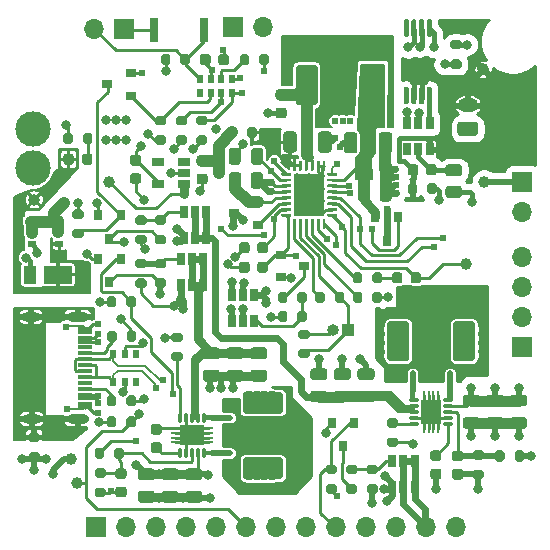
<source format=gbr>
G04 #@! TF.GenerationSoftware,KiCad,Pcbnew,(5.1.8)-1*
G04 #@! TF.CreationDate,2021-08-04T08:25:39+02:00*
G04 #@! TF.ProjectId,SuperPower-uC-KiCad,53757065-7250-46f7-9765-722d75432d4b,rev?*
G04 #@! TF.SameCoordinates,Original*
G04 #@! TF.FileFunction,Copper,L1,Top*
G04 #@! TF.FilePolarity,Positive*
%FSLAX46Y46*%
G04 Gerber Fmt 4.6, Leading zero omitted, Abs format (unit mm)*
G04 Created by KiCad (PCBNEW (5.1.8)-1) date 2021-08-04 08:25:39*
%MOMM*%
%LPD*%
G01*
G04 APERTURE LIST*
G04 #@! TA.AperFunction,SMDPad,CuDef*
%ADD10C,1.000000*%
G04 #@! TD*
G04 #@! TA.AperFunction,SMDPad,CuDef*
%ADD11R,0.800000X0.900000*%
G04 #@! TD*
G04 #@! TA.AperFunction,SMDPad,CuDef*
%ADD12R,0.900000X0.800000*%
G04 #@! TD*
G04 #@! TA.AperFunction,SMDPad,CuDef*
%ADD13R,1.060000X0.650000*%
G04 #@! TD*
G04 #@! TA.AperFunction,SMDPad,CuDef*
%ADD14R,0.700000X0.250000*%
G04 #@! TD*
G04 #@! TA.AperFunction,SMDPad,CuDef*
%ADD15O,0.280000X0.850000*%
G04 #@! TD*
G04 #@! TA.AperFunction,SMDPad,CuDef*
%ADD16R,0.280000X0.280000*%
G04 #@! TD*
G04 #@! TA.AperFunction,ComponentPad*
%ADD17C,0.600000*%
G04 #@! TD*
G04 #@! TA.AperFunction,SMDPad,CuDef*
%ADD18R,2.150000X1.700000*%
G04 #@! TD*
G04 #@! TA.AperFunction,SMDPad,CuDef*
%ADD19R,0.900000X0.650000*%
G04 #@! TD*
G04 #@! TA.AperFunction,SMDPad,CuDef*
%ADD20R,0.600000X0.230000*%
G04 #@! TD*
G04 #@! TA.AperFunction,SMDPad,CuDef*
%ADD21R,0.250000X0.700000*%
G04 #@! TD*
G04 #@! TA.AperFunction,SMDPad,CuDef*
%ADD22O,0.850000X0.280000*%
G04 #@! TD*
G04 #@! TA.AperFunction,SMDPad,CuDef*
%ADD23R,1.700000X2.150000*%
G04 #@! TD*
G04 #@! TA.AperFunction,SMDPad,CuDef*
%ADD24R,0.650000X0.900000*%
G04 #@! TD*
G04 #@! TA.AperFunction,SMDPad,CuDef*
%ADD25R,0.230000X0.600000*%
G04 #@! TD*
G04 #@! TA.AperFunction,ComponentPad*
%ADD26O,1.600000X0.800000*%
G04 #@! TD*
G04 #@! TA.AperFunction,ComponentPad*
%ADD27O,1.900000X0.800000*%
G04 #@! TD*
G04 #@! TA.AperFunction,SMDPad,CuDef*
%ADD28R,1.150000X0.300000*%
G04 #@! TD*
G04 #@! TA.AperFunction,SMDPad,CuDef*
%ADD29R,0.800000X2.000000*%
G04 #@! TD*
G04 #@! TA.AperFunction,ComponentPad*
%ADD30O,1.700000X1.700000*%
G04 #@! TD*
G04 #@! TA.AperFunction,ComponentPad*
%ADD31R,1.700000X1.700000*%
G04 #@! TD*
G04 #@! TA.AperFunction,ComponentPad*
%ADD32C,0.500000*%
G04 #@! TD*
G04 #@! TA.AperFunction,SMDPad,CuDef*
%ADD33R,2.650000X3.650000*%
G04 #@! TD*
G04 #@! TA.AperFunction,WasherPad*
%ADD34C,3.000000*%
G04 #@! TD*
G04 #@! TA.AperFunction,SMDPad,CuDef*
%ADD35R,0.700000X0.510000*%
G04 #@! TD*
G04 #@! TA.AperFunction,ComponentPad*
%ADD36O,1.000000X1.000000*%
G04 #@! TD*
G04 #@! TA.AperFunction,ComponentPad*
%ADD37R,1.000000X1.000000*%
G04 #@! TD*
G04 #@! TA.AperFunction,SMDPad,CuDef*
%ADD38R,0.510000X0.700000*%
G04 #@! TD*
G04 #@! TA.AperFunction,SMDPad,CuDef*
%ADD39R,0.650000X1.060000*%
G04 #@! TD*
G04 #@! TA.AperFunction,SMDPad,CuDef*
%ADD40R,1.050000X1.500000*%
G04 #@! TD*
G04 #@! TA.AperFunction,SMDPad,CuDef*
%ADD41R,2.400000X1.500000*%
G04 #@! TD*
G04 #@! TA.AperFunction,SMDPad,CuDef*
%ADD42R,0.500000X0.800000*%
G04 #@! TD*
G04 #@! TA.AperFunction,ComponentPad*
%ADD43O,1.750000X1.200000*%
G04 #@! TD*
G04 #@! TA.AperFunction,ViaPad*
%ADD44C,0.800000*%
G04 #@! TD*
G04 #@! TA.AperFunction,ViaPad*
%ADD45C,0.610000*%
G04 #@! TD*
G04 #@! TA.AperFunction,ViaPad*
%ADD46C,0.500000*%
G04 #@! TD*
G04 #@! TA.AperFunction,Conductor*
%ADD47C,0.400000*%
G04 #@! TD*
G04 #@! TA.AperFunction,Conductor*
%ADD48C,0.250000*%
G04 #@! TD*
G04 #@! TA.AperFunction,Conductor*
%ADD49C,0.500000*%
G04 #@! TD*
G04 #@! TA.AperFunction,Conductor*
%ADD50C,0.200000*%
G04 #@! TD*
G04 #@! TA.AperFunction,Conductor*
%ADD51C,0.900000*%
G04 #@! TD*
G04 #@! TA.AperFunction,Conductor*
%ADD52C,0.800000*%
G04 #@! TD*
G04 #@! TA.AperFunction,Conductor*
%ADD53C,0.300000*%
G04 #@! TD*
G04 #@! TA.AperFunction,Conductor*
%ADD54C,0.600000*%
G04 #@! TD*
G04 #@! TA.AperFunction,Conductor*
%ADD55C,1.000000*%
G04 #@! TD*
G04 #@! TA.AperFunction,Conductor*
%ADD56C,0.280000*%
G04 #@! TD*
G04 #@! TA.AperFunction,Conductor*
%ADD57C,0.254000*%
G04 #@! TD*
G04 #@! TA.AperFunction,Conductor*
%ADD58C,0.100000*%
G04 #@! TD*
G04 APERTURE END LIST*
G04 #@! TA.AperFunction,SMDPad,CuDef*
G36*
G01*
X149239000Y-88965001D02*
X149239000Y-88064999D01*
G75*
G02*
X149488999Y-87815000I249999J0D01*
G01*
X150014001Y-87815000D01*
G75*
G02*
X150264000Y-88064999I0J-249999D01*
G01*
X150264000Y-88965001D01*
G75*
G02*
X150014001Y-89215000I-249999J0D01*
G01*
X149488999Y-89215000D01*
G75*
G02*
X149239000Y-88965001I0J249999D01*
G01*
G37*
G04 #@! TD.AperFunction*
G04 #@! TA.AperFunction,SMDPad,CuDef*
G36*
G01*
X147414000Y-88965001D02*
X147414000Y-88064999D01*
G75*
G02*
X147663999Y-87815000I249999J0D01*
G01*
X148189001Y-87815000D01*
G75*
G02*
X148439000Y-88064999I0J-249999D01*
G01*
X148439000Y-88965001D01*
G75*
G02*
X148189001Y-89215000I-249999J0D01*
G01*
X147663999Y-89215000D01*
G75*
G02*
X147414000Y-88965001I0J249999D01*
G01*
G37*
G04 #@! TD.AperFunction*
G04 #@! TA.AperFunction,SMDPad,CuDef*
G36*
G01*
X149239000Y-90965001D02*
X149239000Y-90064999D01*
G75*
G02*
X149488999Y-89815000I249999J0D01*
G01*
X150014001Y-89815000D01*
G75*
G02*
X150264000Y-90064999I0J-249999D01*
G01*
X150264000Y-90965001D01*
G75*
G02*
X150014001Y-91215000I-249999J0D01*
G01*
X149488999Y-91215000D01*
G75*
G02*
X149239000Y-90965001I0J249999D01*
G01*
G37*
G04 #@! TD.AperFunction*
G04 #@! TA.AperFunction,SMDPad,CuDef*
G36*
G01*
X147414000Y-90965001D02*
X147414000Y-90064999D01*
G75*
G02*
X147663999Y-89815000I249999J0D01*
G01*
X148189001Y-89815000D01*
G75*
G02*
X148439000Y-90064999I0J-249999D01*
G01*
X148439000Y-90965001D01*
G75*
G02*
X148189001Y-91215000I-249999J0D01*
G01*
X147663999Y-91215000D01*
G75*
G02*
X147414000Y-90965001I0J249999D01*
G01*
G37*
G04 #@! TD.AperFunction*
D10*
X126339000Y-89515000D03*
D11*
X149839000Y-94515000D03*
X148889000Y-92515000D03*
X150789000Y-92515000D03*
D12*
X136922000Y-92202000D03*
X138922000Y-91252000D03*
X138922000Y-93152000D03*
D13*
X130472000Y-89723000D03*
X130472000Y-87823000D03*
X132672000Y-87823000D03*
X132672000Y-88773000D03*
X132672000Y-89723000D03*
D14*
X131914000Y-110400000D03*
X131914000Y-111600000D03*
X134764000Y-110400000D03*
X134764000Y-111600000D03*
D15*
X134339000Y-109525000D03*
X133839000Y-109525000D03*
D16*
X133339000Y-109240000D03*
D15*
X132839000Y-109525000D03*
D16*
X132339000Y-109240000D03*
D15*
X132339000Y-112475000D03*
X132839000Y-112475000D03*
D16*
X133339000Y-112760000D03*
X133839000Y-112760000D03*
X134339000Y-112760000D03*
D17*
X133339000Y-111000000D03*
X133839000Y-110500000D03*
X133839000Y-111500000D03*
X132839000Y-110500000D03*
X132839000Y-111500000D03*
D14*
X134764000Y-110800000D03*
X134764000Y-111200000D03*
X131914000Y-110800000D03*
X131914000Y-111200000D03*
D18*
X133339000Y-111000000D03*
D16*
X134339000Y-109240000D03*
X133839000Y-109240000D03*
D15*
X133339000Y-109525000D03*
D16*
X132839000Y-109240000D03*
D15*
X132339000Y-109525000D03*
D16*
X132339000Y-112760000D03*
X132839000Y-112760000D03*
D15*
X133339000Y-112475000D03*
X133839000Y-112475000D03*
X134339000Y-112475000D03*
D19*
X133899000Y-110565000D03*
X132779000Y-111435000D03*
X132779000Y-110565000D03*
X133899000Y-111435000D03*
D20*
X134764000Y-110400000D03*
X134764000Y-110800000D03*
X134764000Y-111200000D03*
X134764000Y-111600000D03*
X131914000Y-110400000D03*
X131914000Y-110800000D03*
X131914000Y-111200000D03*
X131914000Y-111600000D03*
D21*
X152989000Y-110440000D03*
X154189000Y-110440000D03*
X152989000Y-107590000D03*
X154189000Y-107590000D03*
D22*
X152114000Y-108015000D03*
X152114000Y-108515000D03*
D16*
X151829000Y-109015000D03*
D22*
X152114000Y-109515000D03*
D16*
X151829000Y-110015000D03*
D22*
X155064000Y-110015000D03*
X155064000Y-109515000D03*
D16*
X155349000Y-109015000D03*
X155349000Y-108515000D03*
X155349000Y-108015000D03*
D17*
X153589000Y-109015000D03*
X153089000Y-108515000D03*
X154089000Y-108515000D03*
X153089000Y-109515000D03*
X154089000Y-109515000D03*
D21*
X153389000Y-107590000D03*
X153789000Y-107590000D03*
X153389000Y-110440000D03*
X153789000Y-110440000D03*
D23*
X153589000Y-109015000D03*
D16*
X151829000Y-108015000D03*
X151829000Y-108515000D03*
D22*
X152114000Y-109015000D03*
D16*
X151829000Y-109515000D03*
D22*
X152114000Y-110015000D03*
D16*
X155349000Y-110015000D03*
X155349000Y-109515000D03*
D22*
X155064000Y-109015000D03*
X155064000Y-108515000D03*
X155064000Y-108015000D03*
D24*
X153154000Y-108455000D03*
X154024000Y-109575000D03*
X153154000Y-109575000D03*
X154024000Y-108455000D03*
D25*
X152989000Y-107590000D03*
X153389000Y-107590000D03*
X153789000Y-107590000D03*
X154189000Y-107590000D03*
X152989000Y-110440000D03*
X153389000Y-110440000D03*
X153789000Y-110440000D03*
X154189000Y-110440000D03*
G04 #@! TA.AperFunction,SMDPad,CuDef*
G36*
G01*
X136525000Y-105450000D02*
X137475000Y-105450000D01*
G75*
G02*
X137725000Y-105700000I0J-250000D01*
G01*
X137725000Y-106200000D01*
G75*
G02*
X137475000Y-106450000I-250000J0D01*
G01*
X136525000Y-106450000D01*
G75*
G02*
X136275000Y-106200000I0J250000D01*
G01*
X136275000Y-105700000D01*
G75*
G02*
X136525000Y-105450000I250000J0D01*
G01*
G37*
G04 #@! TD.AperFunction*
G04 #@! TA.AperFunction,SMDPad,CuDef*
G36*
G01*
X136525000Y-103550000D02*
X137475000Y-103550000D01*
G75*
G02*
X137725000Y-103800000I0J-250000D01*
G01*
X137725000Y-104300000D01*
G75*
G02*
X137475000Y-104550000I-250000J0D01*
G01*
X136525000Y-104550000D01*
G75*
G02*
X136275000Y-104300000I0J250000D01*
G01*
X136275000Y-103800000D01*
G75*
G02*
X136525000Y-103550000I250000J0D01*
G01*
G37*
G04 #@! TD.AperFunction*
G04 #@! TA.AperFunction,SMDPad,CuDef*
G36*
G01*
X138525000Y-105450000D02*
X139475000Y-105450000D01*
G75*
G02*
X139725000Y-105700000I0J-250000D01*
G01*
X139725000Y-106200000D01*
G75*
G02*
X139475000Y-106450000I-250000J0D01*
G01*
X138525000Y-106450000D01*
G75*
G02*
X138275000Y-106200000I0J250000D01*
G01*
X138275000Y-105700000D01*
G75*
G02*
X138525000Y-105450000I250000J0D01*
G01*
G37*
G04 #@! TD.AperFunction*
G04 #@! TA.AperFunction,SMDPad,CuDef*
G36*
G01*
X138525000Y-103550000D02*
X139475000Y-103550000D01*
G75*
G02*
X139725000Y-103800000I0J-250000D01*
G01*
X139725000Y-104300000D01*
G75*
G02*
X139475000Y-104550000I-250000J0D01*
G01*
X138525000Y-104550000D01*
G75*
G02*
X138275000Y-104300000I0J250000D01*
G01*
X138275000Y-103800000D01*
G75*
G02*
X138525000Y-103550000I250000J0D01*
G01*
G37*
G04 #@! TD.AperFunction*
G04 #@! TA.AperFunction,SMDPad,CuDef*
G36*
G01*
X134525000Y-105450000D02*
X135475000Y-105450000D01*
G75*
G02*
X135725000Y-105700000I0J-250000D01*
G01*
X135725000Y-106200000D01*
G75*
G02*
X135475000Y-106450000I-250000J0D01*
G01*
X134525000Y-106450000D01*
G75*
G02*
X134275000Y-106200000I0J250000D01*
G01*
X134275000Y-105700000D01*
G75*
G02*
X134525000Y-105450000I250000J0D01*
G01*
G37*
G04 #@! TD.AperFunction*
G04 #@! TA.AperFunction,SMDPad,CuDef*
G36*
G01*
X134525000Y-103550000D02*
X135475000Y-103550000D01*
G75*
G02*
X135725000Y-103800000I0J-250000D01*
G01*
X135725000Y-104300000D01*
G75*
G02*
X135475000Y-104550000I-250000J0D01*
G01*
X134525000Y-104550000D01*
G75*
G02*
X134275000Y-104300000I0J250000D01*
G01*
X134275000Y-103800000D01*
G75*
G02*
X134525000Y-103550000I250000J0D01*
G01*
G37*
G04 #@! TD.AperFunction*
G04 #@! TA.AperFunction,SMDPad,CuDef*
G36*
G01*
X130589000Y-110940000D02*
X130089000Y-110940000D01*
G75*
G02*
X129864000Y-110715000I0J225000D01*
G01*
X129864000Y-110265000D01*
G75*
G02*
X130089000Y-110040000I225000J0D01*
G01*
X130589000Y-110040000D01*
G75*
G02*
X130814000Y-110265000I0J-225000D01*
G01*
X130814000Y-110715000D01*
G75*
G02*
X130589000Y-110940000I-225000J0D01*
G01*
G37*
G04 #@! TD.AperFunction*
G04 #@! TA.AperFunction,SMDPad,CuDef*
G36*
G01*
X130589000Y-112490000D02*
X130089000Y-112490000D01*
G75*
G02*
X129864000Y-112265000I0J225000D01*
G01*
X129864000Y-111815000D01*
G75*
G02*
X130089000Y-111590000I225000J0D01*
G01*
X130589000Y-111590000D01*
G75*
G02*
X130814000Y-111815000I0J-225000D01*
G01*
X130814000Y-112265000D01*
G75*
G02*
X130589000Y-112490000I-225000J0D01*
G01*
G37*
G04 #@! TD.AperFunction*
G04 #@! TA.AperFunction,SMDPad,CuDef*
G36*
G01*
X127089000Y-115340000D02*
X127589000Y-115340000D01*
G75*
G02*
X127814000Y-115565000I0J-225000D01*
G01*
X127814000Y-116015000D01*
G75*
G02*
X127589000Y-116240000I-225000J0D01*
G01*
X127089000Y-116240000D01*
G75*
G02*
X126864000Y-116015000I0J225000D01*
G01*
X126864000Y-115565000D01*
G75*
G02*
X127089000Y-115340000I225000J0D01*
G01*
G37*
G04 #@! TD.AperFunction*
G04 #@! TA.AperFunction,SMDPad,CuDef*
G36*
G01*
X127089000Y-113790000D02*
X127589000Y-113790000D01*
G75*
G02*
X127814000Y-114015000I0J-225000D01*
G01*
X127814000Y-114465000D01*
G75*
G02*
X127589000Y-114690000I-225000J0D01*
G01*
X127089000Y-114690000D01*
G75*
G02*
X126864000Y-114465000I0J225000D01*
G01*
X126864000Y-114015000D01*
G75*
G02*
X127089000Y-113790000I225000J0D01*
G01*
G37*
G04 #@! TD.AperFunction*
G04 #@! TA.AperFunction,SMDPad,CuDef*
G36*
G01*
X129025000Y-115700000D02*
X129975000Y-115700000D01*
G75*
G02*
X130225000Y-115950000I0J-250000D01*
G01*
X130225000Y-116450000D01*
G75*
G02*
X129975000Y-116700000I-250000J0D01*
G01*
X129025000Y-116700000D01*
G75*
G02*
X128775000Y-116450000I0J250000D01*
G01*
X128775000Y-115950000D01*
G75*
G02*
X129025000Y-115700000I250000J0D01*
G01*
G37*
G04 #@! TD.AperFunction*
G04 #@! TA.AperFunction,SMDPad,CuDef*
G36*
G01*
X129025000Y-113800000D02*
X129975000Y-113800000D01*
G75*
G02*
X130225000Y-114050000I0J-250000D01*
G01*
X130225000Y-114550000D01*
G75*
G02*
X129975000Y-114800000I-250000J0D01*
G01*
X129025000Y-114800000D01*
G75*
G02*
X128775000Y-114550000I0J250000D01*
G01*
X128775000Y-114050000D01*
G75*
G02*
X129025000Y-113800000I250000J0D01*
G01*
G37*
G04 #@! TD.AperFunction*
G04 #@! TA.AperFunction,SMDPad,CuDef*
G36*
G01*
X131025000Y-115700000D02*
X131975000Y-115700000D01*
G75*
G02*
X132225000Y-115950000I0J-250000D01*
G01*
X132225000Y-116450000D01*
G75*
G02*
X131975000Y-116700000I-250000J0D01*
G01*
X131025000Y-116700000D01*
G75*
G02*
X130775000Y-116450000I0J250000D01*
G01*
X130775000Y-115950000D01*
G75*
G02*
X131025000Y-115700000I250000J0D01*
G01*
G37*
G04 #@! TD.AperFunction*
G04 #@! TA.AperFunction,SMDPad,CuDef*
G36*
G01*
X131025000Y-113800000D02*
X131975000Y-113800000D01*
G75*
G02*
X132225000Y-114050000I0J-250000D01*
G01*
X132225000Y-114550000D01*
G75*
G02*
X131975000Y-114800000I-250000J0D01*
G01*
X131025000Y-114800000D01*
G75*
G02*
X130775000Y-114550000I0J250000D01*
G01*
X130775000Y-114050000D01*
G75*
G02*
X131025000Y-113800000I250000J0D01*
G01*
G37*
G04 #@! TD.AperFunction*
G04 #@! TA.AperFunction,SMDPad,CuDef*
G36*
G01*
X133025000Y-115700000D02*
X133975000Y-115700000D01*
G75*
G02*
X134225000Y-115950000I0J-250000D01*
G01*
X134225000Y-116450000D01*
G75*
G02*
X133975000Y-116700000I-250000J0D01*
G01*
X133025000Y-116700000D01*
G75*
G02*
X132775000Y-116450000I0J250000D01*
G01*
X132775000Y-115950000D01*
G75*
G02*
X133025000Y-115700000I250000J0D01*
G01*
G37*
G04 #@! TD.AperFunction*
G04 #@! TA.AperFunction,SMDPad,CuDef*
G36*
G01*
X133025000Y-113800000D02*
X133975000Y-113800000D01*
G75*
G02*
X134225000Y-114050000I0J-250000D01*
G01*
X134225000Y-114550000D01*
G75*
G02*
X133975000Y-114800000I-250000J0D01*
G01*
X133025000Y-114800000D01*
G75*
G02*
X132775000Y-114550000I0J250000D01*
G01*
X132775000Y-114050000D01*
G75*
G02*
X133025000Y-113800000I250000J0D01*
G01*
G37*
G04 #@! TD.AperFunction*
G04 #@! TA.AperFunction,SMDPad,CuDef*
G36*
G01*
X155589000Y-113840000D02*
X156089000Y-113840000D01*
G75*
G02*
X156314000Y-114065000I0J-225000D01*
G01*
X156314000Y-114515000D01*
G75*
G02*
X156089000Y-114740000I-225000J0D01*
G01*
X155589000Y-114740000D01*
G75*
G02*
X155364000Y-114515000I0J225000D01*
G01*
X155364000Y-114065000D01*
G75*
G02*
X155589000Y-113840000I225000J0D01*
G01*
G37*
G04 #@! TD.AperFunction*
G04 #@! TA.AperFunction,SMDPad,CuDef*
G36*
G01*
X155589000Y-112290000D02*
X156089000Y-112290000D01*
G75*
G02*
X156314000Y-112515000I0J-225000D01*
G01*
X156314000Y-112965000D01*
G75*
G02*
X156089000Y-113190000I-225000J0D01*
G01*
X155589000Y-113190000D01*
G75*
G02*
X155364000Y-112965000I0J225000D01*
G01*
X155364000Y-112515000D01*
G75*
G02*
X155589000Y-112290000I225000J0D01*
G01*
G37*
G04 #@! TD.AperFunction*
G04 #@! TA.AperFunction,SMDPad,CuDef*
G36*
G01*
X146564000Y-106315000D02*
X145614000Y-106315000D01*
G75*
G02*
X145364000Y-106065000I0J250000D01*
G01*
X145364000Y-105565000D01*
G75*
G02*
X145614000Y-105315000I250000J0D01*
G01*
X146564000Y-105315000D01*
G75*
G02*
X146814000Y-105565000I0J-250000D01*
G01*
X146814000Y-106065000D01*
G75*
G02*
X146564000Y-106315000I-250000J0D01*
G01*
G37*
G04 #@! TD.AperFunction*
G04 #@! TA.AperFunction,SMDPad,CuDef*
G36*
G01*
X146564000Y-108215000D02*
X145614000Y-108215000D01*
G75*
G02*
X145364000Y-107965000I0J250000D01*
G01*
X145364000Y-107465000D01*
G75*
G02*
X145614000Y-107215000I250000J0D01*
G01*
X146564000Y-107215000D01*
G75*
G02*
X146814000Y-107465000I0J-250000D01*
G01*
X146814000Y-107965000D01*
G75*
G02*
X146564000Y-108215000I-250000J0D01*
G01*
G37*
G04 #@! TD.AperFunction*
G04 #@! TA.AperFunction,SMDPad,CuDef*
G36*
G01*
X144564000Y-106315000D02*
X143614000Y-106315000D01*
G75*
G02*
X143364000Y-106065000I0J250000D01*
G01*
X143364000Y-105565000D01*
G75*
G02*
X143614000Y-105315000I250000J0D01*
G01*
X144564000Y-105315000D01*
G75*
G02*
X144814000Y-105565000I0J-250000D01*
G01*
X144814000Y-106065000D01*
G75*
G02*
X144564000Y-106315000I-250000J0D01*
G01*
G37*
G04 #@! TD.AperFunction*
G04 #@! TA.AperFunction,SMDPad,CuDef*
G36*
G01*
X144564000Y-108215000D02*
X143614000Y-108215000D01*
G75*
G02*
X143364000Y-107965000I0J250000D01*
G01*
X143364000Y-107465000D01*
G75*
G02*
X143614000Y-107215000I250000J0D01*
G01*
X144564000Y-107215000D01*
G75*
G02*
X144814000Y-107465000I0J-250000D01*
G01*
X144814000Y-107965000D01*
G75*
G02*
X144564000Y-108215000I-250000J0D01*
G01*
G37*
G04 #@! TD.AperFunction*
G04 #@! TA.AperFunction,SMDPad,CuDef*
G36*
G01*
X148564000Y-106315000D02*
X147614000Y-106315000D01*
G75*
G02*
X147364000Y-106065000I0J250000D01*
G01*
X147364000Y-105565000D01*
G75*
G02*
X147614000Y-105315000I250000J0D01*
G01*
X148564000Y-105315000D01*
G75*
G02*
X148814000Y-105565000I0J-250000D01*
G01*
X148814000Y-106065000D01*
G75*
G02*
X148564000Y-106315000I-250000J0D01*
G01*
G37*
G04 #@! TD.AperFunction*
G04 #@! TA.AperFunction,SMDPad,CuDef*
G36*
G01*
X148564000Y-108215000D02*
X147614000Y-108215000D01*
G75*
G02*
X147364000Y-107965000I0J250000D01*
G01*
X147364000Y-107465000D01*
G75*
G02*
X147614000Y-107215000I250000J0D01*
G01*
X148564000Y-107215000D01*
G75*
G02*
X148814000Y-107465000I0J-250000D01*
G01*
X148814000Y-107965000D01*
G75*
G02*
X148564000Y-108215000I-250000J0D01*
G01*
G37*
G04 #@! TD.AperFunction*
G04 #@! TA.AperFunction,SMDPad,CuDef*
G36*
G01*
X160525000Y-109450000D02*
X161475000Y-109450000D01*
G75*
G02*
X161725000Y-109700000I0J-250000D01*
G01*
X161725000Y-110200000D01*
G75*
G02*
X161475000Y-110450000I-250000J0D01*
G01*
X160525000Y-110450000D01*
G75*
G02*
X160275000Y-110200000I0J250000D01*
G01*
X160275000Y-109700000D01*
G75*
G02*
X160525000Y-109450000I250000J0D01*
G01*
G37*
G04 #@! TD.AperFunction*
G04 #@! TA.AperFunction,SMDPad,CuDef*
G36*
G01*
X160525000Y-107550000D02*
X161475000Y-107550000D01*
G75*
G02*
X161725000Y-107800000I0J-250000D01*
G01*
X161725000Y-108300000D01*
G75*
G02*
X161475000Y-108550000I-250000J0D01*
G01*
X160525000Y-108550000D01*
G75*
G02*
X160275000Y-108300000I0J250000D01*
G01*
X160275000Y-107800000D01*
G75*
G02*
X160525000Y-107550000I250000J0D01*
G01*
G37*
G04 #@! TD.AperFunction*
G04 #@! TA.AperFunction,SMDPad,CuDef*
G36*
G01*
X158525000Y-109450000D02*
X159475000Y-109450000D01*
G75*
G02*
X159725000Y-109700000I0J-250000D01*
G01*
X159725000Y-110200000D01*
G75*
G02*
X159475000Y-110450000I-250000J0D01*
G01*
X158525000Y-110450000D01*
G75*
G02*
X158275000Y-110200000I0J250000D01*
G01*
X158275000Y-109700000D01*
G75*
G02*
X158525000Y-109450000I250000J0D01*
G01*
G37*
G04 #@! TD.AperFunction*
G04 #@! TA.AperFunction,SMDPad,CuDef*
G36*
G01*
X158525000Y-107550000D02*
X159475000Y-107550000D01*
G75*
G02*
X159725000Y-107800000I0J-250000D01*
G01*
X159725000Y-108300000D01*
G75*
G02*
X159475000Y-108550000I-250000J0D01*
G01*
X158525000Y-108550000D01*
G75*
G02*
X158275000Y-108300000I0J250000D01*
G01*
X158275000Y-107800000D01*
G75*
G02*
X158525000Y-107550000I250000J0D01*
G01*
G37*
G04 #@! TD.AperFunction*
G04 #@! TA.AperFunction,SMDPad,CuDef*
G36*
G01*
X156525000Y-109450000D02*
X157475000Y-109450000D01*
G75*
G02*
X157725000Y-109700000I0J-250000D01*
G01*
X157725000Y-110200000D01*
G75*
G02*
X157475000Y-110450000I-250000J0D01*
G01*
X156525000Y-110450000D01*
G75*
G02*
X156275000Y-110200000I0J250000D01*
G01*
X156275000Y-109700000D01*
G75*
G02*
X156525000Y-109450000I250000J0D01*
G01*
G37*
G04 #@! TD.AperFunction*
G04 #@! TA.AperFunction,SMDPad,CuDef*
G36*
G01*
X156525000Y-107550000D02*
X157475000Y-107550000D01*
G75*
G02*
X157725000Y-107800000I0J-250000D01*
G01*
X157725000Y-108300000D01*
G75*
G02*
X157475000Y-108550000I-250000J0D01*
G01*
X156525000Y-108550000D01*
G75*
G02*
X156275000Y-108300000I0J250000D01*
G01*
X156275000Y-107800000D01*
G75*
G02*
X156525000Y-107550000I250000J0D01*
G01*
G37*
G04 #@! TD.AperFunction*
D26*
X119731000Y-100958400D03*
X119781000Y-109608400D03*
D27*
X123681000Y-100958400D03*
X123681000Y-109608400D03*
D28*
X124307600Y-106059510D03*
X124307600Y-103555800D03*
X124307600Y-104056542D03*
X124307600Y-104557284D03*
X124307600Y-105058026D03*
X124307600Y-105558768D03*
X124307600Y-106560252D03*
X124307600Y-107061000D03*
X124307600Y-107543600D03*
X124307600Y-107848400D03*
X124307600Y-108343700D03*
X124307600Y-108635800D03*
X124307600Y-103060500D03*
X124307600Y-102755700D03*
X124307600Y-102260400D03*
X124307600Y-101955600D03*
G04 #@! TA.AperFunction,SMDPad,CuDef*
G36*
G01*
X142159500Y-82858500D02*
X142159500Y-79828500D01*
G75*
G02*
X142344500Y-79643500I185000J0D01*
G01*
X143824500Y-79643500D01*
G75*
G02*
X144009500Y-79828500I0J-185000D01*
G01*
X144009500Y-82858500D01*
G75*
G02*
X143824500Y-83043500I-185000J0D01*
G01*
X142344500Y-83043500D01*
G75*
G02*
X142159500Y-82858500I0J185000D01*
G01*
G37*
G04 #@! TD.AperFunction*
G04 #@! TA.AperFunction,SMDPad,CuDef*
G36*
G01*
X147709500Y-82858500D02*
X147709500Y-79828500D01*
G75*
G02*
X147894500Y-79643500I185000J0D01*
G01*
X149374500Y-79643500D01*
G75*
G02*
X149559500Y-79828500I0J-185000D01*
G01*
X149559500Y-82858500D01*
G75*
G02*
X149374500Y-83043500I-185000J0D01*
G01*
X147894500Y-83043500D01*
G75*
G02*
X147709500Y-82858500I0J185000D01*
G01*
G37*
G04 #@! TD.AperFunction*
D29*
X134366000Y-76708000D03*
X130175000Y-76708000D03*
D30*
X161290000Y-95885000D03*
X161290000Y-98425000D03*
X161290000Y-100965000D03*
D31*
X161290000Y-103505000D03*
D10*
X120015000Y-91059000D03*
X157988000Y-80010000D03*
X156589000Y-96515000D03*
X123589000Y-115015000D03*
X123089000Y-113015000D03*
X158089000Y-89515000D03*
D32*
X144356400Y-92202200D03*
X143281400Y-92202200D03*
X142206400Y-92202200D03*
X144356400Y-91152200D03*
X143281400Y-91152200D03*
X142206400Y-91152200D03*
X144356400Y-90102200D03*
X143281400Y-90102200D03*
X142206400Y-90102200D03*
X144356400Y-89052200D03*
X143281400Y-89052200D03*
X142206400Y-89052200D03*
D33*
X143281400Y-90627200D03*
G04 #@! TA.AperFunction,SMDPad,CuDef*
G36*
G01*
X141906400Y-88539700D02*
X141906400Y-87814700D01*
G75*
G02*
X141968900Y-87752200I62500J0D01*
G01*
X142093900Y-87752200D01*
G75*
G02*
X142156400Y-87814700I0J-62500D01*
G01*
X142156400Y-88539700D01*
G75*
G02*
X142093900Y-88602200I-62500J0D01*
G01*
X141968900Y-88602200D01*
G75*
G02*
X141906400Y-88539700I0J62500D01*
G01*
G37*
G04 #@! TD.AperFunction*
G04 #@! TA.AperFunction,SMDPad,CuDef*
G36*
G01*
X142406400Y-88539700D02*
X142406400Y-87814700D01*
G75*
G02*
X142468900Y-87752200I62500J0D01*
G01*
X142593900Y-87752200D01*
G75*
G02*
X142656400Y-87814700I0J-62500D01*
G01*
X142656400Y-88539700D01*
G75*
G02*
X142593900Y-88602200I-62500J0D01*
G01*
X142468900Y-88602200D01*
G75*
G02*
X142406400Y-88539700I0J62500D01*
G01*
G37*
G04 #@! TD.AperFunction*
G04 #@! TA.AperFunction,SMDPad,CuDef*
G36*
G01*
X142906400Y-88539700D02*
X142906400Y-87814700D01*
G75*
G02*
X142968900Y-87752200I62500J0D01*
G01*
X143093900Y-87752200D01*
G75*
G02*
X143156400Y-87814700I0J-62500D01*
G01*
X143156400Y-88539700D01*
G75*
G02*
X143093900Y-88602200I-62500J0D01*
G01*
X142968900Y-88602200D01*
G75*
G02*
X142906400Y-88539700I0J62500D01*
G01*
G37*
G04 #@! TD.AperFunction*
G04 #@! TA.AperFunction,SMDPad,CuDef*
G36*
G01*
X143406400Y-88539700D02*
X143406400Y-87814700D01*
G75*
G02*
X143468900Y-87752200I62500J0D01*
G01*
X143593900Y-87752200D01*
G75*
G02*
X143656400Y-87814700I0J-62500D01*
G01*
X143656400Y-88539700D01*
G75*
G02*
X143593900Y-88602200I-62500J0D01*
G01*
X143468900Y-88602200D01*
G75*
G02*
X143406400Y-88539700I0J62500D01*
G01*
G37*
G04 #@! TD.AperFunction*
G04 #@! TA.AperFunction,SMDPad,CuDef*
G36*
G01*
X143906400Y-88539700D02*
X143906400Y-87814700D01*
G75*
G02*
X143968900Y-87752200I62500J0D01*
G01*
X144093900Y-87752200D01*
G75*
G02*
X144156400Y-87814700I0J-62500D01*
G01*
X144156400Y-88539700D01*
G75*
G02*
X144093900Y-88602200I-62500J0D01*
G01*
X143968900Y-88602200D01*
G75*
G02*
X143906400Y-88539700I0J62500D01*
G01*
G37*
G04 #@! TD.AperFunction*
G04 #@! TA.AperFunction,SMDPad,CuDef*
G36*
G01*
X144406400Y-88539700D02*
X144406400Y-87814700D01*
G75*
G02*
X144468900Y-87752200I62500J0D01*
G01*
X144593900Y-87752200D01*
G75*
G02*
X144656400Y-87814700I0J-62500D01*
G01*
X144656400Y-88539700D01*
G75*
G02*
X144593900Y-88602200I-62500J0D01*
G01*
X144468900Y-88602200D01*
G75*
G02*
X144406400Y-88539700I0J62500D01*
G01*
G37*
G04 #@! TD.AperFunction*
G04 #@! TA.AperFunction,SMDPad,CuDef*
G36*
G01*
X144806400Y-88939700D02*
X144806400Y-88814700D01*
G75*
G02*
X144868900Y-88752200I62500J0D01*
G01*
X145593900Y-88752200D01*
G75*
G02*
X145656400Y-88814700I0J-62500D01*
G01*
X145656400Y-88939700D01*
G75*
G02*
X145593900Y-89002200I-62500J0D01*
G01*
X144868900Y-89002200D01*
G75*
G02*
X144806400Y-88939700I0J62500D01*
G01*
G37*
G04 #@! TD.AperFunction*
G04 #@! TA.AperFunction,SMDPad,CuDef*
G36*
G01*
X144806400Y-89439700D02*
X144806400Y-89314700D01*
G75*
G02*
X144868900Y-89252200I62500J0D01*
G01*
X145593900Y-89252200D01*
G75*
G02*
X145656400Y-89314700I0J-62500D01*
G01*
X145656400Y-89439700D01*
G75*
G02*
X145593900Y-89502200I-62500J0D01*
G01*
X144868900Y-89502200D01*
G75*
G02*
X144806400Y-89439700I0J62500D01*
G01*
G37*
G04 #@! TD.AperFunction*
G04 #@! TA.AperFunction,SMDPad,CuDef*
G36*
G01*
X144806400Y-89939700D02*
X144806400Y-89814700D01*
G75*
G02*
X144868900Y-89752200I62500J0D01*
G01*
X145593900Y-89752200D01*
G75*
G02*
X145656400Y-89814700I0J-62500D01*
G01*
X145656400Y-89939700D01*
G75*
G02*
X145593900Y-90002200I-62500J0D01*
G01*
X144868900Y-90002200D01*
G75*
G02*
X144806400Y-89939700I0J62500D01*
G01*
G37*
G04 #@! TD.AperFunction*
G04 #@! TA.AperFunction,SMDPad,CuDef*
G36*
G01*
X144806400Y-90439700D02*
X144806400Y-90314700D01*
G75*
G02*
X144868900Y-90252200I62500J0D01*
G01*
X145593900Y-90252200D01*
G75*
G02*
X145656400Y-90314700I0J-62500D01*
G01*
X145656400Y-90439700D01*
G75*
G02*
X145593900Y-90502200I-62500J0D01*
G01*
X144868900Y-90502200D01*
G75*
G02*
X144806400Y-90439700I0J62500D01*
G01*
G37*
G04 #@! TD.AperFunction*
G04 #@! TA.AperFunction,SMDPad,CuDef*
G36*
G01*
X144806400Y-90939700D02*
X144806400Y-90814700D01*
G75*
G02*
X144868900Y-90752200I62500J0D01*
G01*
X145593900Y-90752200D01*
G75*
G02*
X145656400Y-90814700I0J-62500D01*
G01*
X145656400Y-90939700D01*
G75*
G02*
X145593900Y-91002200I-62500J0D01*
G01*
X144868900Y-91002200D01*
G75*
G02*
X144806400Y-90939700I0J62500D01*
G01*
G37*
G04 #@! TD.AperFunction*
G04 #@! TA.AperFunction,SMDPad,CuDef*
G36*
G01*
X144806400Y-91439700D02*
X144806400Y-91314700D01*
G75*
G02*
X144868900Y-91252200I62500J0D01*
G01*
X145593900Y-91252200D01*
G75*
G02*
X145656400Y-91314700I0J-62500D01*
G01*
X145656400Y-91439700D01*
G75*
G02*
X145593900Y-91502200I-62500J0D01*
G01*
X144868900Y-91502200D01*
G75*
G02*
X144806400Y-91439700I0J62500D01*
G01*
G37*
G04 #@! TD.AperFunction*
G04 #@! TA.AperFunction,SMDPad,CuDef*
G36*
G01*
X144806400Y-91939700D02*
X144806400Y-91814700D01*
G75*
G02*
X144868900Y-91752200I62500J0D01*
G01*
X145593900Y-91752200D01*
G75*
G02*
X145656400Y-91814700I0J-62500D01*
G01*
X145656400Y-91939700D01*
G75*
G02*
X145593900Y-92002200I-62500J0D01*
G01*
X144868900Y-92002200D01*
G75*
G02*
X144806400Y-91939700I0J62500D01*
G01*
G37*
G04 #@! TD.AperFunction*
G04 #@! TA.AperFunction,SMDPad,CuDef*
G36*
G01*
X144806400Y-92439700D02*
X144806400Y-92314700D01*
G75*
G02*
X144868900Y-92252200I62500J0D01*
G01*
X145593900Y-92252200D01*
G75*
G02*
X145656400Y-92314700I0J-62500D01*
G01*
X145656400Y-92439700D01*
G75*
G02*
X145593900Y-92502200I-62500J0D01*
G01*
X144868900Y-92502200D01*
G75*
G02*
X144806400Y-92439700I0J62500D01*
G01*
G37*
G04 #@! TD.AperFunction*
G04 #@! TA.AperFunction,SMDPad,CuDef*
G36*
G01*
X144406400Y-93439700D02*
X144406400Y-92714700D01*
G75*
G02*
X144468900Y-92652200I62500J0D01*
G01*
X144593900Y-92652200D01*
G75*
G02*
X144656400Y-92714700I0J-62500D01*
G01*
X144656400Y-93439700D01*
G75*
G02*
X144593900Y-93502200I-62500J0D01*
G01*
X144468900Y-93502200D01*
G75*
G02*
X144406400Y-93439700I0J62500D01*
G01*
G37*
G04 #@! TD.AperFunction*
G04 #@! TA.AperFunction,SMDPad,CuDef*
G36*
G01*
X143906400Y-93439700D02*
X143906400Y-92714700D01*
G75*
G02*
X143968900Y-92652200I62500J0D01*
G01*
X144093900Y-92652200D01*
G75*
G02*
X144156400Y-92714700I0J-62500D01*
G01*
X144156400Y-93439700D01*
G75*
G02*
X144093900Y-93502200I-62500J0D01*
G01*
X143968900Y-93502200D01*
G75*
G02*
X143906400Y-93439700I0J62500D01*
G01*
G37*
G04 #@! TD.AperFunction*
G04 #@! TA.AperFunction,SMDPad,CuDef*
G36*
G01*
X143406400Y-93439700D02*
X143406400Y-92714700D01*
G75*
G02*
X143468900Y-92652200I62500J0D01*
G01*
X143593900Y-92652200D01*
G75*
G02*
X143656400Y-92714700I0J-62500D01*
G01*
X143656400Y-93439700D01*
G75*
G02*
X143593900Y-93502200I-62500J0D01*
G01*
X143468900Y-93502200D01*
G75*
G02*
X143406400Y-93439700I0J62500D01*
G01*
G37*
G04 #@! TD.AperFunction*
G04 #@! TA.AperFunction,SMDPad,CuDef*
G36*
G01*
X142906400Y-93439700D02*
X142906400Y-92714700D01*
G75*
G02*
X142968900Y-92652200I62500J0D01*
G01*
X143093900Y-92652200D01*
G75*
G02*
X143156400Y-92714700I0J-62500D01*
G01*
X143156400Y-93439700D01*
G75*
G02*
X143093900Y-93502200I-62500J0D01*
G01*
X142968900Y-93502200D01*
G75*
G02*
X142906400Y-93439700I0J62500D01*
G01*
G37*
G04 #@! TD.AperFunction*
G04 #@! TA.AperFunction,SMDPad,CuDef*
G36*
G01*
X142406400Y-93439700D02*
X142406400Y-92714700D01*
G75*
G02*
X142468900Y-92652200I62500J0D01*
G01*
X142593900Y-92652200D01*
G75*
G02*
X142656400Y-92714700I0J-62500D01*
G01*
X142656400Y-93439700D01*
G75*
G02*
X142593900Y-93502200I-62500J0D01*
G01*
X142468900Y-93502200D01*
G75*
G02*
X142406400Y-93439700I0J62500D01*
G01*
G37*
G04 #@! TD.AperFunction*
G04 #@! TA.AperFunction,SMDPad,CuDef*
G36*
G01*
X141906400Y-93439700D02*
X141906400Y-92714700D01*
G75*
G02*
X141968900Y-92652200I62500J0D01*
G01*
X142093900Y-92652200D01*
G75*
G02*
X142156400Y-92714700I0J-62500D01*
G01*
X142156400Y-93439700D01*
G75*
G02*
X142093900Y-93502200I-62500J0D01*
G01*
X141968900Y-93502200D01*
G75*
G02*
X141906400Y-93439700I0J62500D01*
G01*
G37*
G04 #@! TD.AperFunction*
G04 #@! TA.AperFunction,SMDPad,CuDef*
G36*
G01*
X140906400Y-92439700D02*
X140906400Y-92314700D01*
G75*
G02*
X140968900Y-92252200I62500J0D01*
G01*
X141693900Y-92252200D01*
G75*
G02*
X141756400Y-92314700I0J-62500D01*
G01*
X141756400Y-92439700D01*
G75*
G02*
X141693900Y-92502200I-62500J0D01*
G01*
X140968900Y-92502200D01*
G75*
G02*
X140906400Y-92439700I0J62500D01*
G01*
G37*
G04 #@! TD.AperFunction*
G04 #@! TA.AperFunction,SMDPad,CuDef*
G36*
G01*
X140906400Y-91939700D02*
X140906400Y-91814700D01*
G75*
G02*
X140968900Y-91752200I62500J0D01*
G01*
X141693900Y-91752200D01*
G75*
G02*
X141756400Y-91814700I0J-62500D01*
G01*
X141756400Y-91939700D01*
G75*
G02*
X141693900Y-92002200I-62500J0D01*
G01*
X140968900Y-92002200D01*
G75*
G02*
X140906400Y-91939700I0J62500D01*
G01*
G37*
G04 #@! TD.AperFunction*
G04 #@! TA.AperFunction,SMDPad,CuDef*
G36*
G01*
X140906400Y-91439700D02*
X140906400Y-91314700D01*
G75*
G02*
X140968900Y-91252200I62500J0D01*
G01*
X141693900Y-91252200D01*
G75*
G02*
X141756400Y-91314700I0J-62500D01*
G01*
X141756400Y-91439700D01*
G75*
G02*
X141693900Y-91502200I-62500J0D01*
G01*
X140968900Y-91502200D01*
G75*
G02*
X140906400Y-91439700I0J62500D01*
G01*
G37*
G04 #@! TD.AperFunction*
G04 #@! TA.AperFunction,SMDPad,CuDef*
G36*
G01*
X140906400Y-90939700D02*
X140906400Y-90814700D01*
G75*
G02*
X140968900Y-90752200I62500J0D01*
G01*
X141693900Y-90752200D01*
G75*
G02*
X141756400Y-90814700I0J-62500D01*
G01*
X141756400Y-90939700D01*
G75*
G02*
X141693900Y-91002200I-62500J0D01*
G01*
X140968900Y-91002200D01*
G75*
G02*
X140906400Y-90939700I0J62500D01*
G01*
G37*
G04 #@! TD.AperFunction*
G04 #@! TA.AperFunction,SMDPad,CuDef*
G36*
G01*
X140906400Y-90439700D02*
X140906400Y-90314700D01*
G75*
G02*
X140968900Y-90252200I62500J0D01*
G01*
X141693900Y-90252200D01*
G75*
G02*
X141756400Y-90314700I0J-62500D01*
G01*
X141756400Y-90439700D01*
G75*
G02*
X141693900Y-90502200I-62500J0D01*
G01*
X140968900Y-90502200D01*
G75*
G02*
X140906400Y-90439700I0J62500D01*
G01*
G37*
G04 #@! TD.AperFunction*
G04 #@! TA.AperFunction,SMDPad,CuDef*
G36*
G01*
X140906400Y-89939700D02*
X140906400Y-89814700D01*
G75*
G02*
X140968900Y-89752200I62500J0D01*
G01*
X141693900Y-89752200D01*
G75*
G02*
X141756400Y-89814700I0J-62500D01*
G01*
X141756400Y-89939700D01*
G75*
G02*
X141693900Y-90002200I-62500J0D01*
G01*
X140968900Y-90002200D01*
G75*
G02*
X140906400Y-89939700I0J62500D01*
G01*
G37*
G04 #@! TD.AperFunction*
G04 #@! TA.AperFunction,SMDPad,CuDef*
G36*
G01*
X140906400Y-89439700D02*
X140906400Y-89314700D01*
G75*
G02*
X140968900Y-89252200I62500J0D01*
G01*
X141693900Y-89252200D01*
G75*
G02*
X141756400Y-89314700I0J-62500D01*
G01*
X141756400Y-89439700D01*
G75*
G02*
X141693900Y-89502200I-62500J0D01*
G01*
X140968900Y-89502200D01*
G75*
G02*
X140906400Y-89439700I0J62500D01*
G01*
G37*
G04 #@! TD.AperFunction*
G04 #@! TA.AperFunction,SMDPad,CuDef*
G36*
G01*
X140906400Y-88939700D02*
X140906400Y-88814700D01*
G75*
G02*
X140968900Y-88752200I62500J0D01*
G01*
X141693900Y-88752200D01*
G75*
G02*
X141756400Y-88814700I0J-62500D01*
G01*
X141756400Y-88939700D01*
G75*
G02*
X141693900Y-89002200I-62500J0D01*
G01*
X140968900Y-89002200D01*
G75*
G02*
X140906400Y-88939700I0J62500D01*
G01*
G37*
G04 #@! TD.AperFunction*
D34*
X119888000Y-85090000D03*
X119888000Y-88392000D03*
D35*
X122127500Y-92903000D03*
X122127500Y-93853000D03*
X122127500Y-94803000D03*
X119807500Y-94803000D03*
X119807500Y-93853000D03*
X119807500Y-92903000D03*
D30*
X155702000Y-118745000D03*
X153162000Y-118745000D03*
X150622000Y-118745000D03*
X148082000Y-118745000D03*
X145542000Y-118745000D03*
X143002000Y-118745000D03*
X140462000Y-118745000D03*
X137922000Y-118745000D03*
X135382000Y-118745000D03*
X132842000Y-118745000D03*
X130302000Y-118745000D03*
X127762000Y-118745000D03*
D31*
X125222000Y-118745000D03*
D12*
X126190500Y-81280000D03*
X128190500Y-80330000D03*
X128190500Y-82230000D03*
G04 #@! TA.AperFunction,SMDPad,CuDef*
G36*
G01*
X145436000Y-114281400D02*
X144886000Y-114281400D01*
G75*
G02*
X144686000Y-114081400I0J200000D01*
G01*
X144686000Y-113681400D01*
G75*
G02*
X144886000Y-113481400I200000J0D01*
G01*
X145436000Y-113481400D01*
G75*
G02*
X145636000Y-113681400I0J-200000D01*
G01*
X145636000Y-114081400D01*
G75*
G02*
X145436000Y-114281400I-200000J0D01*
G01*
G37*
G04 #@! TD.AperFunction*
G04 #@! TA.AperFunction,SMDPad,CuDef*
G36*
G01*
X145436000Y-115931400D02*
X144886000Y-115931400D01*
G75*
G02*
X144686000Y-115731400I0J200000D01*
G01*
X144686000Y-115331400D01*
G75*
G02*
X144886000Y-115131400I200000J0D01*
G01*
X145436000Y-115131400D01*
G75*
G02*
X145636000Y-115331400I0J-200000D01*
G01*
X145636000Y-115731400D01*
G75*
G02*
X145436000Y-115931400I-200000J0D01*
G01*
G37*
G04 #@! TD.AperFunction*
X142859000Y-96647000D03*
X140859000Y-97597000D03*
X140859000Y-95697000D03*
D30*
X161290000Y-92075000D03*
D31*
X161290000Y-89535000D03*
D36*
X145288000Y-102108000D03*
D37*
X146558000Y-102108000D03*
G04 #@! TA.AperFunction,SMDPad,CuDef*
G36*
G01*
X141079000Y-86819501D02*
X141079000Y-85519499D01*
G75*
G02*
X141328999Y-85269500I249999J0D01*
G01*
X141979001Y-85269500D01*
G75*
G02*
X142229000Y-85519499I0J-249999D01*
G01*
X142229000Y-86819501D01*
G75*
G02*
X141979001Y-87069500I-249999J0D01*
G01*
X141328999Y-87069500D01*
G75*
G02*
X141079000Y-86819501I0J249999D01*
G01*
G37*
G04 #@! TD.AperFunction*
G04 #@! TA.AperFunction,SMDPad,CuDef*
G36*
G01*
X144029000Y-86819501D02*
X144029000Y-85519499D01*
G75*
G02*
X144278999Y-85269500I249999J0D01*
G01*
X144929001Y-85269500D01*
G75*
G02*
X145179000Y-85519499I0J-249999D01*
G01*
X145179000Y-86819501D01*
G75*
G02*
X144929001Y-87069500I-249999J0D01*
G01*
X144278999Y-87069500D01*
G75*
G02*
X144029000Y-86819501I0J249999D01*
G01*
G37*
G04 #@! TD.AperFunction*
D38*
X126697700Y-104148400D03*
X127647700Y-104148400D03*
X128597700Y-104148400D03*
X128597700Y-106468400D03*
X127647700Y-106468400D03*
X126697700Y-106468400D03*
G04 #@! TA.AperFunction,SMDPad,CuDef*
G36*
G01*
X147163200Y-114281400D02*
X146613200Y-114281400D01*
G75*
G02*
X146413200Y-114081400I0J200000D01*
G01*
X146413200Y-113681400D01*
G75*
G02*
X146613200Y-113481400I200000J0D01*
G01*
X147163200Y-113481400D01*
G75*
G02*
X147363200Y-113681400I0J-200000D01*
G01*
X147363200Y-114081400D01*
G75*
G02*
X147163200Y-114281400I-200000J0D01*
G01*
G37*
G04 #@! TD.AperFunction*
G04 #@! TA.AperFunction,SMDPad,CuDef*
G36*
G01*
X147163200Y-115931400D02*
X146613200Y-115931400D01*
G75*
G02*
X146413200Y-115731400I0J200000D01*
G01*
X146413200Y-115331400D01*
G75*
G02*
X146613200Y-115131400I200000J0D01*
G01*
X147163200Y-115131400D01*
G75*
G02*
X147363200Y-115331400I0J-200000D01*
G01*
X147363200Y-115731400D01*
G75*
G02*
X147163200Y-115931400I-200000J0D01*
G01*
G37*
G04 #@! TD.AperFunction*
G04 #@! TA.AperFunction,SMDPad,CuDef*
G36*
G01*
X148340400Y-115131400D02*
X148890400Y-115131400D01*
G75*
G02*
X149090400Y-115331400I0J-200000D01*
G01*
X149090400Y-115731400D01*
G75*
G02*
X148890400Y-115931400I-200000J0D01*
G01*
X148340400Y-115931400D01*
G75*
G02*
X148140400Y-115731400I0J200000D01*
G01*
X148140400Y-115331400D01*
G75*
G02*
X148340400Y-115131400I200000J0D01*
G01*
G37*
G04 #@! TD.AperFunction*
G04 #@! TA.AperFunction,SMDPad,CuDef*
G36*
G01*
X148340400Y-113481400D02*
X148890400Y-113481400D01*
G75*
G02*
X149090400Y-113681400I0J-200000D01*
G01*
X149090400Y-114081400D01*
G75*
G02*
X148890400Y-114281400I-200000J0D01*
G01*
X148340400Y-114281400D01*
G75*
G02*
X148140400Y-114081400I0J200000D01*
G01*
X148140400Y-113681400D01*
G75*
G02*
X148340400Y-113481400I200000J0D01*
G01*
G37*
G04 #@! TD.AperFunction*
G04 #@! TA.AperFunction,SMDPad,CuDef*
G36*
G01*
X130408000Y-85603900D02*
X130958000Y-85603900D01*
G75*
G02*
X131158000Y-85803900I0J-200000D01*
G01*
X131158000Y-86203900D01*
G75*
G02*
X130958000Y-86403900I-200000J0D01*
G01*
X130408000Y-86403900D01*
G75*
G02*
X130208000Y-86203900I0J200000D01*
G01*
X130208000Y-85803900D01*
G75*
G02*
X130408000Y-85603900I200000J0D01*
G01*
G37*
G04 #@! TD.AperFunction*
G04 #@! TA.AperFunction,SMDPad,CuDef*
G36*
G01*
X130408000Y-83953900D02*
X130958000Y-83953900D01*
G75*
G02*
X131158000Y-84153900I0J-200000D01*
G01*
X131158000Y-84553900D01*
G75*
G02*
X130958000Y-84753900I-200000J0D01*
G01*
X130408000Y-84753900D01*
G75*
G02*
X130208000Y-84553900I0J200000D01*
G01*
X130208000Y-84153900D01*
G75*
G02*
X130408000Y-83953900I200000J0D01*
G01*
G37*
G04 #@! TD.AperFunction*
D39*
X151257000Y-115400000D03*
X152207000Y-115400000D03*
X150307000Y-115400000D03*
X150307000Y-113200000D03*
X151257000Y-113200000D03*
X152207000Y-113200000D03*
D11*
X146126200Y-111934500D03*
X145176200Y-109934500D03*
X147076200Y-109934500D03*
G04 #@! TA.AperFunction,SMDPad,CuDef*
G36*
G01*
X128324800Y-88805900D02*
X128824800Y-88805900D01*
G75*
G02*
X129049800Y-89030900I0J-225000D01*
G01*
X129049800Y-89480900D01*
G75*
G02*
X128824800Y-89705900I-225000J0D01*
G01*
X128324800Y-89705900D01*
G75*
G02*
X128099800Y-89480900I0J225000D01*
G01*
X128099800Y-89030900D01*
G75*
G02*
X128324800Y-88805900I225000J0D01*
G01*
G37*
G04 #@! TD.AperFunction*
G04 #@! TA.AperFunction,SMDPad,CuDef*
G36*
G01*
X128324800Y-87255900D02*
X128824800Y-87255900D01*
G75*
G02*
X129049800Y-87480900I0J-225000D01*
G01*
X129049800Y-87930900D01*
G75*
G02*
X128824800Y-88155900I-225000J0D01*
G01*
X128324800Y-88155900D01*
G75*
G02*
X128099800Y-87930900I0J225000D01*
G01*
X128099800Y-87480900D01*
G75*
G02*
X128324800Y-87255900I225000J0D01*
G01*
G37*
G04 #@! TD.AperFunction*
G04 #@! TA.AperFunction,SMDPad,CuDef*
G36*
G01*
X133963600Y-88844000D02*
X134463600Y-88844000D01*
G75*
G02*
X134688600Y-89069000I0J-225000D01*
G01*
X134688600Y-89519000D01*
G75*
G02*
X134463600Y-89744000I-225000J0D01*
G01*
X133963600Y-89744000D01*
G75*
G02*
X133738600Y-89519000I0J225000D01*
G01*
X133738600Y-89069000D01*
G75*
G02*
X133963600Y-88844000I225000J0D01*
G01*
G37*
G04 #@! TD.AperFunction*
G04 #@! TA.AperFunction,SMDPad,CuDef*
G36*
G01*
X133963600Y-87294000D02*
X134463600Y-87294000D01*
G75*
G02*
X134688600Y-87519000I0J-225000D01*
G01*
X134688600Y-87969000D01*
G75*
G02*
X134463600Y-88194000I-225000J0D01*
G01*
X133963600Y-88194000D01*
G75*
G02*
X133738600Y-87969000I0J225000D01*
G01*
X133738600Y-87519000D01*
G75*
G02*
X133963600Y-87294000I225000J0D01*
G01*
G37*
G04 #@! TD.AperFunction*
D40*
X119633000Y-97409000D03*
D41*
X122008000Y-97409000D03*
D11*
X127315000Y-96028000D03*
X125415000Y-96028000D03*
X126365000Y-98028000D03*
G04 #@! TA.AperFunction,SMDPad,CuDef*
G36*
G01*
X139347000Y-88957998D02*
X139347000Y-89858002D01*
G75*
G02*
X139097002Y-90108000I-249998J0D01*
G01*
X138571998Y-90108000D01*
G75*
G02*
X138322000Y-89858002I0J249998D01*
G01*
X138322000Y-88957998D01*
G75*
G02*
X138571998Y-88708000I249998J0D01*
G01*
X139097002Y-88708000D01*
G75*
G02*
X139347000Y-88957998I0J-249998D01*
G01*
G37*
G04 #@! TD.AperFunction*
G04 #@! TA.AperFunction,SMDPad,CuDef*
G36*
G01*
X137522000Y-88957998D02*
X137522000Y-89858002D01*
G75*
G02*
X137272002Y-90108000I-249998J0D01*
G01*
X136746998Y-90108000D01*
G75*
G02*
X136497000Y-89858002I0J249998D01*
G01*
X136497000Y-88957998D01*
G75*
G02*
X136746998Y-88708000I249998J0D01*
G01*
X137272002Y-88708000D01*
G75*
G02*
X137522000Y-88957998I0J-249998D01*
G01*
G37*
G04 #@! TD.AperFunction*
G04 #@! TA.AperFunction,SMDPad,CuDef*
G36*
G01*
X141434000Y-99039000D02*
X141434000Y-99589000D01*
G75*
G02*
X141234000Y-99789000I-200000J0D01*
G01*
X140834000Y-99789000D01*
G75*
G02*
X140634000Y-99589000I0J200000D01*
G01*
X140634000Y-99039000D01*
G75*
G02*
X140834000Y-98839000I200000J0D01*
G01*
X141234000Y-98839000D01*
G75*
G02*
X141434000Y-99039000I0J-200000D01*
G01*
G37*
G04 #@! TD.AperFunction*
G04 #@! TA.AperFunction,SMDPad,CuDef*
G36*
G01*
X143084000Y-99039000D02*
X143084000Y-99589000D01*
G75*
G02*
X142884000Y-99789000I-200000J0D01*
G01*
X142484000Y-99789000D01*
G75*
G02*
X142284000Y-99589000I0J200000D01*
G01*
X142284000Y-99039000D01*
G75*
G02*
X142484000Y-98839000I200000J0D01*
G01*
X142884000Y-98839000D01*
G75*
G02*
X143084000Y-99039000I0J-200000D01*
G01*
G37*
G04 #@! TD.AperFunction*
X127315000Y-92345000D03*
X125415000Y-92345000D03*
X126365000Y-94345000D03*
D42*
X134032000Y-80807000D03*
X134932000Y-80807000D03*
X135832000Y-80807000D03*
X136732000Y-80807000D03*
X136732000Y-82007000D03*
X135832000Y-82007000D03*
X134932000Y-82007000D03*
X134032000Y-82007000D03*
G04 #@! TA.AperFunction,SMDPad,CuDef*
G36*
G01*
X132364000Y-103090000D02*
X131814000Y-103090000D01*
G75*
G02*
X131614000Y-102890000I0J200000D01*
G01*
X131614000Y-102490000D01*
G75*
G02*
X131814000Y-102290000I200000J0D01*
G01*
X132364000Y-102290000D01*
G75*
G02*
X132564000Y-102490000I0J-200000D01*
G01*
X132564000Y-102890000D01*
G75*
G02*
X132364000Y-103090000I-200000J0D01*
G01*
G37*
G04 #@! TD.AperFunction*
G04 #@! TA.AperFunction,SMDPad,CuDef*
G36*
G01*
X132364000Y-104740000D02*
X131814000Y-104740000D01*
G75*
G02*
X131614000Y-104540000I0J200000D01*
G01*
X131614000Y-104140000D01*
G75*
G02*
X131814000Y-103940000I200000J0D01*
G01*
X132364000Y-103940000D01*
G75*
G02*
X132564000Y-104140000I0J-200000D01*
G01*
X132564000Y-104540000D01*
G75*
G02*
X132364000Y-104740000I-200000J0D01*
G01*
G37*
G04 #@! TD.AperFunction*
G04 #@! TA.AperFunction,SMDPad,CuDef*
G36*
G01*
X125864000Y-114590000D02*
X125314000Y-114590000D01*
G75*
G02*
X125114000Y-114390000I0J200000D01*
G01*
X125114000Y-113990000D01*
G75*
G02*
X125314000Y-113790000I200000J0D01*
G01*
X125864000Y-113790000D01*
G75*
G02*
X126064000Y-113990000I0J-200000D01*
G01*
X126064000Y-114390000D01*
G75*
G02*
X125864000Y-114590000I-200000J0D01*
G01*
G37*
G04 #@! TD.AperFunction*
G04 #@! TA.AperFunction,SMDPad,CuDef*
G36*
G01*
X125864000Y-116240000D02*
X125314000Y-116240000D01*
G75*
G02*
X125114000Y-116040000I0J200000D01*
G01*
X125114000Y-115640000D01*
G75*
G02*
X125314000Y-115440000I200000J0D01*
G01*
X125864000Y-115440000D01*
G75*
G02*
X126064000Y-115640000I0J-200000D01*
G01*
X126064000Y-116040000D01*
G75*
G02*
X125864000Y-116240000I-200000J0D01*
G01*
G37*
G04 #@! TD.AperFunction*
G04 #@! TA.AperFunction,SMDPad,CuDef*
G36*
G01*
X125914000Y-112240000D02*
X125914000Y-112790000D01*
G75*
G02*
X125714000Y-112990000I-200000J0D01*
G01*
X125314000Y-112990000D01*
G75*
G02*
X125114000Y-112790000I0J200000D01*
G01*
X125114000Y-112240000D01*
G75*
G02*
X125314000Y-112040000I200000J0D01*
G01*
X125714000Y-112040000D01*
G75*
G02*
X125914000Y-112240000I0J-200000D01*
G01*
G37*
G04 #@! TD.AperFunction*
G04 #@! TA.AperFunction,SMDPad,CuDef*
G36*
G01*
X127564000Y-112240000D02*
X127564000Y-112790000D01*
G75*
G02*
X127364000Y-112990000I-200000J0D01*
G01*
X126964000Y-112990000D01*
G75*
G02*
X126764000Y-112790000I0J200000D01*
G01*
X126764000Y-112240000D01*
G75*
G02*
X126964000Y-112040000I200000J0D01*
G01*
X127364000Y-112040000D01*
G75*
G02*
X127564000Y-112240000I0J-200000D01*
G01*
G37*
G04 #@! TD.AperFunction*
G04 #@! TA.AperFunction,SMDPad,CuDef*
G36*
G01*
X150064000Y-109540000D02*
X150614000Y-109540000D01*
G75*
G02*
X150814000Y-109740000I0J-200000D01*
G01*
X150814000Y-110140000D01*
G75*
G02*
X150614000Y-110340000I-200000J0D01*
G01*
X150064000Y-110340000D01*
G75*
G02*
X149864000Y-110140000I0J200000D01*
G01*
X149864000Y-109740000D01*
G75*
G02*
X150064000Y-109540000I200000J0D01*
G01*
G37*
G04 #@! TD.AperFunction*
G04 #@! TA.AperFunction,SMDPad,CuDef*
G36*
G01*
X150064000Y-111190000D02*
X150614000Y-111190000D01*
G75*
G02*
X150814000Y-111390000I0J-200000D01*
G01*
X150814000Y-111790000D01*
G75*
G02*
X150614000Y-111990000I-200000J0D01*
G01*
X150064000Y-111990000D01*
G75*
G02*
X149864000Y-111790000I0J200000D01*
G01*
X149864000Y-111390000D01*
G75*
G02*
X150064000Y-111190000I200000J0D01*
G01*
G37*
G04 #@! TD.AperFunction*
G04 #@! TA.AperFunction,SMDPad,CuDef*
G36*
G01*
X157864000Y-114725000D02*
X157314000Y-114725000D01*
G75*
G02*
X157114000Y-114525000I0J200000D01*
G01*
X157114000Y-114125000D01*
G75*
G02*
X157314000Y-113925000I200000J0D01*
G01*
X157864000Y-113925000D01*
G75*
G02*
X158064000Y-114125000I0J-200000D01*
G01*
X158064000Y-114525000D01*
G75*
G02*
X157864000Y-114725000I-200000J0D01*
G01*
G37*
G04 #@! TD.AperFunction*
G04 #@! TA.AperFunction,SMDPad,CuDef*
G36*
G01*
X157864000Y-113075000D02*
X157314000Y-113075000D01*
G75*
G02*
X157114000Y-112875000I0J200000D01*
G01*
X157114000Y-112475000D01*
G75*
G02*
X157314000Y-112275000I200000J0D01*
G01*
X157864000Y-112275000D01*
G75*
G02*
X158064000Y-112475000I0J-200000D01*
G01*
X158064000Y-112875000D01*
G75*
G02*
X157864000Y-113075000I-200000J0D01*
G01*
G37*
G04 #@! TD.AperFunction*
G04 #@! TA.AperFunction,SMDPad,CuDef*
G36*
G01*
X159025000Y-113025000D02*
X159025000Y-112475000D01*
G75*
G02*
X159225000Y-112275000I200000J0D01*
G01*
X159625000Y-112275000D01*
G75*
G02*
X159825000Y-112475000I0J-200000D01*
G01*
X159825000Y-113025000D01*
G75*
G02*
X159625000Y-113225000I-200000J0D01*
G01*
X159225000Y-113225000D01*
G75*
G02*
X159025000Y-113025000I0J200000D01*
G01*
G37*
G04 #@! TD.AperFunction*
G04 #@! TA.AperFunction,SMDPad,CuDef*
G36*
G01*
X160675000Y-113025000D02*
X160675000Y-112475000D01*
G75*
G02*
X160875000Y-112275000I200000J0D01*
G01*
X161275000Y-112275000D01*
G75*
G02*
X161475000Y-112475000I0J-200000D01*
G01*
X161475000Y-113025000D01*
G75*
G02*
X161275000Y-113225000I-200000J0D01*
G01*
X160875000Y-113225000D01*
G75*
G02*
X160675000Y-113025000I0J200000D01*
G01*
G37*
G04 #@! TD.AperFunction*
G04 #@! TA.AperFunction,SMDPad,CuDef*
G36*
G01*
X138195500Y-78909500D02*
X138195500Y-79459500D01*
G75*
G02*
X137995500Y-79659500I-200000J0D01*
G01*
X137595500Y-79659500D01*
G75*
G02*
X137395500Y-79459500I0J200000D01*
G01*
X137395500Y-78909500D01*
G75*
G02*
X137595500Y-78709500I200000J0D01*
G01*
X137995500Y-78709500D01*
G75*
G02*
X138195500Y-78909500I0J-200000D01*
G01*
G37*
G04 #@! TD.AperFunction*
G04 #@! TA.AperFunction,SMDPad,CuDef*
G36*
G01*
X139845500Y-78909500D02*
X139845500Y-79459500D01*
G75*
G02*
X139645500Y-79659500I-200000J0D01*
G01*
X139245500Y-79659500D01*
G75*
G02*
X139045500Y-79459500I0J200000D01*
G01*
X139045500Y-78909500D01*
G75*
G02*
X139245500Y-78709500I200000J0D01*
G01*
X139645500Y-78709500D01*
G75*
G02*
X139845500Y-78909500I0J-200000D01*
G01*
G37*
G04 #@! TD.AperFunction*
G04 #@! TA.AperFunction,SMDPad,CuDef*
G36*
G01*
X131528000Y-78909500D02*
X131528000Y-79459500D01*
G75*
G02*
X131328000Y-79659500I-200000J0D01*
G01*
X130928000Y-79659500D01*
G75*
G02*
X130728000Y-79459500I0J200000D01*
G01*
X130728000Y-78909500D01*
G75*
G02*
X130928000Y-78709500I200000J0D01*
G01*
X131328000Y-78709500D01*
G75*
G02*
X131528000Y-78909500I0J-200000D01*
G01*
G37*
G04 #@! TD.AperFunction*
G04 #@! TA.AperFunction,SMDPad,CuDef*
G36*
G01*
X133178000Y-78909500D02*
X133178000Y-79459500D01*
G75*
G02*
X132978000Y-79659500I-200000J0D01*
G01*
X132578000Y-79659500D01*
G75*
G02*
X132378000Y-79459500I0J200000D01*
G01*
X132378000Y-78909500D01*
G75*
G02*
X132578000Y-78709500I200000J0D01*
G01*
X132978000Y-78709500D01*
G75*
G02*
X133178000Y-78909500I0J-200000D01*
G01*
G37*
G04 #@! TD.AperFunction*
G04 #@! TA.AperFunction,SMDPad,CuDef*
G36*
G01*
X134463200Y-84753900D02*
X133913200Y-84753900D01*
G75*
G02*
X133713200Y-84553900I0J200000D01*
G01*
X133713200Y-84153900D01*
G75*
G02*
X133913200Y-83953900I200000J0D01*
G01*
X134463200Y-83953900D01*
G75*
G02*
X134663200Y-84153900I0J-200000D01*
G01*
X134663200Y-84553900D01*
G75*
G02*
X134463200Y-84753900I-200000J0D01*
G01*
G37*
G04 #@! TD.AperFunction*
G04 #@! TA.AperFunction,SMDPad,CuDef*
G36*
G01*
X134463200Y-86403900D02*
X133913200Y-86403900D01*
G75*
G02*
X133713200Y-86203900I0J200000D01*
G01*
X133713200Y-85803900D01*
G75*
G02*
X133913200Y-85603900I200000J0D01*
G01*
X134463200Y-85603900D01*
G75*
G02*
X134663200Y-85803900I0J-200000D01*
G01*
X134663200Y-86203900D01*
G75*
G02*
X134463200Y-86403900I-200000J0D01*
G01*
G37*
G04 #@! TD.AperFunction*
G04 #@! TA.AperFunction,SMDPad,CuDef*
G36*
G01*
X132736000Y-84753900D02*
X132186000Y-84753900D01*
G75*
G02*
X131986000Y-84553900I0J200000D01*
G01*
X131986000Y-84153900D01*
G75*
G02*
X132186000Y-83953900I200000J0D01*
G01*
X132736000Y-83953900D01*
G75*
G02*
X132936000Y-84153900I0J-200000D01*
G01*
X132936000Y-84553900D01*
G75*
G02*
X132736000Y-84753900I-200000J0D01*
G01*
G37*
G04 #@! TD.AperFunction*
G04 #@! TA.AperFunction,SMDPad,CuDef*
G36*
G01*
X132736000Y-86403900D02*
X132186000Y-86403900D01*
G75*
G02*
X131986000Y-86203900I0J200000D01*
G01*
X131986000Y-85803900D01*
G75*
G02*
X132186000Y-85603900I200000J0D01*
G01*
X132736000Y-85603900D01*
G75*
G02*
X132936000Y-85803900I0J-200000D01*
G01*
X132936000Y-86203900D01*
G75*
G02*
X132736000Y-86403900I-200000J0D01*
G01*
G37*
G04 #@! TD.AperFunction*
D30*
X125095000Y-76581000D03*
D31*
X127635000Y-76581000D03*
G04 #@! TA.AperFunction,SMDPad,CuDef*
G36*
G01*
X134930000Y-78934500D02*
X134930000Y-79434500D01*
G75*
G02*
X134705000Y-79659500I-225000J0D01*
G01*
X134255000Y-79659500D01*
G75*
G02*
X134030000Y-79434500I0J225000D01*
G01*
X134030000Y-78934500D01*
G75*
G02*
X134255000Y-78709500I225000J0D01*
G01*
X134705000Y-78709500D01*
G75*
G02*
X134930000Y-78934500I0J-225000D01*
G01*
G37*
G04 #@! TD.AperFunction*
G04 #@! TA.AperFunction,SMDPad,CuDef*
G36*
G01*
X136480000Y-78934500D02*
X136480000Y-79434500D01*
G75*
G02*
X136255000Y-79659500I-225000J0D01*
G01*
X135805000Y-79659500D01*
G75*
G02*
X135580000Y-79434500I0J225000D01*
G01*
X135580000Y-78934500D01*
G75*
G02*
X135805000Y-78709500I225000J0D01*
G01*
X136255000Y-78709500D01*
G75*
G02*
X136480000Y-78934500I0J-225000D01*
G01*
G37*
G04 #@! TD.AperFunction*
G04 #@! TA.AperFunction,SMDPad,CuDef*
G36*
G01*
X149889000Y-104530000D02*
X149889000Y-101500000D01*
G75*
G02*
X150074000Y-101315000I185000J0D01*
G01*
X151554000Y-101315000D01*
G75*
G02*
X151739000Y-101500000I0J-185000D01*
G01*
X151739000Y-104530000D01*
G75*
G02*
X151554000Y-104715000I-185000J0D01*
G01*
X150074000Y-104715000D01*
G75*
G02*
X149889000Y-104530000I0J185000D01*
G01*
G37*
G04 #@! TD.AperFunction*
G04 #@! TA.AperFunction,SMDPad,CuDef*
G36*
G01*
X155439000Y-104530000D02*
X155439000Y-101500000D01*
G75*
G02*
X155624000Y-101315000I185000J0D01*
G01*
X157104000Y-101315000D01*
G75*
G02*
X157289000Y-101500000I0J-185000D01*
G01*
X157289000Y-104530000D01*
G75*
G02*
X157104000Y-104715000I-185000J0D01*
G01*
X155624000Y-104715000D01*
G75*
G02*
X155439000Y-104530000I0J185000D01*
G01*
G37*
G04 #@! TD.AperFunction*
G04 #@! TA.AperFunction,SMDPad,CuDef*
G36*
G01*
X137824000Y-107300000D02*
X140854000Y-107300000D01*
G75*
G02*
X141039000Y-107485000I0J-185000D01*
G01*
X141039000Y-108965000D01*
G75*
G02*
X140854000Y-109150000I-185000J0D01*
G01*
X137824000Y-109150000D01*
G75*
G02*
X137639000Y-108965000I0J185000D01*
G01*
X137639000Y-107485000D01*
G75*
G02*
X137824000Y-107300000I185000J0D01*
G01*
G37*
G04 #@! TD.AperFunction*
G04 #@! TA.AperFunction,SMDPad,CuDef*
G36*
G01*
X137824000Y-112850000D02*
X140854000Y-112850000D01*
G75*
G02*
X141039000Y-113035000I0J-185000D01*
G01*
X141039000Y-114515000D01*
G75*
G02*
X140854000Y-114700000I-185000J0D01*
G01*
X137824000Y-114700000D01*
G75*
G02*
X137639000Y-114515000I0J185000D01*
G01*
X137639000Y-113035000D01*
G75*
G02*
X137824000Y-112850000I185000J0D01*
G01*
G37*
G04 #@! TD.AperFunction*
D39*
X152527000Y-86761500D03*
X153477000Y-86761500D03*
X151577000Y-86761500D03*
X151577000Y-84561500D03*
X152527000Y-84561500D03*
X153477000Y-84561500D03*
G04 #@! TA.AperFunction,SMDPad,CuDef*
G36*
G01*
X126956000Y-109580000D02*
X126956000Y-110130000D01*
G75*
G02*
X126756000Y-110330000I-200000J0D01*
G01*
X126356000Y-110330000D01*
G75*
G02*
X126156000Y-110130000I0J200000D01*
G01*
X126156000Y-109580000D01*
G75*
G02*
X126356000Y-109380000I200000J0D01*
G01*
X126756000Y-109380000D01*
G75*
G02*
X126956000Y-109580000I0J-200000D01*
G01*
G37*
G04 #@! TD.AperFunction*
G04 #@! TA.AperFunction,SMDPad,CuDef*
G36*
G01*
X128606000Y-109580000D02*
X128606000Y-110130000D01*
G75*
G02*
X128406000Y-110330000I-200000J0D01*
G01*
X128006000Y-110330000D01*
G75*
G02*
X127806000Y-110130000I0J200000D01*
G01*
X127806000Y-109580000D01*
G75*
G02*
X128006000Y-109380000I200000J0D01*
G01*
X128406000Y-109380000D01*
G75*
G02*
X128606000Y-109580000I0J-200000D01*
G01*
G37*
G04 #@! TD.AperFunction*
G04 #@! TA.AperFunction,SMDPad,CuDef*
G36*
G01*
X127831400Y-102891000D02*
X127831400Y-102341000D01*
G75*
G02*
X128031400Y-102141000I200000J0D01*
G01*
X128431400Y-102141000D01*
G75*
G02*
X128631400Y-102341000I0J-200000D01*
G01*
X128631400Y-102891000D01*
G75*
G02*
X128431400Y-103091000I-200000J0D01*
G01*
X128031400Y-103091000D01*
G75*
G02*
X127831400Y-102891000I0J200000D01*
G01*
G37*
G04 #@! TD.AperFunction*
G04 #@! TA.AperFunction,SMDPad,CuDef*
G36*
G01*
X126181400Y-102891000D02*
X126181400Y-102341000D01*
G75*
G02*
X126381400Y-102141000I200000J0D01*
G01*
X126781400Y-102141000D01*
G75*
G02*
X126981400Y-102341000I0J-200000D01*
G01*
X126981400Y-102891000D01*
G75*
G02*
X126781400Y-103091000I-200000J0D01*
G01*
X126381400Y-103091000D01*
G75*
G02*
X126181400Y-102891000I0J200000D01*
G01*
G37*
G04 #@! TD.AperFunction*
G04 #@! TA.AperFunction,SMDPad,CuDef*
G36*
G01*
X127806000Y-108352000D02*
X127806000Y-107802000D01*
G75*
G02*
X128006000Y-107602000I200000J0D01*
G01*
X128406000Y-107602000D01*
G75*
G02*
X128606000Y-107802000I0J-200000D01*
G01*
X128606000Y-108352000D01*
G75*
G02*
X128406000Y-108552000I-200000J0D01*
G01*
X128006000Y-108552000D01*
G75*
G02*
X127806000Y-108352000I0J200000D01*
G01*
G37*
G04 #@! TD.AperFunction*
G04 #@! TA.AperFunction,SMDPad,CuDef*
G36*
G01*
X126156000Y-108352000D02*
X126156000Y-107802000D01*
G75*
G02*
X126356000Y-107602000I200000J0D01*
G01*
X126756000Y-107602000D01*
G75*
G02*
X126956000Y-107802000I0J-200000D01*
G01*
X126956000Y-108352000D01*
G75*
G02*
X126756000Y-108552000I-200000J0D01*
G01*
X126356000Y-108552000D01*
G75*
G02*
X126156000Y-108352000I0J200000D01*
G01*
G37*
G04 #@! TD.AperFunction*
G04 #@! TA.AperFunction,SMDPad,CuDef*
G36*
G01*
X119725000Y-112425000D02*
X120275000Y-112425000D01*
G75*
G02*
X120475000Y-112625000I0J-200000D01*
G01*
X120475000Y-113025000D01*
G75*
G02*
X120275000Y-113225000I-200000J0D01*
G01*
X119725000Y-113225000D01*
G75*
G02*
X119525000Y-113025000I0J200000D01*
G01*
X119525000Y-112625000D01*
G75*
G02*
X119725000Y-112425000I200000J0D01*
G01*
G37*
G04 #@! TD.AperFunction*
G04 #@! TA.AperFunction,SMDPad,CuDef*
G36*
G01*
X119725000Y-110775000D02*
X120275000Y-110775000D01*
G75*
G02*
X120475000Y-110975000I0J-200000D01*
G01*
X120475000Y-111375000D01*
G75*
G02*
X120275000Y-111575000I-200000J0D01*
G01*
X119725000Y-111575000D01*
G75*
G02*
X119525000Y-111375000I0J200000D01*
G01*
X119525000Y-110975000D01*
G75*
G02*
X119725000Y-110775000I200000J0D01*
G01*
G37*
G04 #@! TD.AperFunction*
G04 #@! TA.AperFunction,SMDPad,CuDef*
G36*
G01*
X128757000Y-92374000D02*
X129307000Y-92374000D01*
G75*
G02*
X129507000Y-92574000I0J-200000D01*
G01*
X129507000Y-92974000D01*
G75*
G02*
X129307000Y-93174000I-200000J0D01*
G01*
X128757000Y-93174000D01*
G75*
G02*
X128557000Y-92974000I0J200000D01*
G01*
X128557000Y-92574000D01*
G75*
G02*
X128757000Y-92374000I200000J0D01*
G01*
G37*
G04 #@! TD.AperFunction*
G04 #@! TA.AperFunction,SMDPad,CuDef*
G36*
G01*
X128757000Y-94024000D02*
X129307000Y-94024000D01*
G75*
G02*
X129507000Y-94224000I0J-200000D01*
G01*
X129507000Y-94624000D01*
G75*
G02*
X129307000Y-94824000I-200000J0D01*
G01*
X128757000Y-94824000D01*
G75*
G02*
X128557000Y-94624000I0J200000D01*
G01*
X128557000Y-94224000D01*
G75*
G02*
X128757000Y-94024000I200000J0D01*
G01*
G37*
G04 #@! TD.AperFunction*
G04 #@! TA.AperFunction,SMDPad,CuDef*
G36*
G01*
X142564000Y-103690000D02*
X143114000Y-103690000D01*
G75*
G02*
X143314000Y-103890000I0J-200000D01*
G01*
X143314000Y-104290000D01*
G75*
G02*
X143114000Y-104490000I-200000J0D01*
G01*
X142564000Y-104490000D01*
G75*
G02*
X142364000Y-104290000I0J200000D01*
G01*
X142364000Y-103890000D01*
G75*
G02*
X142564000Y-103690000I200000J0D01*
G01*
G37*
G04 #@! TD.AperFunction*
G04 #@! TA.AperFunction,SMDPad,CuDef*
G36*
G01*
X142564000Y-102040000D02*
X143114000Y-102040000D01*
G75*
G02*
X143314000Y-102240000I0J-200000D01*
G01*
X143314000Y-102640000D01*
G75*
G02*
X143114000Y-102840000I-200000J0D01*
G01*
X142564000Y-102840000D01*
G75*
G02*
X142364000Y-102640000I0J200000D01*
G01*
X142364000Y-102240000D01*
G75*
G02*
X142564000Y-102040000I200000J0D01*
G01*
G37*
G04 #@! TD.AperFunction*
G04 #@! TA.AperFunction,SMDPad,CuDef*
G36*
G01*
X138029500Y-85619000D02*
X138029500Y-85069000D01*
G75*
G02*
X138229500Y-84869000I200000J0D01*
G01*
X138629500Y-84869000D01*
G75*
G02*
X138829500Y-85069000I0J-200000D01*
G01*
X138829500Y-85619000D01*
G75*
G02*
X138629500Y-85819000I-200000J0D01*
G01*
X138229500Y-85819000D01*
G75*
G02*
X138029500Y-85619000I0J200000D01*
G01*
G37*
G04 #@! TD.AperFunction*
G04 #@! TA.AperFunction,SMDPad,CuDef*
G36*
G01*
X136379500Y-85619000D02*
X136379500Y-85069000D01*
G75*
G02*
X136579500Y-84869000I200000J0D01*
G01*
X136979500Y-84869000D01*
G75*
G02*
X137179500Y-85069000I0J-200000D01*
G01*
X137179500Y-85619000D01*
G75*
G02*
X136979500Y-85819000I-200000J0D01*
G01*
X136579500Y-85819000D01*
G75*
G02*
X136379500Y-85619000I0J200000D01*
G01*
G37*
G04 #@! TD.AperFunction*
G04 #@! TA.AperFunction,SMDPad,CuDef*
G36*
G01*
X142284000Y-101214600D02*
X142284000Y-100664600D01*
G75*
G02*
X142484000Y-100464600I200000J0D01*
G01*
X142884000Y-100464600D01*
G75*
G02*
X143084000Y-100664600I0J-200000D01*
G01*
X143084000Y-101214600D01*
G75*
G02*
X142884000Y-101414600I-200000J0D01*
G01*
X142484000Y-101414600D01*
G75*
G02*
X142284000Y-101214600I0J200000D01*
G01*
G37*
G04 #@! TD.AperFunction*
G04 #@! TA.AperFunction,SMDPad,CuDef*
G36*
G01*
X140634000Y-101214600D02*
X140634000Y-100664600D01*
G75*
G02*
X140834000Y-100464600I200000J0D01*
G01*
X141234000Y-100464600D01*
G75*
G02*
X141434000Y-100664600I0J-200000D01*
G01*
X141434000Y-101214600D01*
G75*
G02*
X141234000Y-101414600I-200000J0D01*
G01*
X140834000Y-101414600D01*
G75*
G02*
X140634000Y-101214600I0J200000D01*
G01*
G37*
G04 #@! TD.AperFunction*
G04 #@! TA.AperFunction,SMDPad,CuDef*
G36*
G01*
X144609000Y-99039000D02*
X144609000Y-99589000D01*
G75*
G02*
X144409000Y-99789000I-200000J0D01*
G01*
X144009000Y-99789000D01*
G75*
G02*
X143809000Y-99589000I0J200000D01*
G01*
X143809000Y-99039000D01*
G75*
G02*
X144009000Y-98839000I200000J0D01*
G01*
X144409000Y-98839000D01*
G75*
G02*
X144609000Y-99039000I0J-200000D01*
G01*
G37*
G04 #@! TD.AperFunction*
G04 #@! TA.AperFunction,SMDPad,CuDef*
G36*
G01*
X146259000Y-99039000D02*
X146259000Y-99589000D01*
G75*
G02*
X146059000Y-99789000I-200000J0D01*
G01*
X145659000Y-99789000D01*
G75*
G02*
X145459000Y-99589000I0J200000D01*
G01*
X145459000Y-99039000D01*
G75*
G02*
X145659000Y-98839000I200000J0D01*
G01*
X146059000Y-98839000D01*
G75*
G02*
X146259000Y-99039000I0J-200000D01*
G01*
G37*
G04 #@! TD.AperFunction*
G04 #@! TA.AperFunction,SMDPad,CuDef*
G36*
G01*
X147784000Y-99039000D02*
X147784000Y-99589000D01*
G75*
G02*
X147584000Y-99789000I-200000J0D01*
G01*
X147184000Y-99789000D01*
G75*
G02*
X146984000Y-99589000I0J200000D01*
G01*
X146984000Y-99039000D01*
G75*
G02*
X147184000Y-98839000I200000J0D01*
G01*
X147584000Y-98839000D01*
G75*
G02*
X147784000Y-99039000I0J-200000D01*
G01*
G37*
G04 #@! TD.AperFunction*
G04 #@! TA.AperFunction,SMDPad,CuDef*
G36*
G01*
X149434000Y-99039000D02*
X149434000Y-99589000D01*
G75*
G02*
X149234000Y-99789000I-200000J0D01*
G01*
X148834000Y-99789000D01*
G75*
G02*
X148634000Y-99589000I0J200000D01*
G01*
X148634000Y-99039000D01*
G75*
G02*
X148834000Y-98839000I200000J0D01*
G01*
X149234000Y-98839000D01*
G75*
G02*
X149434000Y-99039000I0J-200000D01*
G01*
G37*
G04 #@! TD.AperFunction*
G04 #@! TA.AperFunction,SMDPad,CuDef*
G36*
G01*
X148634000Y-97938000D02*
X148634000Y-97388000D01*
G75*
G02*
X148834000Y-97188000I200000J0D01*
G01*
X149234000Y-97188000D01*
G75*
G02*
X149434000Y-97388000I0J-200000D01*
G01*
X149434000Y-97938000D01*
G75*
G02*
X149234000Y-98138000I-200000J0D01*
G01*
X148834000Y-98138000D01*
G75*
G02*
X148634000Y-97938000I0J200000D01*
G01*
G37*
G04 #@! TD.AperFunction*
G04 #@! TA.AperFunction,SMDPad,CuDef*
G36*
G01*
X146984000Y-97938000D02*
X146984000Y-97388000D01*
G75*
G02*
X147184000Y-97188000I200000J0D01*
G01*
X147584000Y-97188000D01*
G75*
G02*
X147784000Y-97388000I0J-200000D01*
G01*
X147784000Y-97938000D01*
G75*
G02*
X147584000Y-98138000I-200000J0D01*
G01*
X147184000Y-98138000D01*
G75*
G02*
X146984000Y-97938000I0J200000D01*
G01*
G37*
G04 #@! TD.AperFunction*
G04 #@! TA.AperFunction,SMDPad,CuDef*
G36*
G01*
X123273000Y-85577000D02*
X123273000Y-86127000D01*
G75*
G02*
X123073000Y-86327000I-200000J0D01*
G01*
X122673000Y-86327000D01*
G75*
G02*
X122473000Y-86127000I0J200000D01*
G01*
X122473000Y-85577000D01*
G75*
G02*
X122673000Y-85377000I200000J0D01*
G01*
X123073000Y-85377000D01*
G75*
G02*
X123273000Y-85577000I0J-200000D01*
G01*
G37*
G04 #@! TD.AperFunction*
G04 #@! TA.AperFunction,SMDPad,CuDef*
G36*
G01*
X124923000Y-85577000D02*
X124923000Y-86127000D01*
G75*
G02*
X124723000Y-86327000I-200000J0D01*
G01*
X124323000Y-86327000D01*
G75*
G02*
X124123000Y-86127000I0J200000D01*
G01*
X124123000Y-85577000D01*
G75*
G02*
X124323000Y-85377000I200000J0D01*
G01*
X124723000Y-85377000D01*
G75*
G02*
X124923000Y-85577000I0J-200000D01*
G01*
G37*
G04 #@! TD.AperFunction*
G04 #@! TA.AperFunction,SMDPad,CuDef*
G36*
G01*
X152419500Y-89831500D02*
X152419500Y-90381500D01*
G75*
G02*
X152219500Y-90581500I-200000J0D01*
G01*
X151819500Y-90581500D01*
G75*
G02*
X151619500Y-90381500I0J200000D01*
G01*
X151619500Y-89831500D01*
G75*
G02*
X151819500Y-89631500I200000J0D01*
G01*
X152219500Y-89631500D01*
G75*
G02*
X152419500Y-89831500I0J-200000D01*
G01*
G37*
G04 #@! TD.AperFunction*
G04 #@! TA.AperFunction,SMDPad,CuDef*
G36*
G01*
X154069500Y-89831500D02*
X154069500Y-90381500D01*
G75*
G02*
X153869500Y-90581500I-200000J0D01*
G01*
X153469500Y-90581500D01*
G75*
G02*
X153269500Y-90381500I0J200000D01*
G01*
X153269500Y-89831500D01*
G75*
G02*
X153469500Y-89631500I200000J0D01*
G01*
X153869500Y-89631500D01*
G75*
G02*
X154069500Y-89831500I0J-200000D01*
G01*
G37*
G04 #@! TD.AperFunction*
G04 #@! TA.AperFunction,SMDPad,CuDef*
G36*
G01*
X155977000Y-78315000D02*
X155427000Y-78315000D01*
G75*
G02*
X155227000Y-78115000I0J200000D01*
G01*
X155227000Y-77715000D01*
G75*
G02*
X155427000Y-77515000I200000J0D01*
G01*
X155977000Y-77515000D01*
G75*
G02*
X156177000Y-77715000I0J-200000D01*
G01*
X156177000Y-78115000D01*
G75*
G02*
X155977000Y-78315000I-200000J0D01*
G01*
G37*
G04 #@! TD.AperFunction*
G04 #@! TA.AperFunction,SMDPad,CuDef*
G36*
G01*
X155977000Y-79965000D02*
X155427000Y-79965000D01*
G75*
G02*
X155227000Y-79765000I0J200000D01*
G01*
X155227000Y-79365000D01*
G75*
G02*
X155427000Y-79165000I200000J0D01*
G01*
X155977000Y-79165000D01*
G75*
G02*
X156177000Y-79365000I0J-200000D01*
G01*
X156177000Y-79765000D01*
G75*
G02*
X155977000Y-79965000I-200000J0D01*
G01*
G37*
G04 #@! TD.AperFunction*
G04 #@! TA.AperFunction,SMDPad,CuDef*
G36*
G01*
X151588500Y-77250000D02*
X151388500Y-77250000D01*
G75*
G02*
X151288500Y-77150000I0J100000D01*
G01*
X151288500Y-75875000D01*
G75*
G02*
X151388500Y-75775000I100000J0D01*
G01*
X151588500Y-75775000D01*
G75*
G02*
X151688500Y-75875000I0J-100000D01*
G01*
X151688500Y-77150000D01*
G75*
G02*
X151588500Y-77250000I-100000J0D01*
G01*
G37*
G04 #@! TD.AperFunction*
G04 #@! TA.AperFunction,SMDPad,CuDef*
G36*
G01*
X152238500Y-77250000D02*
X152038500Y-77250000D01*
G75*
G02*
X151938500Y-77150000I0J100000D01*
G01*
X151938500Y-75875000D01*
G75*
G02*
X152038500Y-75775000I100000J0D01*
G01*
X152238500Y-75775000D01*
G75*
G02*
X152338500Y-75875000I0J-100000D01*
G01*
X152338500Y-77150000D01*
G75*
G02*
X152238500Y-77250000I-100000J0D01*
G01*
G37*
G04 #@! TD.AperFunction*
G04 #@! TA.AperFunction,SMDPad,CuDef*
G36*
G01*
X152888500Y-77250000D02*
X152688500Y-77250000D01*
G75*
G02*
X152588500Y-77150000I0J100000D01*
G01*
X152588500Y-75875000D01*
G75*
G02*
X152688500Y-75775000I100000J0D01*
G01*
X152888500Y-75775000D01*
G75*
G02*
X152988500Y-75875000I0J-100000D01*
G01*
X152988500Y-77150000D01*
G75*
G02*
X152888500Y-77250000I-100000J0D01*
G01*
G37*
G04 #@! TD.AperFunction*
G04 #@! TA.AperFunction,SMDPad,CuDef*
G36*
G01*
X153538500Y-77250000D02*
X153338500Y-77250000D01*
G75*
G02*
X153238500Y-77150000I0J100000D01*
G01*
X153238500Y-75875000D01*
G75*
G02*
X153338500Y-75775000I100000J0D01*
G01*
X153538500Y-75775000D01*
G75*
G02*
X153638500Y-75875000I0J-100000D01*
G01*
X153638500Y-77150000D01*
G75*
G02*
X153538500Y-77250000I-100000J0D01*
G01*
G37*
G04 #@! TD.AperFunction*
G04 #@! TA.AperFunction,SMDPad,CuDef*
G36*
G01*
X153538500Y-82975000D02*
X153338500Y-82975000D01*
G75*
G02*
X153238500Y-82875000I0J100000D01*
G01*
X153238500Y-81600000D01*
G75*
G02*
X153338500Y-81500000I100000J0D01*
G01*
X153538500Y-81500000D01*
G75*
G02*
X153638500Y-81600000I0J-100000D01*
G01*
X153638500Y-82875000D01*
G75*
G02*
X153538500Y-82975000I-100000J0D01*
G01*
G37*
G04 #@! TD.AperFunction*
G04 #@! TA.AperFunction,SMDPad,CuDef*
G36*
G01*
X152888500Y-82975000D02*
X152688500Y-82975000D01*
G75*
G02*
X152588500Y-82875000I0J100000D01*
G01*
X152588500Y-81600000D01*
G75*
G02*
X152688500Y-81500000I100000J0D01*
G01*
X152888500Y-81500000D01*
G75*
G02*
X152988500Y-81600000I0J-100000D01*
G01*
X152988500Y-82875000D01*
G75*
G02*
X152888500Y-82975000I-100000J0D01*
G01*
G37*
G04 #@! TD.AperFunction*
G04 #@! TA.AperFunction,SMDPad,CuDef*
G36*
G01*
X152238500Y-82975000D02*
X152038500Y-82975000D01*
G75*
G02*
X151938500Y-82875000I0J100000D01*
G01*
X151938500Y-81600000D01*
G75*
G02*
X152038500Y-81500000I100000J0D01*
G01*
X152238500Y-81500000D01*
G75*
G02*
X152338500Y-81600000I0J-100000D01*
G01*
X152338500Y-82875000D01*
G75*
G02*
X152238500Y-82975000I-100000J0D01*
G01*
G37*
G04 #@! TD.AperFunction*
G04 #@! TA.AperFunction,SMDPad,CuDef*
G36*
G01*
X151588500Y-82975000D02*
X151388500Y-82975000D01*
G75*
G02*
X151288500Y-82875000I0J100000D01*
G01*
X151288500Y-81600000D01*
G75*
G02*
X151388500Y-81500000I100000J0D01*
G01*
X151588500Y-81500000D01*
G75*
G02*
X151688500Y-81600000I0J-100000D01*
G01*
X151688500Y-82875000D01*
G75*
G02*
X151588500Y-82975000I-100000J0D01*
G01*
G37*
G04 #@! TD.AperFunction*
G04 #@! TA.AperFunction,SMDPad,CuDef*
G36*
G01*
X123348000Y-87373750D02*
X123348000Y-87886250D01*
G75*
G02*
X123129250Y-88105000I-218750J0D01*
G01*
X122691750Y-88105000D01*
G75*
G02*
X122473000Y-87886250I0J218750D01*
G01*
X122473000Y-87373750D01*
G75*
G02*
X122691750Y-87155000I218750J0D01*
G01*
X123129250Y-87155000D01*
G75*
G02*
X123348000Y-87373750I0J-218750D01*
G01*
G37*
G04 #@! TD.AperFunction*
G04 #@! TA.AperFunction,SMDPad,CuDef*
G36*
G01*
X124923000Y-87373750D02*
X124923000Y-87886250D01*
G75*
G02*
X124704250Y-88105000I-218750J0D01*
G01*
X124266750Y-88105000D01*
G75*
G02*
X124048000Y-87886250I0J218750D01*
G01*
X124048000Y-87373750D01*
G75*
G02*
X124266750Y-87155000I218750J0D01*
G01*
X124704250Y-87155000D01*
G75*
G02*
X124923000Y-87373750I0J-218750D01*
G01*
G37*
G04 #@! TD.AperFunction*
G04 #@! TA.AperFunction,SMDPad,CuDef*
G36*
G01*
X151861000Y-97919250D02*
X151861000Y-97406750D01*
G75*
G02*
X152079750Y-97188000I218750J0D01*
G01*
X152517250Y-97188000D01*
G75*
G02*
X152736000Y-97406750I0J-218750D01*
G01*
X152736000Y-97919250D01*
G75*
G02*
X152517250Y-98138000I-218750J0D01*
G01*
X152079750Y-98138000D01*
G75*
G02*
X151861000Y-97919250I0J218750D01*
G01*
G37*
G04 #@! TD.AperFunction*
G04 #@! TA.AperFunction,SMDPad,CuDef*
G36*
G01*
X150286000Y-97919250D02*
X150286000Y-97406750D01*
G75*
G02*
X150504750Y-97188000I218750J0D01*
G01*
X150942250Y-97188000D01*
G75*
G02*
X151161000Y-97406750I0J-218750D01*
G01*
X151161000Y-97919250D01*
G75*
G02*
X150942250Y-98138000I-218750J0D01*
G01*
X150504750Y-98138000D01*
G75*
G02*
X150286000Y-97919250I0J218750D01*
G01*
G37*
G04 #@! TD.AperFunction*
G04 #@! TA.AperFunction,SMDPad,CuDef*
G36*
G01*
X127806000Y-99970000D02*
X127806000Y-99420000D01*
G75*
G02*
X128006000Y-99220000I200000J0D01*
G01*
X128406000Y-99220000D01*
G75*
G02*
X128606000Y-99420000I0J-200000D01*
G01*
X128606000Y-99970000D01*
G75*
G02*
X128406000Y-100170000I-200000J0D01*
G01*
X128006000Y-100170000D01*
G75*
G02*
X127806000Y-99970000I0J200000D01*
G01*
G37*
G04 #@! TD.AperFunction*
G04 #@! TA.AperFunction,SMDPad,CuDef*
G36*
G01*
X126156000Y-99970000D02*
X126156000Y-99420000D01*
G75*
G02*
X126356000Y-99220000I200000J0D01*
G01*
X126756000Y-99220000D01*
G75*
G02*
X126956000Y-99420000I0J-200000D01*
G01*
X126956000Y-99970000D01*
G75*
G02*
X126756000Y-100170000I-200000J0D01*
G01*
X126356000Y-100170000D01*
G75*
G02*
X126156000Y-99970000I0J200000D01*
G01*
G37*
G04 #@! TD.AperFunction*
G04 #@! TA.AperFunction,SMDPad,CuDef*
G36*
G01*
X128757000Y-96057000D02*
X129307000Y-96057000D01*
G75*
G02*
X129507000Y-96257000I0J-200000D01*
G01*
X129507000Y-96657000D01*
G75*
G02*
X129307000Y-96857000I-200000J0D01*
G01*
X128757000Y-96857000D01*
G75*
G02*
X128557000Y-96657000I0J200000D01*
G01*
X128557000Y-96257000D01*
G75*
G02*
X128757000Y-96057000I200000J0D01*
G01*
G37*
G04 #@! TD.AperFunction*
G04 #@! TA.AperFunction,SMDPad,CuDef*
G36*
G01*
X128757000Y-97707000D02*
X129307000Y-97707000D01*
G75*
G02*
X129507000Y-97907000I0J-200000D01*
G01*
X129507000Y-98307000D01*
G75*
G02*
X129307000Y-98507000I-200000J0D01*
G01*
X128757000Y-98507000D01*
G75*
G02*
X128557000Y-98307000I0J200000D01*
G01*
X128557000Y-97907000D01*
G75*
G02*
X128757000Y-97707000I200000J0D01*
G01*
G37*
G04 #@! TD.AperFunction*
G04 #@! TA.AperFunction,SMDPad,CuDef*
G36*
G01*
X155961502Y-90896500D02*
X155061498Y-90896500D01*
G75*
G02*
X154811500Y-90646502I0J249998D01*
G01*
X154811500Y-90121498D01*
G75*
G02*
X155061498Y-89871500I249998J0D01*
G01*
X155961502Y-89871500D01*
G75*
G02*
X156211500Y-90121498I0J-249998D01*
G01*
X156211500Y-90646502D01*
G75*
G02*
X155961502Y-90896500I-249998J0D01*
G01*
G37*
G04 #@! TD.AperFunction*
G04 #@! TA.AperFunction,SMDPad,CuDef*
G36*
G01*
X155961502Y-89071500D02*
X155061498Y-89071500D01*
G75*
G02*
X154811500Y-88821502I0J249998D01*
G01*
X154811500Y-88296498D01*
G75*
G02*
X155061498Y-88046500I249998J0D01*
G01*
X155961502Y-88046500D01*
G75*
G02*
X156211500Y-88296498I0J-249998D01*
G01*
X156211500Y-88821502D01*
G75*
G02*
X155961502Y-89071500I-249998J0D01*
G01*
G37*
G04 #@! TD.AperFunction*
X133589000Y-94318000D03*
X134539000Y-94318000D03*
X132639000Y-94318000D03*
X132639000Y-92118000D03*
X133589000Y-92118000D03*
X134539000Y-92118000D03*
X137668000Y-99103000D03*
X136718000Y-99103000D03*
X138618000Y-99103000D03*
X138618000Y-101303000D03*
X137668000Y-101303000D03*
X136718000Y-101303000D03*
X133350000Y-98255000D03*
X134300000Y-98255000D03*
X132400000Y-98255000D03*
X132400000Y-96055000D03*
X133350000Y-96055000D03*
X134300000Y-96055000D03*
G04 #@! TA.AperFunction,SMDPad,CuDef*
G36*
G01*
X130958000Y-94824000D02*
X130408000Y-94824000D01*
G75*
G02*
X130208000Y-94624000I0J200000D01*
G01*
X130208000Y-94224000D01*
G75*
G02*
X130408000Y-94024000I200000J0D01*
G01*
X130958000Y-94024000D01*
G75*
G02*
X131158000Y-94224000I0J-200000D01*
G01*
X131158000Y-94624000D01*
G75*
G02*
X130958000Y-94824000I-200000J0D01*
G01*
G37*
G04 #@! TD.AperFunction*
G04 #@! TA.AperFunction,SMDPad,CuDef*
G36*
G01*
X130958000Y-93174000D02*
X130408000Y-93174000D01*
G75*
G02*
X130208000Y-92974000I0J200000D01*
G01*
X130208000Y-92574000D01*
G75*
G02*
X130408000Y-92374000I200000J0D01*
G01*
X130958000Y-92374000D01*
G75*
G02*
X131158000Y-92574000I0J-200000D01*
G01*
X131158000Y-92974000D01*
G75*
G02*
X130958000Y-93174000I-200000J0D01*
G01*
G37*
G04 #@! TD.AperFunction*
G04 #@! TA.AperFunction,SMDPad,CuDef*
G36*
G01*
X130958000Y-98507000D02*
X130408000Y-98507000D01*
G75*
G02*
X130208000Y-98307000I0J200000D01*
G01*
X130208000Y-97907000D01*
G75*
G02*
X130408000Y-97707000I200000J0D01*
G01*
X130958000Y-97707000D01*
G75*
G02*
X131158000Y-97907000I0J-200000D01*
G01*
X131158000Y-98307000D01*
G75*
G02*
X130958000Y-98507000I-200000J0D01*
G01*
G37*
G04 #@! TD.AperFunction*
G04 #@! TA.AperFunction,SMDPad,CuDef*
G36*
G01*
X130958000Y-96857000D02*
X130408000Y-96857000D01*
G75*
G02*
X130208000Y-96657000I0J200000D01*
G01*
X130208000Y-96257000D01*
G75*
G02*
X130408000Y-96057000I200000J0D01*
G01*
X130958000Y-96057000D01*
G75*
G02*
X131158000Y-96257000I0J-200000D01*
G01*
X131158000Y-96657000D01*
G75*
G02*
X130958000Y-96857000I-200000J0D01*
G01*
G37*
G04 #@! TD.AperFunction*
D31*
X136842500Y-76454000D03*
D30*
X139382500Y-76454000D03*
G04 #@! TA.AperFunction,SMDPad,CuDef*
G36*
G01*
X123423000Y-91866000D02*
X123973000Y-91866000D01*
G75*
G02*
X124173000Y-92066000I0J-200000D01*
G01*
X124173000Y-92466000D01*
G75*
G02*
X123973000Y-92666000I-200000J0D01*
G01*
X123423000Y-92666000D01*
G75*
G02*
X123223000Y-92466000I0J200000D01*
G01*
X123223000Y-92066000D01*
G75*
G02*
X123423000Y-91866000I200000J0D01*
G01*
G37*
G04 #@! TD.AperFunction*
G04 #@! TA.AperFunction,SMDPad,CuDef*
G36*
G01*
X123423000Y-93516000D02*
X123973000Y-93516000D01*
G75*
G02*
X124173000Y-93716000I0J-200000D01*
G01*
X124173000Y-94116000D01*
G75*
G02*
X123973000Y-94316000I-200000J0D01*
G01*
X123423000Y-94316000D01*
G75*
G02*
X123223000Y-94116000I0J200000D01*
G01*
X123223000Y-93716000D01*
G75*
G02*
X123423000Y-93516000I200000J0D01*
G01*
G37*
G04 #@! TD.AperFunction*
G04 #@! TA.AperFunction,SMDPad,CuDef*
G36*
G01*
X154069500Y-88269000D02*
X154069500Y-88769000D01*
G75*
G02*
X153844500Y-88994000I-225000J0D01*
G01*
X153394500Y-88994000D01*
G75*
G02*
X153169500Y-88769000I0J225000D01*
G01*
X153169500Y-88269000D01*
G75*
G02*
X153394500Y-88044000I225000J0D01*
G01*
X153844500Y-88044000D01*
G75*
G02*
X154069500Y-88269000I0J-225000D01*
G01*
G37*
G04 #@! TD.AperFunction*
G04 #@! TA.AperFunction,SMDPad,CuDef*
G36*
G01*
X152519500Y-88269000D02*
X152519500Y-88769000D01*
G75*
G02*
X152294500Y-88994000I-225000J0D01*
G01*
X151844500Y-88994000D01*
G75*
G02*
X151619500Y-88769000I0J225000D01*
G01*
X151619500Y-88269000D01*
G75*
G02*
X151844500Y-88044000I225000J0D01*
G01*
X152294500Y-88044000D01*
G75*
G02*
X152519500Y-88269000I0J-225000D01*
G01*
G37*
G04 #@! TD.AperFunction*
G04 #@! TA.AperFunction,SMDPad,CuDef*
G36*
G01*
X138232000Y-94873000D02*
X138232000Y-95373000D01*
G75*
G02*
X138007000Y-95598000I-225000J0D01*
G01*
X137557000Y-95598000D01*
G75*
G02*
X137332000Y-95373000I0J225000D01*
G01*
X137332000Y-94873000D01*
G75*
G02*
X137557000Y-94648000I225000J0D01*
G01*
X138007000Y-94648000D01*
G75*
G02*
X138232000Y-94873000I0J-225000D01*
G01*
G37*
G04 #@! TD.AperFunction*
G04 #@! TA.AperFunction,SMDPad,CuDef*
G36*
G01*
X139782000Y-94873000D02*
X139782000Y-95373000D01*
G75*
G02*
X139557000Y-95598000I-225000J0D01*
G01*
X139107000Y-95598000D01*
G75*
G02*
X138882000Y-95373000I0J225000D01*
G01*
X138882000Y-94873000D01*
G75*
G02*
X139107000Y-94648000I225000J0D01*
G01*
X139557000Y-94648000D01*
G75*
G02*
X139782000Y-94873000I0J-225000D01*
G01*
G37*
G04 #@! TD.AperFunction*
G04 #@! TA.AperFunction,SMDPad,CuDef*
G36*
G01*
X139372000Y-86901000D02*
X139372000Y-87851000D01*
G75*
G02*
X139122000Y-88101000I-250000J0D01*
G01*
X138622000Y-88101000D01*
G75*
G02*
X138372000Y-87851000I0J250000D01*
G01*
X138372000Y-86901000D01*
G75*
G02*
X138622000Y-86651000I250000J0D01*
G01*
X139122000Y-86651000D01*
G75*
G02*
X139372000Y-86901000I0J-250000D01*
G01*
G37*
G04 #@! TD.AperFunction*
G04 #@! TA.AperFunction,SMDPad,CuDef*
G36*
G01*
X137472000Y-86901000D02*
X137472000Y-87851000D01*
G75*
G02*
X137222000Y-88101000I-250000J0D01*
G01*
X136722000Y-88101000D01*
G75*
G02*
X136472000Y-87851000I0J250000D01*
G01*
X136472000Y-86901000D01*
G75*
G02*
X136722000Y-86651000I250000J0D01*
G01*
X137222000Y-86651000D01*
G75*
G02*
X137472000Y-86901000I0J-250000D01*
G01*
G37*
G04 #@! TD.AperFunction*
G04 #@! TA.AperFunction,SMDPad,CuDef*
G36*
G01*
X139782000Y-96524000D02*
X139782000Y-97024000D01*
G75*
G02*
X139557000Y-97249000I-225000J0D01*
G01*
X139107000Y-97249000D01*
G75*
G02*
X138882000Y-97024000I0J225000D01*
G01*
X138882000Y-96524000D01*
G75*
G02*
X139107000Y-96299000I225000J0D01*
G01*
X139557000Y-96299000D01*
G75*
G02*
X139782000Y-96524000I0J-225000D01*
G01*
G37*
G04 #@! TD.AperFunction*
G04 #@! TA.AperFunction,SMDPad,CuDef*
G36*
G01*
X138232000Y-96524000D02*
X138232000Y-97024000D01*
G75*
G02*
X138007000Y-97249000I-225000J0D01*
G01*
X137557000Y-97249000D01*
G75*
G02*
X137332000Y-97024000I0J225000D01*
G01*
X137332000Y-96524000D01*
G75*
G02*
X137557000Y-96299000I225000J0D01*
G01*
X138007000Y-96299000D01*
G75*
G02*
X138232000Y-96524000I0J-225000D01*
G01*
G37*
G04 #@! TD.AperFunction*
G04 #@! TA.AperFunction,SMDPad,CuDef*
G36*
G01*
X141156500Y-82606000D02*
X140656500Y-82606000D01*
G75*
G02*
X140431500Y-82381000I0J225000D01*
G01*
X140431500Y-81931000D01*
G75*
G02*
X140656500Y-81706000I225000J0D01*
G01*
X141156500Y-81706000D01*
G75*
G02*
X141381500Y-81931000I0J-225000D01*
G01*
X141381500Y-82381000D01*
G75*
G02*
X141156500Y-82606000I-225000J0D01*
G01*
G37*
G04 #@! TD.AperFunction*
G04 #@! TA.AperFunction,SMDPad,CuDef*
G36*
G01*
X141156500Y-84156000D02*
X140656500Y-84156000D01*
G75*
G02*
X140431500Y-83931000I0J225000D01*
G01*
X140431500Y-83481000D01*
G75*
G02*
X140656500Y-83256000I225000J0D01*
G01*
X141156500Y-83256000D01*
G75*
G02*
X141381500Y-83481000I0J-225000D01*
G01*
X141381500Y-83931000D01*
G75*
G02*
X141156500Y-84156000I-225000J0D01*
G01*
G37*
G04 #@! TD.AperFunction*
G04 #@! TA.AperFunction,SMDPad,CuDef*
G36*
G01*
X147358000Y-85582999D02*
X147358000Y-86883001D01*
G75*
G02*
X147108001Y-87133000I-249999J0D01*
G01*
X146457999Y-87133000D01*
G75*
G02*
X146208000Y-86883001I0J249999D01*
G01*
X146208000Y-85582999D01*
G75*
G02*
X146457999Y-85333000I249999J0D01*
G01*
X147108001Y-85333000D01*
G75*
G02*
X147358000Y-85582999I0J-249999D01*
G01*
G37*
G04 #@! TD.AperFunction*
G04 #@! TA.AperFunction,SMDPad,CuDef*
G36*
G01*
X150308000Y-85582999D02*
X150308000Y-86883001D01*
G75*
G02*
X150058001Y-87133000I-249999J0D01*
G01*
X149407999Y-87133000D01*
G75*
G02*
X149158000Y-86883001I0J249999D01*
G01*
X149158000Y-85582999D01*
G75*
G02*
X149407999Y-85333000I249999J0D01*
G01*
X150058001Y-85333000D01*
G75*
G02*
X150308000Y-85582999I0J-249999D01*
G01*
G37*
G04 #@! TD.AperFunction*
G04 #@! TA.AperFunction,ComponentPad*
G36*
G01*
X157317601Y-85639200D02*
X156067599Y-85639200D01*
G75*
G02*
X155817600Y-85389201I0J249999D01*
G01*
X155817600Y-84689199D01*
G75*
G02*
X156067599Y-84439200I249999J0D01*
G01*
X157317601Y-84439200D01*
G75*
G02*
X157567600Y-84689199I0J-249999D01*
G01*
X157567600Y-85389201D01*
G75*
G02*
X157317601Y-85639200I-249999J0D01*
G01*
G37*
G04 #@! TD.AperFunction*
D43*
X156692600Y-83039200D03*
G04 #@! TA.AperFunction,SMDPad,CuDef*
G36*
G01*
X153750000Y-112275000D02*
X154250000Y-112275000D01*
G75*
G02*
X154475000Y-112500000I0J-225000D01*
G01*
X154475000Y-112950000D01*
G75*
G02*
X154250000Y-113175000I-225000J0D01*
G01*
X153750000Y-113175000D01*
G75*
G02*
X153525000Y-112950000I0J225000D01*
G01*
X153525000Y-112500000D01*
G75*
G02*
X153750000Y-112275000I225000J0D01*
G01*
G37*
G04 #@! TD.AperFunction*
G04 #@! TA.AperFunction,SMDPad,CuDef*
G36*
G01*
X153750000Y-113825000D02*
X154250000Y-113825000D01*
G75*
G02*
X154475000Y-114050000I0J-225000D01*
G01*
X154475000Y-114500000D01*
G75*
G02*
X154250000Y-114725000I-225000J0D01*
G01*
X153750000Y-114725000D01*
G75*
G02*
X153525000Y-114500000I0J225000D01*
G01*
X153525000Y-114050000D01*
G75*
G02*
X153750000Y-113825000I225000J0D01*
G01*
G37*
G04 #@! TD.AperFunction*
D44*
X153035000Y-80962500D03*
X152113793Y-80994151D03*
X126111000Y-85979000D03*
X126936500Y-85979000D03*
X126111000Y-84264500D03*
X126936500Y-84264500D03*
X127762000Y-85979000D03*
X127762000Y-84264500D03*
X154000000Y-115500000D03*
X149987000Y-99314000D03*
X141732000Y-97663000D03*
X125603000Y-99695000D03*
X129286000Y-107950000D03*
X144089000Y-104515000D03*
X157589000Y-115500000D03*
X127508000Y-107315000D03*
X129290660Y-91063660D03*
X123698000Y-91313000D03*
X122682000Y-84709000D03*
X124460000Y-95631000D03*
X156654500Y-77914500D03*
X151661722Y-78143030D03*
X152620307Y-78086807D03*
X134021990Y-90297000D03*
X134839000Y-107015000D03*
X135839000Y-107015000D03*
X136839000Y-107015000D03*
X159000000Y-111015000D03*
X161000000Y-111015000D03*
X157000000Y-111015000D03*
D45*
X145669000Y-116141500D03*
X137414985Y-80772985D03*
D44*
X147589000Y-104515000D03*
X142379000Y-109510000D03*
X142379000Y-110399000D03*
X142379000Y-111288000D03*
X142379000Y-112177000D03*
X153543000Y-100203000D03*
X152717500Y-100203000D03*
X151892000Y-100203000D03*
X154368500Y-100203000D03*
X155194000Y-100203000D03*
X145923000Y-78613000D03*
X145097500Y-78613000D03*
X144272000Y-78613000D03*
X146748500Y-78613000D03*
X147574000Y-78613000D03*
X131127500Y-80110500D03*
D45*
X136017000Y-78359000D03*
D44*
X125292791Y-91348111D03*
D45*
X126500000Y-115750000D03*
D44*
X118965000Y-113017500D03*
X120997000Y-113017500D03*
X119981000Y-113970000D03*
D45*
X125412500Y-109077503D03*
D44*
X125443979Y-109855000D03*
D45*
X122751980Y-108786591D03*
X122682000Y-101790500D03*
D44*
X144716498Y-110807500D03*
D45*
X145478500Y-85852000D03*
X145859500Y-86550500D03*
X125411734Y-101604507D03*
D44*
X127357239Y-101185744D03*
X154305000Y-91059000D03*
D45*
X139445504Y-80136504D03*
D44*
X146089000Y-104515000D03*
X130589000Y-116265000D03*
X132589000Y-116265000D03*
X121589000Y-114265000D03*
X134839000Y-116265000D03*
X131572000Y-88773000D03*
X137668000Y-86360000D03*
X136362677Y-96467026D03*
X137032999Y-95885001D03*
X136839000Y-93265000D03*
X124206000Y-96647000D03*
X124206000Y-98425000D03*
X124206000Y-97536000D03*
D45*
X140335000Y-92710000D03*
D44*
X137668000Y-92765000D03*
D45*
X140081000Y-88646000D03*
X147589000Y-93515000D03*
X154588990Y-94265000D03*
X142147939Y-95792939D03*
D44*
X139827000Y-83693000D03*
D45*
X140331801Y-87790427D03*
D44*
X132089000Y-94515000D03*
X136652000Y-100330000D03*
X137668000Y-100330000D03*
X132089000Y-93515000D03*
X129413000Y-95250000D03*
X135636000Y-88773000D03*
X135636000Y-87884000D03*
X132715000Y-90551000D03*
X136718005Y-98043992D03*
X137797977Y-98126704D03*
X132400000Y-99454000D03*
X131839000Y-100015000D03*
X132589000Y-100265000D03*
X129667000Y-85471000D03*
X135382000Y-85026500D03*
X131826000Y-86741000D03*
X133477000Y-86741000D03*
D45*
X146043555Y-93347148D03*
X135064500Y-80073500D03*
X129095500Y-80327500D03*
D44*
X129032000Y-86487000D03*
D45*
X139458039Y-94049632D03*
X135839000Y-93515000D03*
D44*
X128905000Y-109220000D03*
X120269000Y-95567500D03*
X119316502Y-95948500D03*
D45*
X125412500Y-107665253D03*
X125412500Y-103060500D03*
X125412500Y-102425500D03*
X125412500Y-108267500D03*
D44*
X129188978Y-103187500D03*
D45*
X145547000Y-94870488D03*
X137604500Y-82042000D03*
X144776433Y-94355477D03*
X135831015Y-82797515D03*
D44*
X122555000Y-91313000D03*
X127635000Y-94615000D03*
X153860500Y-78105000D03*
X151526997Y-83629500D03*
D45*
X130913979Y-106325167D03*
X130339000Y-107015000D03*
X153839000Y-95014996D03*
D44*
X130683000Y-99015000D03*
D46*
X155189000Y-107265000D03*
X155193500Y-106500000D03*
X155193500Y-105750000D03*
D45*
X157089000Y-102000000D03*
X157089000Y-104250000D03*
X157089000Y-103500000D03*
X157089000Y-102750000D03*
X150089000Y-104265000D03*
X150089000Y-102765000D03*
X150089000Y-102015000D03*
X150089000Y-103515000D03*
D46*
X152039000Y-107250000D03*
X152039000Y-105750000D03*
X152039000Y-106500000D03*
X135089000Y-109500000D03*
X135839000Y-109500000D03*
X136589000Y-109500000D03*
D45*
X138188000Y-107537500D03*
X138823000Y-107537500D03*
X139458000Y-107537500D03*
X140093000Y-107537500D03*
X138188000Y-114526500D03*
X138823000Y-114526500D03*
X139458000Y-114526500D03*
X140093000Y-114526500D03*
D46*
X135089000Y-112500000D03*
X135839000Y-112500000D03*
X136589000Y-112500000D03*
D44*
X154748998Y-79565000D03*
X152605194Y-83707694D03*
D45*
X131708990Y-107479560D03*
X128589000Y-111515000D03*
D44*
X131089000Y-102765000D03*
X128589000Y-113515000D03*
X130589000Y-114265000D03*
X134714000Y-114390000D03*
X162089000Y-112765000D03*
X149733000Y-114427000D03*
X157000000Y-107000000D03*
X159000000Y-107000000D03*
X161000000Y-107000000D03*
X152101653Y-111752347D03*
X149589000Y-115515000D03*
X149839007Y-116514993D03*
X148589000Y-116765000D03*
D45*
X150589000Y-90515000D03*
X146716462Y-90519538D03*
X146684990Y-89852510D03*
X150589000Y-89788992D03*
X150589000Y-89154000D03*
X150558981Y-88455503D03*
D44*
X157089000Y-91265000D03*
X139589000Y-98765000D03*
X140081000Y-100965000D03*
X139589000Y-99765000D03*
D45*
X140271500Y-85344000D03*
X140271500Y-85979000D03*
X140271500Y-86614000D03*
X139573000Y-85344000D03*
X139573000Y-85979000D03*
X141252077Y-87456794D03*
X140057045Y-89513014D03*
X140053556Y-90324446D03*
X146748500Y-84391500D03*
X145478500Y-84391500D03*
X146113500Y-84391500D03*
X149839000Y-93265000D03*
X149839000Y-92515000D03*
X149839005Y-91800005D03*
X145589000Y-88015000D03*
X148589000Y-93515000D03*
D47*
X152788500Y-81209000D02*
X153035000Y-80962500D01*
X152788500Y-82428000D02*
X152788500Y-81209000D01*
X152138500Y-82428000D02*
X152138500Y-81018858D01*
X152138500Y-81018858D02*
X152113793Y-80994151D01*
X150851999Y-87751499D02*
X151301999Y-87751499D01*
X153477000Y-86136498D02*
X153172001Y-85831499D01*
X150851999Y-85911499D02*
X150851999Y-87751499D01*
X153477000Y-86761500D02*
X153477000Y-86136498D01*
X153172001Y-85831499D02*
X150931999Y-85831499D01*
X150931999Y-85831499D02*
X150851999Y-85911499D01*
X151301999Y-87751499D02*
X152069500Y-88519000D01*
X152527000Y-87426500D02*
X153619500Y-88519000D01*
X152527000Y-86761500D02*
X152527000Y-87426500D01*
X155471500Y-88519000D02*
X155511500Y-88559000D01*
X153619500Y-88519000D02*
X155471500Y-88519000D01*
D48*
X144031400Y-88177200D02*
X144531400Y-88177200D01*
X144681400Y-91877200D02*
X144356400Y-92202200D01*
X145231400Y-91877200D02*
X144681400Y-91877200D01*
X143281400Y-90127200D02*
X144356400Y-89052200D01*
X143281400Y-90627200D02*
X143281400Y-90127200D01*
X144356400Y-88352200D02*
X144531400Y-88177200D01*
X144356400Y-89052200D02*
X144356400Y-88352200D01*
X144031400Y-88727200D02*
X144356400Y-89052200D01*
X144031400Y-88177200D02*
X144031400Y-88727200D01*
X149034000Y-99314000D02*
X149987000Y-99314000D01*
X141666000Y-97597000D02*
X141732000Y-97663000D01*
X140859000Y-97597000D02*
X141666000Y-97597000D01*
X123698000Y-92266000D02*
X123698000Y-91313000D01*
X126556000Y-99695000D02*
X125603000Y-99695000D01*
X124307600Y-102260400D02*
X124307600Y-101955600D01*
X129159000Y-108077000D02*
X129286000Y-107950000D01*
X128206000Y-108077000D02*
X129159000Y-108077000D01*
X124307600Y-108343700D02*
X124307600Y-108658400D01*
X127647700Y-107175300D02*
X127508000Y-107315000D01*
X127647700Y-106468400D02*
X127647700Y-107175300D01*
X128574800Y-89255900D02*
X128574800Y-90347800D01*
X128574800Y-90347800D02*
X129290660Y-91063660D01*
X122873000Y-84900000D02*
X122682000Y-84709000D01*
X122873000Y-85852000D02*
X122873000Y-84900000D01*
X124857000Y-96028000D02*
X124460000Y-95631000D01*
X125415000Y-96028000D02*
X124857000Y-96028000D01*
D47*
X156654000Y-77915000D02*
X156654500Y-77914500D01*
X155702000Y-77915000D02*
X156654000Y-77915000D01*
X152138500Y-77666252D02*
X151661722Y-78143030D01*
X152138500Y-76703000D02*
X152138500Y-77666252D01*
X152788500Y-76703000D02*
X152788500Y-77918614D01*
X152788500Y-77918614D02*
X152620307Y-78086807D01*
D48*
X134213600Y-89294000D02*
X134213600Y-90105390D01*
X134213600Y-90105390D02*
X134021990Y-90297000D01*
X145161000Y-115633500D02*
X145669000Y-116141500D01*
X145161000Y-115531400D02*
X145161000Y-115633500D01*
X136732000Y-80807000D02*
X137380970Y-80807000D01*
X137380970Y-80807000D02*
X137414985Y-80772985D01*
X131128000Y-80110000D02*
X131127500Y-80110500D01*
X131128000Y-79184500D02*
X131128000Y-80110000D01*
X136030000Y-78372000D02*
X136017000Y-78359000D01*
X136030000Y-79184500D02*
X136030000Y-78372000D01*
X125415000Y-92345000D02*
X125415000Y-91470320D01*
X125415000Y-91470320D02*
X125292791Y-91348111D01*
X118965500Y-113017000D02*
X118965000Y-113017500D01*
X120996500Y-113017000D02*
X120997000Y-113017500D01*
D49*
X119980500Y-113017500D02*
X119981000Y-113017000D01*
X118965000Y-113017500D02*
X119980500Y-113017500D01*
X119981000Y-113970000D02*
X119981000Y-113017000D01*
X119981500Y-113017500D02*
X119981000Y-113017000D01*
X120997000Y-113017500D02*
X119981500Y-113017500D01*
D48*
X124307600Y-108343700D02*
X125041403Y-109077503D01*
X125041403Y-109077503D02*
X125412500Y-109077503D01*
X126556000Y-109855000D02*
X125443979Y-109855000D01*
D50*
X124139799Y-108803601D02*
X122768990Y-108803601D01*
X122768990Y-108803601D02*
X122751980Y-108786591D01*
X124307600Y-108635800D02*
X124139799Y-108803601D01*
X124307600Y-101955600D02*
X124091841Y-101739841D01*
X124091841Y-101739841D02*
X122732659Y-101739841D01*
X122732659Y-101739841D02*
X122682000Y-101790500D01*
D48*
X145176200Y-109934500D02*
X144716498Y-110394202D01*
X144716498Y-110394202D02*
X144716498Y-110807500D01*
D49*
X144604000Y-86169500D02*
X145161000Y-86169500D01*
X145161000Y-86169500D02*
X145478500Y-85852000D01*
X146783000Y-86233000D02*
X146177000Y-86233000D01*
X146177000Y-86233000D02*
X145859500Y-86550500D01*
D48*
X124963493Y-101604507D02*
X125411734Y-101604507D01*
X124307600Y-102260400D02*
X124963493Y-101604507D01*
X128231400Y-102059905D02*
X127357239Y-101185744D01*
X128231400Y-102616000D02*
X128231400Y-102059905D01*
D47*
X153669500Y-90106500D02*
X154069500Y-90106500D01*
X154069500Y-90106500D02*
X154305000Y-90342000D01*
X154305000Y-90342000D02*
X154305000Y-91059000D01*
D48*
X139445500Y-79184500D02*
X139445500Y-80136500D01*
X139445500Y-80136500D02*
X139445504Y-80136504D01*
X153589000Y-109015000D02*
X153089000Y-108515000D01*
X152989000Y-108415000D02*
X153089000Y-108515000D01*
X152989000Y-107590000D02*
X152989000Y-108415000D01*
X153389000Y-108220000D02*
X153154000Y-108455000D01*
X153389000Y-107590000D02*
X153389000Y-108220000D01*
X153789000Y-108220000D02*
X154024000Y-108455000D01*
X153789000Y-107590000D02*
X153789000Y-108220000D01*
X154189000Y-108290000D02*
X154024000Y-108455000D01*
X154189000Y-107590000D02*
X154189000Y-108290000D01*
X152114000Y-109515000D02*
X153089000Y-109515000D01*
X155064000Y-109515000D02*
X154089000Y-109515000D01*
X153389000Y-109815000D02*
X153089000Y-109515000D01*
X153389000Y-110440000D02*
X153389000Y-109815000D01*
X153789000Y-109815000D02*
X154089000Y-109515000D01*
X153789000Y-110440000D02*
X153789000Y-109815000D01*
X154189000Y-109615000D02*
X154089000Y-109515000D01*
X154189000Y-110440000D02*
X154189000Y-109615000D01*
X152989000Y-109615000D02*
X153089000Y-109515000D01*
X152989000Y-110440000D02*
X152989000Y-109615000D01*
D51*
X156965800Y-109966400D02*
X158997800Y-109966400D01*
X161000000Y-109950000D02*
X159000000Y-109950000D01*
D49*
X161000000Y-109950000D02*
X161000000Y-111015000D01*
X159000000Y-109950000D02*
X159000000Y-111015000D01*
X157000000Y-109950000D02*
X157000000Y-111015000D01*
X154000000Y-114275000D02*
X154000000Y-115500000D01*
X157539000Y-114275000D02*
X157589000Y-114325000D01*
X155839000Y-114275000D02*
X157539000Y-114275000D01*
X144089000Y-104515000D02*
X144089000Y-105815000D01*
X148089000Y-105015000D02*
X147589000Y-104515000D01*
X148089000Y-105800000D02*
X148089000Y-105015000D01*
X146089000Y-105800000D02*
X146089000Y-104515000D01*
D48*
X144956000Y-102440000D02*
X145288000Y-102108000D01*
X142839000Y-102440000D02*
X144956000Y-102440000D01*
D49*
X157589000Y-114325000D02*
X157589000Y-115500000D01*
X122505667Y-113015000D02*
X123089000Y-113015000D01*
X121589000Y-113931667D02*
X122505667Y-113015000D01*
X121589000Y-114265000D02*
X121589000Y-113931667D01*
D52*
X129500000Y-116200000D02*
X131500000Y-116200000D01*
X133500000Y-116200000D02*
X131500000Y-116200000D01*
D49*
X133565000Y-116265000D02*
X133500000Y-116200000D01*
X134839000Y-116265000D02*
X133565000Y-116265000D01*
D48*
X126410000Y-115840000D02*
X126500000Y-115750000D01*
X125589000Y-115840000D02*
X126410000Y-115840000D01*
X126540000Y-115790000D02*
X126500000Y-115750000D01*
X127339000Y-115790000D02*
X126540000Y-115790000D01*
X132739000Y-110400000D02*
X133339000Y-111000000D01*
X131914000Y-110400000D02*
X132739000Y-110400000D01*
X132739000Y-111600000D02*
X133339000Y-111000000D01*
X131914000Y-111600000D02*
X132739000Y-111600000D01*
X133939000Y-110400000D02*
X133339000Y-111000000D01*
X134764000Y-110400000D02*
X133939000Y-110400000D01*
X133939000Y-111600000D02*
X133339000Y-111000000D01*
X134764000Y-111600000D02*
X133939000Y-111600000D01*
X134139000Y-110800000D02*
X133839000Y-110500000D01*
X134764000Y-110800000D02*
X134139000Y-110800000D01*
X134139000Y-111200000D02*
X133839000Y-111500000D01*
X134764000Y-111200000D02*
X134139000Y-111200000D01*
X132539000Y-111200000D02*
X132839000Y-111500000D01*
X131914000Y-111200000D02*
X132539000Y-111200000D01*
X132539000Y-110800000D02*
X132839000Y-110500000D01*
X131914000Y-110800000D02*
X132539000Y-110800000D01*
D49*
X134839000Y-106099400D02*
X135000000Y-105938400D01*
X134839000Y-107015000D02*
X134839000Y-106099400D01*
X136839000Y-106099400D02*
X137000000Y-105938400D01*
X136839000Y-107015000D02*
X136839000Y-106099400D01*
X135839000Y-106265000D02*
X135512400Y-105938400D01*
X135839000Y-107015000D02*
X135839000Y-106265000D01*
D52*
X135512400Y-105938400D02*
X139000000Y-105938400D01*
X135000000Y-105938400D02*
X135512400Y-105938400D01*
D48*
X132839000Y-109525000D02*
X132839000Y-110500000D01*
X132839000Y-112475000D02*
X132839000Y-111500000D01*
X130429000Y-110400000D02*
X130339000Y-110490000D01*
X131914000Y-110400000D02*
X130429000Y-110400000D01*
X132672000Y-88773000D02*
X131572000Y-88773000D01*
X136972000Y-87056000D02*
X137668000Y-86360000D01*
X136972000Y-87376000D02*
X136972000Y-87056000D01*
X137782000Y-96774000D02*
X136669651Y-96774000D01*
X136669651Y-96774000D02*
X136362677Y-96467026D01*
X137782000Y-95123000D02*
X137032999Y-95872001D01*
X137032999Y-95872001D02*
X137032999Y-95885001D01*
X122135000Y-97536000D02*
X122008000Y-97409000D01*
X141331400Y-91877200D02*
X140844100Y-91877200D01*
X140844100Y-91877200D02*
X140335000Y-92386300D01*
X140335000Y-92386300D02*
X140335000Y-92710000D01*
D53*
X136922000Y-92202000D02*
X136922000Y-92345000D01*
D48*
X140335000Y-94120000D02*
X139332000Y-95123000D01*
X140335000Y-92710000D02*
X140335000Y-94120000D01*
D54*
X137105000Y-92202000D02*
X137668000Y-92765000D01*
X136922000Y-92202000D02*
X137105000Y-92202000D01*
X136839000Y-92285000D02*
X136922000Y-92202000D01*
X136839000Y-93265000D02*
X136839000Y-92285000D01*
D48*
X140812200Y-89377200D02*
X140081000Y-88646000D01*
X141331400Y-89377200D02*
X140812200Y-89377200D01*
X140081000Y-88585000D02*
X138872000Y-87376000D01*
X140081000Y-88646000D02*
X140081000Y-88585000D01*
X147589000Y-92547665D02*
X147589000Y-93515000D01*
X145231400Y-90877200D02*
X145918535Y-90877200D01*
X145918535Y-90877200D02*
X147589000Y-92547665D01*
X152407665Y-94265000D02*
X154588990Y-94265000D01*
X150907665Y-95765000D02*
X152407665Y-94265000D01*
X148589000Y-95765000D02*
X150907665Y-95765000D01*
X147589000Y-94765000D02*
X148589000Y-95765000D01*
X147589000Y-93515000D02*
X147589000Y-94765000D01*
X140811000Y-95745000D02*
X140859000Y-95697000D01*
X141456400Y-95099600D02*
X140859000Y-95697000D01*
X142052000Y-95697000D02*
X142147939Y-95792939D01*
X141456400Y-92502200D02*
X141456400Y-95099600D01*
X140859000Y-95697000D02*
X142052000Y-95697000D01*
X141331400Y-92377200D02*
X141456400Y-92502200D01*
X140409000Y-95697000D02*
X139332000Y-96774000D01*
X140859000Y-95697000D02*
X140409000Y-95697000D01*
D55*
X143084500Y-81343500D02*
X143084500Y-87226948D01*
D52*
X143084500Y-87226948D02*
X143281400Y-87423848D01*
D48*
X143031400Y-87280048D02*
X143084500Y-87226948D01*
X143031400Y-88177200D02*
X143031400Y-87280048D01*
X143531400Y-87673848D02*
X143281400Y-87423848D01*
X143531400Y-88177200D02*
X143531400Y-87673848D01*
D55*
X142272000Y-82156000D02*
X143084500Y-81343500D01*
X140906500Y-82156000D02*
X142272000Y-82156000D01*
D47*
X139840000Y-83706000D02*
X139827000Y-83693000D01*
X140906500Y-83706000D02*
X139840000Y-83706000D01*
D48*
X141331400Y-88877200D02*
X140331801Y-87877601D01*
X140331801Y-87877601D02*
X140331801Y-87790427D01*
X129032000Y-94869000D02*
X129413000Y-95250000D01*
X129032000Y-94424000D02*
X129032000Y-94869000D01*
D49*
X137668000Y-101303000D02*
X137668000Y-100330000D01*
D47*
X136718000Y-100396000D02*
X136652000Y-100330000D01*
D49*
X136718000Y-101303000D02*
X136718000Y-100396000D01*
D55*
X135636000Y-86487500D02*
X135636000Y-87884000D01*
X136779500Y-85344000D02*
X135636000Y-86487500D01*
X135636000Y-87884000D02*
X135636000Y-88773000D01*
X135496000Y-87744000D02*
X135636000Y-87884000D01*
X134213600Y-87744000D02*
X135496000Y-87744000D01*
D52*
X132672000Y-90508000D02*
X132715000Y-90551000D01*
X132672000Y-89723000D02*
X132672000Y-90508000D01*
D47*
X136718000Y-98043997D02*
X136718005Y-98043992D01*
D49*
X136718000Y-99103000D02*
X136718000Y-98043997D01*
X137668000Y-99103000D02*
X137668000Y-98256681D01*
D47*
X137668000Y-98256681D02*
X137797977Y-98126704D01*
D48*
X131553000Y-90551000D02*
X132715000Y-90551000D01*
X130315339Y-91788661D02*
X131553000Y-90551000D01*
X128612661Y-91788661D02*
X130315339Y-91788661D01*
X126339000Y-89515000D02*
X128612661Y-91788661D01*
X132400000Y-99454000D02*
X132400000Y-99454000D01*
D54*
X132400000Y-98255000D02*
X132400000Y-99454000D01*
D48*
X130089000Y-100015000D02*
X131839000Y-100015000D01*
D54*
X132400000Y-99454000D02*
X131839000Y-100015000D01*
D48*
X129032000Y-98107000D02*
X129032000Y-98958000D01*
X129032000Y-98958000D02*
X130089000Y-100015000D01*
D54*
X132639000Y-94065000D02*
X132089000Y-93515000D01*
X132639000Y-94318000D02*
X132639000Y-94065000D01*
X132442000Y-94515000D02*
X132639000Y-94318000D01*
X132089000Y-94515000D02*
X132442000Y-94515000D01*
X132589000Y-99643000D02*
X132400000Y-99454000D01*
X132589000Y-100265000D02*
X132589000Y-99643000D01*
D48*
X130199900Y-86003900D02*
X129667000Y-85471000D01*
X130683000Y-86003900D02*
X130199900Y-86003900D01*
X132461000Y-86003900D02*
X132461000Y-86106000D01*
X132461000Y-86106000D02*
X131826000Y-86741000D01*
X133477000Y-86715100D02*
X133477000Y-86741000D01*
X134188200Y-86003900D02*
X133477000Y-86715100D01*
X146043555Y-93189355D02*
X146043555Y-93347148D01*
X145231400Y-92377200D02*
X146043555Y-93189355D01*
X127762000Y-76708000D02*
X127635000Y-76581000D01*
X130175000Y-76708000D02*
X127762000Y-76708000D01*
X134932000Y-80206000D02*
X135064500Y-80073500D01*
X134932000Y-80807000D02*
X134932000Y-80206000D01*
X134480000Y-79489000D02*
X135064500Y-80073500D01*
X134480000Y-79184500D02*
X134480000Y-79489000D01*
X129093000Y-80330000D02*
X129095500Y-80327500D01*
X128190500Y-80330000D02*
X129093000Y-80330000D01*
X130472000Y-89578000D02*
X130472000Y-89723000D01*
X128599900Y-87705900D02*
X130472000Y-89578000D01*
X128574800Y-87705900D02*
X128599900Y-87705900D01*
X128574800Y-86944200D02*
X129032000Y-86487000D01*
X128574800Y-87705900D02*
X128574800Y-86944200D01*
X151498493Y-96862993D02*
X147637803Y-96862993D01*
X152298500Y-97663000D02*
X151498493Y-96862993D01*
X147637803Y-96862993D02*
X146348554Y-95573744D01*
X146348554Y-95573744D02*
X146348554Y-93652147D01*
X146348554Y-93652147D02*
X146043555Y-93347148D01*
X139458039Y-94049632D02*
X136373632Y-94049632D01*
X136373632Y-94049632D02*
X135839000Y-93515000D01*
X154589000Y-96515000D02*
X156589000Y-96515000D01*
X153441000Y-97663000D02*
X154589000Y-96515000D01*
X152298500Y-97663000D02*
X153441000Y-97663000D01*
X146494000Y-102172000D02*
X146558000Y-102108000D01*
X146558000Y-100013000D02*
X145859000Y-99314000D01*
X146558000Y-102108000D02*
X146558000Y-100013000D01*
X144084012Y-95826832D02*
X142531400Y-94274220D01*
X144084012Y-97539012D02*
X144084012Y-95826832D01*
X145859000Y-99314000D02*
X144084012Y-97539012D01*
X142531400Y-94274220D02*
X142531400Y-93077200D01*
X144876001Y-103789999D02*
X146558000Y-102108000D01*
X143139001Y-103789999D02*
X144876001Y-103789999D01*
X142839000Y-104090000D02*
X143139001Y-103789999D01*
X124307600Y-102755700D02*
X124307600Y-103060500D01*
X124307600Y-107543600D02*
X124307600Y-107848400D01*
X128206000Y-109855000D02*
X128270000Y-109855000D01*
X124307600Y-107848400D02*
X123882600Y-107848400D01*
D47*
X119673000Y-94803000D02*
X119878000Y-94803000D01*
X119633000Y-97409000D02*
X119633000Y-96264998D01*
X119633000Y-96264998D02*
X119316502Y-95948500D01*
X120269000Y-95264500D02*
X119807500Y-94803000D01*
X120269000Y-95567500D02*
X120269000Y-95264500D01*
D48*
X125290847Y-107543600D02*
X125412500Y-107665253D01*
X124307600Y-107543600D02*
X125290847Y-107543600D01*
X124307600Y-103060500D02*
X125412500Y-103060500D01*
X125082300Y-102755700D02*
X125412500Y-102425500D01*
X124307600Y-102755700D02*
X125082300Y-102755700D01*
X125412500Y-108128300D02*
X125412500Y-108267500D01*
X124307600Y-107848400D02*
X125132600Y-107848400D01*
X125132600Y-107848400D02*
X125412500Y-108128300D01*
X137922000Y-118872000D02*
X137665176Y-118872000D01*
X136442000Y-117265000D02*
X137922000Y-118745000D01*
X124339000Y-116265000D02*
X125339000Y-117265000D01*
X125339000Y-117265000D02*
X136442000Y-117265000D01*
X125698990Y-110655010D02*
X124339000Y-112015000D01*
X127405990Y-110655010D02*
X125698990Y-110655010D01*
X128206000Y-109855000D02*
X127405990Y-110655010D01*
X124339000Y-115015000D02*
X124339000Y-116265000D01*
X123589000Y-115015000D02*
X124339000Y-115015000D01*
X124339000Y-112015000D02*
X124339000Y-115015000D01*
X128270000Y-109855000D02*
X128905000Y-109220000D01*
X127647700Y-104148400D02*
X127647700Y-103548400D01*
X128960468Y-103416010D02*
X129188978Y-103187500D01*
X127780090Y-103416010D02*
X128960468Y-103416010D01*
X127647700Y-103548400D02*
X127780090Y-103416010D01*
X145547000Y-94092800D02*
X145547000Y-94870488D01*
X144531400Y-93077200D02*
X145547000Y-94092800D01*
X137569500Y-82007000D02*
X137604500Y-82042000D01*
X136732000Y-82007000D02*
X137569500Y-82007000D01*
X134240601Y-84301499D02*
X134188200Y-84353900D01*
X135218001Y-84301499D02*
X134240601Y-84301499D01*
X136732000Y-82007000D02*
X136732000Y-82787500D01*
X136732000Y-82787500D02*
X135218001Y-84301499D01*
X144031400Y-93610444D02*
X144776433Y-94355477D01*
X144031400Y-93077200D02*
X144031400Y-93610444D01*
X133186010Y-83628890D02*
X134999640Y-83628890D01*
X132461000Y-84353900D02*
X133186010Y-83628890D01*
X135832000Y-82796530D02*
X135831015Y-82797515D01*
X135832000Y-82007000D02*
X135832000Y-82796530D01*
X134999640Y-83628890D02*
X135831015Y-82797515D01*
D55*
X121683000Y-92185000D02*
X121683000Y-92903000D01*
X122555000Y-91313000D02*
X121683000Y-92185000D01*
X122047000Y-92900500D02*
X119727000Y-92900500D01*
X119824500Y-92903000D02*
X119824500Y-93847999D01*
X122047000Y-92844501D02*
X122047000Y-93789500D01*
D48*
X134048500Y-80790500D02*
X134032000Y-80807000D01*
X134366000Y-77596500D02*
X132778000Y-79184500D01*
X134366000Y-76708000D02*
X134366000Y-77596500D01*
X132778000Y-79553000D02*
X134032000Y-80807000D01*
X132778000Y-79184500D02*
X132778000Y-79553000D01*
X134032000Y-80807000D02*
X134003500Y-80835500D01*
X126898490Y-78384490D02*
X125095000Y-76581000D01*
X131977990Y-78384490D02*
X126898490Y-78384490D01*
X132778000Y-79184500D02*
X131977990Y-78384490D01*
X129957990Y-93698990D02*
X130683000Y-94424000D01*
X127011010Y-93698990D02*
X129957990Y-93698990D01*
X126365000Y-94345000D02*
X127011010Y-93698990D01*
X126635000Y-94615000D02*
X126365000Y-94345000D01*
X127635000Y-94615000D02*
X126635000Y-94615000D01*
X124523000Y-87592500D02*
X124485500Y-87630000D01*
X124523000Y-85852000D02*
X124523000Y-87592500D01*
X150723500Y-97663000D02*
X149034000Y-97663000D01*
D47*
X153860500Y-76934500D02*
X153438500Y-76512500D01*
X153860500Y-78105000D02*
X153860500Y-76934500D01*
X151577000Y-83679503D02*
X151526997Y-83629500D01*
X151577000Y-84561500D02*
X151577000Y-83679503D01*
X153416000Y-82450500D02*
X153438500Y-82428000D01*
X153416000Y-84500500D02*
X153416000Y-82450500D01*
X153477000Y-84561500D02*
X153416000Y-84500500D01*
D48*
X143634001Y-96013231D02*
X143634001Y-98739001D01*
X142031400Y-94410630D02*
X143634001Y-96013231D01*
X143634001Y-98739001D02*
X144209000Y-99314000D01*
X142031400Y-93077200D02*
X142031400Y-94410630D01*
X135832000Y-80131000D02*
X135832000Y-80807000D01*
X136898001Y-80081999D02*
X137795500Y-79184500D01*
X135881001Y-80081999D02*
X136898001Y-80081999D01*
X135832000Y-80131000D02*
X135881001Y-80081999D01*
X123498340Y-104557284D02*
X124307600Y-104557284D01*
X123407599Y-104648025D02*
X123498340Y-104557284D01*
X123407599Y-105468027D02*
X123407599Y-104648025D01*
X123498340Y-105558768D02*
X123407599Y-105468027D01*
X124307600Y-105558768D02*
X123498340Y-105558768D01*
X123926600Y-104557284D02*
X126288816Y-104557284D01*
X126697700Y-104148400D02*
X126288816Y-104557284D01*
D50*
X130649167Y-106325167D02*
X130913979Y-106325167D01*
X129407400Y-105083400D02*
X130649167Y-106325167D01*
X127082700Y-105083400D02*
X129407400Y-105083400D01*
X126697700Y-104698400D02*
X127082700Y-105083400D01*
X126697700Y-104148400D02*
X126697700Y-104698400D01*
D48*
X125168342Y-106059510D02*
X124307600Y-106059510D01*
X125207601Y-106020251D02*
X125168342Y-106059510D01*
X125207601Y-105148767D02*
X125207601Y-106020251D01*
X125116860Y-105058026D02*
X125207601Y-105148767D01*
X124307600Y-105058026D02*
X125116860Y-105058026D01*
X126611355Y-106382055D02*
X126697700Y-106468400D01*
X126288810Y-106059510D02*
X126611355Y-106382055D01*
X123926600Y-106059510D02*
X126288810Y-106059510D01*
D50*
X130228163Y-106654163D02*
X129107400Y-105533400D01*
X126697700Y-105918400D02*
X126697700Y-106468400D01*
X130228163Y-107052830D02*
X130228163Y-106654163D01*
X130339000Y-107015000D02*
X130228163Y-107052830D01*
X127082700Y-105533400D02*
X126697700Y-105918400D01*
X129107400Y-105533400D02*
X127082700Y-105533400D01*
D48*
X152839004Y-95014996D02*
X153839000Y-95014996D01*
X151589000Y-96265000D02*
X152839004Y-95014996D01*
X146812000Y-94988000D02*
X148089000Y-96265000D01*
X146812000Y-92484778D02*
X146812000Y-94988000D01*
X148089000Y-96265000D02*
X151589000Y-96265000D01*
X145704422Y-91377200D02*
X146812000Y-92484778D01*
X145231400Y-91377200D02*
X145704422Y-91377200D01*
X127011010Y-97381990D02*
X129957990Y-97381990D01*
X129957990Y-97381990D02*
X130683000Y-98107000D01*
X126365000Y-98028000D02*
X127011010Y-97381990D01*
D49*
X130683000Y-98107000D02*
X130683000Y-99015000D01*
X155193500Y-105750000D02*
X155193500Y-106500000D01*
X155193500Y-107260500D02*
X155189000Y-107265000D01*
X155193500Y-106500000D02*
X155193500Y-107260500D01*
X152039000Y-105750000D02*
X152039000Y-106500000D01*
X152039000Y-106500000D02*
X152039000Y-107250000D01*
X136589000Y-109500000D02*
X135089000Y-109500000D01*
X136589000Y-112500000D02*
X135089000Y-112500000D01*
D48*
X141154002Y-99314000D02*
X141034000Y-99314000D01*
X142859000Y-97609002D02*
X141154002Y-99314000D01*
X142859000Y-96647000D02*
X142859000Y-97609002D01*
D47*
X155702000Y-79565000D02*
X154748998Y-79565000D01*
X152527000Y-84561500D02*
X152527000Y-83785888D01*
X152527000Y-83785888D02*
X152605194Y-83707694D01*
D48*
X123952347Y-107035253D02*
X123926600Y-107061000D01*
X125989253Y-107035253D02*
X123952347Y-107035253D01*
X126556000Y-107602000D02*
X125989253Y-107035253D01*
X126556000Y-108077000D02*
X126556000Y-107602000D01*
X126581400Y-103091000D02*
X126117699Y-103554701D01*
X126117699Y-103804040D02*
X125865197Y-104056542D01*
X126117699Y-103554701D02*
X126117699Y-103804040D01*
X126581400Y-102616000D02*
X126581400Y-103091000D01*
X125865197Y-104056542D02*
X124740858Y-104056542D01*
X147384000Y-99314000D02*
X144534023Y-96464023D01*
X143031400Y-94137810D02*
X143031400Y-93077200D01*
X144534023Y-95640433D02*
X143031400Y-94137810D01*
X144534023Y-96464023D02*
X144534023Y-95640433D01*
X152114000Y-110015000D02*
X150514000Y-110015000D01*
X132339000Y-107015000D02*
X132339000Y-109240000D01*
X132089000Y-104340000D02*
X132089000Y-106765000D01*
X132089000Y-106765000D02*
X132339000Y-107015000D01*
X131339000Y-92118000D02*
X130683000Y-92774000D01*
X132400000Y-92118000D02*
X131339000Y-92118000D01*
X130683000Y-92774000D02*
X129032000Y-92774000D01*
X146088190Y-114731390D02*
X146888200Y-115531400D01*
X146088190Y-113372810D02*
X146088190Y-114731390D01*
X146126200Y-113334800D02*
X146088190Y-113372810D01*
X146126200Y-111934500D02*
X146126200Y-113334800D01*
X142684000Y-99314000D02*
X142684000Y-100939600D01*
X141883990Y-101739610D02*
X142684000Y-100939600D01*
X139313610Y-101739610D02*
X141883990Y-101739610D01*
X138877000Y-101303000D02*
X139313610Y-101739610D01*
X138618000Y-101303000D02*
X138877000Y-101303000D01*
X146888200Y-113881400D02*
X148615400Y-113881400D01*
X148615400Y-113881400D02*
X149090400Y-113881400D01*
X149090400Y-113881400D02*
X149771800Y-113200000D01*
X149771800Y-113200000D02*
X150307000Y-113200000D01*
X131085000Y-96055000D02*
X130683000Y-96457000D01*
X132400000Y-96055000D02*
X131085000Y-96055000D01*
D49*
X130683000Y-96457000D02*
X129032000Y-96457000D01*
D48*
X126090001Y-93569999D02*
X127315000Y-92345000D01*
X124044001Y-93569999D02*
X126090001Y-93569999D01*
X123698000Y-93916000D02*
X124044001Y-93569999D01*
X126238000Y-81327500D02*
X126190500Y-81280000D01*
X126238000Y-81915000D02*
X126238000Y-81327500D01*
X125349000Y-82804000D02*
X126238000Y-81915000D01*
X125349000Y-90379000D02*
X125349000Y-82804000D01*
X127315000Y-92345000D02*
X125349000Y-90379000D01*
X134874000Y-82065000D02*
X134932000Y-82007000D01*
X134620000Y-82804000D02*
X134874000Y-82550000D01*
X134874000Y-82550000D02*
X134874000Y-82065000D01*
X132232900Y-82804000D02*
X134620000Y-82804000D01*
X130683000Y-84353900D02*
X132232900Y-82804000D01*
X130314400Y-84353900D02*
X128190500Y-82230000D01*
X130683000Y-84353900D02*
X130314400Y-84353900D01*
X126929998Y-96028000D02*
X127315000Y-96028000D01*
X125639999Y-97317999D02*
X126929998Y-96028000D01*
X125639999Y-98738001D02*
X125639999Y-97317999D01*
X125796988Y-98894990D02*
X125639999Y-98738001D01*
X127405990Y-98894990D02*
X125796988Y-98894990D01*
X128206000Y-99695000D02*
X127405990Y-98894990D01*
X128179999Y-101059001D02*
X129913988Y-102792990D01*
X131638989Y-107409559D02*
X131708990Y-107479560D01*
X131638989Y-105701400D02*
X131638989Y-107409559D01*
X128206000Y-99695000D02*
X128179999Y-99721001D01*
X129913988Y-102792990D02*
X129913988Y-103976399D01*
X128179999Y-99721001D02*
X128179999Y-101059001D01*
X129913988Y-103976399D02*
X131638989Y-105701400D01*
X144633598Y-113881400D02*
X145161000Y-113881400D01*
X144208500Y-114306498D02*
X144633598Y-113881400D01*
X144208500Y-117538500D02*
X144208500Y-114306498D01*
X145542000Y-118872000D02*
X144208500Y-117538500D01*
X146726004Y-109934500D02*
X147076200Y-109934500D01*
X145161000Y-113881400D02*
X145161000Y-111499504D01*
X145161000Y-111499504D02*
X146726004Y-109934500D01*
D52*
X129500000Y-114300000D02*
X131500000Y-114300000D01*
X133500000Y-114300000D02*
X131500000Y-114300000D01*
D49*
X134624000Y-114300000D02*
X133500000Y-114300000D01*
X134714000Y-114390000D02*
X134624000Y-114300000D01*
X128715000Y-113515000D02*
X129500000Y-114300000D01*
X128589000Y-113515000D02*
X128715000Y-113515000D01*
D48*
X126514000Y-111515000D02*
X128589000Y-111515000D01*
X125514000Y-112515000D02*
X126514000Y-111515000D01*
X131164000Y-102690000D02*
X131089000Y-102765000D01*
X132089000Y-102690000D02*
X131164000Y-102690000D01*
X133839000Y-113961000D02*
X133500000Y-114300000D01*
D56*
X133839000Y-112475000D02*
X133839000Y-113961000D01*
D54*
X152207000Y-113200000D02*
X151257000Y-113200000D01*
X151257000Y-113200000D02*
X151257000Y-115400000D01*
X152207000Y-113200000D02*
X152207000Y-115400000D01*
D49*
X153089000Y-118799000D02*
X153162000Y-118872000D01*
D54*
X153089000Y-117265000D02*
X153089000Y-118799000D01*
X152207000Y-116383000D02*
X153089000Y-117265000D01*
X152207000Y-115400000D02*
X152207000Y-116383000D01*
X151257000Y-116840000D02*
X153162000Y-118745000D01*
X151257000Y-115400000D02*
X151257000Y-116840000D01*
X150307000Y-115400000D02*
X150307000Y-115001000D01*
X150307000Y-115001000D02*
X149733000Y-114427000D01*
D49*
X156965800Y-108066400D02*
X156965800Y-107110300D01*
X158997800Y-108066400D02*
X158997800Y-107110300D01*
D48*
X159000300Y-108068900D02*
X158997800Y-108066400D01*
D51*
X161036000Y-108068900D02*
X159000300Y-108068900D01*
X156965800Y-108066400D02*
X158997800Y-108066400D01*
D56*
X155064000Y-108515000D02*
X156017200Y-108515000D01*
X156535000Y-108515000D02*
X157000000Y-108050000D01*
X156017200Y-108515000D02*
X156535000Y-108515000D01*
D49*
X161000000Y-107000000D02*
X161000000Y-108050000D01*
D48*
X162324000Y-112750000D02*
X162339000Y-112765000D01*
D49*
X162074000Y-112750000D02*
X162089000Y-112765000D01*
X161075000Y-112750000D02*
X162074000Y-112750000D01*
D48*
X152076347Y-111752347D02*
X152101653Y-111752347D01*
X151914000Y-111590000D02*
X152076347Y-111752347D01*
X150339000Y-111590000D02*
X151914000Y-111590000D01*
D54*
X150307000Y-115400000D02*
X150307000Y-116047000D01*
X150307000Y-116047000D02*
X149839007Y-116514993D01*
D49*
X150192000Y-115515000D02*
X150307000Y-115400000D01*
D54*
X149589000Y-115515000D02*
X150192000Y-115515000D01*
D49*
X148615400Y-116738600D02*
X148589000Y-116765000D01*
X148615400Y-115531400D02*
X148615400Y-116738600D01*
D55*
X149733000Y-88432000D02*
X149756500Y-88455500D01*
X149733000Y-86233000D02*
X149733000Y-88432000D01*
D48*
X146574124Y-90377200D02*
X146716462Y-90519538D01*
X145231400Y-89877200D02*
X145820700Y-89877200D01*
X145842800Y-90377200D02*
X146574124Y-90377200D01*
X145231400Y-90377200D02*
X145842800Y-90377200D01*
X149733000Y-86233000D02*
X149733000Y-88662568D01*
X145231400Y-89877200D02*
X146660300Y-89877200D01*
X146660300Y-89877200D02*
X146684990Y-89852510D01*
D49*
X158089000Y-89515000D02*
X161290000Y-89535000D01*
X158339000Y-89515000D02*
X158089000Y-89515000D01*
D55*
X149751500Y-88515000D02*
X149751500Y-90515000D01*
D48*
X150558978Y-88455500D02*
X150558981Y-88455503D01*
D54*
X149756500Y-88455500D02*
X150558978Y-88455500D01*
D48*
X150589000Y-88485522D02*
X150558981Y-88455503D01*
D54*
X150390500Y-89154000D02*
X149751500Y-88515000D01*
D48*
X150589000Y-89154000D02*
X150390500Y-89154000D01*
D54*
X150589000Y-90515000D02*
X149751500Y-90515000D01*
X150477508Y-89788992D02*
X149751500Y-90515000D01*
D48*
X150589000Y-89788992D02*
X150477508Y-89788992D01*
D49*
X146074000Y-107715000D02*
X146089000Y-107700000D01*
D51*
X144089000Y-107715000D02*
X146074000Y-107715000D01*
X146089000Y-107700000D02*
X148089000Y-107700000D01*
D54*
X133589000Y-92118000D02*
X133589000Y-94318000D01*
X134539000Y-94318000D02*
X133589000Y-94318000D01*
X134539000Y-92118000D02*
X134539000Y-94318000D01*
X143039000Y-107715000D02*
X144089000Y-107715000D01*
X142589000Y-107265000D02*
X143039000Y-107715000D01*
X141089000Y-104765000D02*
X142589000Y-106265000D01*
X141089000Y-103265000D02*
X141089000Y-104765000D01*
X142589000Y-106265000D02*
X142589000Y-107265000D01*
X135839000Y-102765000D02*
X140589000Y-102765000D01*
X135339000Y-102265000D02*
X135839000Y-102765000D01*
X135339000Y-94568000D02*
X135339000Y-102265000D01*
X140589000Y-102765000D02*
X141089000Y-103265000D01*
X135089000Y-94318000D02*
X135339000Y-94568000D01*
X134539000Y-94318000D02*
X135089000Y-94318000D01*
D48*
X155064000Y-111661000D02*
X154000000Y-112725000D01*
X155064000Y-110015000D02*
X155064000Y-111661000D01*
X157325000Y-112750000D02*
X157250000Y-112675000D01*
D49*
X159350000Y-112675000D02*
X159425000Y-112750000D01*
X157664000Y-112750000D02*
X157589000Y-112675000D01*
X159425000Y-112750000D02*
X157664000Y-112750000D01*
X157539000Y-112725000D02*
X157589000Y-112675000D01*
X155839000Y-112725000D02*
X157539000Y-112725000D01*
D48*
X155915790Y-112648210D02*
X155839000Y-112725000D01*
X155915790Y-109191790D02*
X155915790Y-112648210D01*
X155739000Y-109015000D02*
X155915790Y-109191790D01*
X155064000Y-109015000D02*
X155739000Y-109015000D01*
D47*
X138524000Y-104129700D02*
X138549400Y-104155100D01*
D54*
X134300000Y-96055000D02*
X133350000Y-96055000D01*
X133350000Y-96055000D02*
X133350000Y-98255000D01*
X133350000Y-98255000D02*
X134300000Y-98255000D01*
X134300000Y-96055000D02*
X134300000Y-98255000D01*
X134089000Y-98466000D02*
X134300000Y-98255000D01*
D52*
X139000000Y-104038400D02*
X135000000Y-104038400D01*
X135000000Y-104038400D02*
X133839000Y-102877400D01*
X133839000Y-102877400D02*
X133839000Y-98716000D01*
X133839000Y-98716000D02*
X134089000Y-98466000D01*
D48*
X130774000Y-112475000D02*
X130339000Y-112040000D01*
X132339000Y-112475000D02*
X130774000Y-112475000D01*
X133339000Y-113150000D02*
X133339000Y-112475000D01*
X133263999Y-113225001D02*
X133339000Y-113150000D01*
X127339000Y-114240000D02*
X127339000Y-113265000D01*
X127289000Y-114190000D02*
X127339000Y-114240000D01*
X125589000Y-114190000D02*
X127289000Y-114190000D01*
X127164000Y-112515000D02*
X129089000Y-112515000D01*
X129799001Y-113225001D02*
X133263999Y-113225001D01*
X129089000Y-112515000D02*
X129799001Y-113225001D01*
X127164000Y-113090000D02*
X127339000Y-113265000D01*
X127164000Y-112515000D02*
X127164000Y-113090000D01*
D47*
X132497000Y-87744000D02*
X132418000Y-87823000D01*
D48*
X147193000Y-97663000D02*
X143531400Y-94001400D01*
X143531400Y-94001400D02*
X143531400Y-93077200D01*
X147384000Y-97663000D02*
X147193000Y-97663000D01*
D47*
X155511500Y-90384000D02*
X156885000Y-90384000D01*
X157089000Y-90588000D02*
X156885000Y-90384000D01*
X157089000Y-91265000D02*
X157089000Y-90588000D01*
D48*
X140106400Y-100939600D02*
X140081000Y-100965000D01*
X141034000Y-100939600D02*
X140106400Y-100939600D01*
X141310994Y-87456794D02*
X141252077Y-87456794D01*
X142031400Y-88177200D02*
X141310994Y-87456794D01*
X141331400Y-89877200D02*
X140421231Y-89877200D01*
D54*
X138834500Y-89408000D02*
X138941500Y-89515000D01*
X138941500Y-89515000D02*
X140055059Y-89515000D01*
D49*
X140055059Y-89515000D02*
X140057045Y-89513014D01*
D48*
X140421231Y-89877200D02*
X140057045Y-89513014D01*
X140106310Y-90377200D02*
X140053556Y-90324446D01*
X141331400Y-90377200D02*
X140106310Y-90377200D01*
D54*
X139251000Y-99103000D02*
X139589000Y-98765000D01*
X138618000Y-99103000D02*
X139251000Y-99103000D01*
X139589000Y-99441000D02*
X139251000Y-99103000D01*
X139589000Y-99765000D02*
X139589000Y-99441000D01*
X140053556Y-90324446D02*
X139750946Y-90324446D01*
X139750946Y-90324446D02*
X138834500Y-89408000D01*
X149839000Y-94515000D02*
X149839000Y-93265000D01*
X149839000Y-93265000D02*
X149839000Y-92515000D01*
X149839000Y-92515000D02*
X149839000Y-91800010D01*
X149839000Y-91800010D02*
X149839005Y-91800005D01*
D55*
X138153500Y-91252000D02*
X138922000Y-91252000D01*
X137009500Y-90108000D02*
X138153500Y-91252000D01*
X137009500Y-89408000D02*
X137009500Y-90108000D01*
D53*
X139115000Y-91059000D02*
X138922000Y-91252000D01*
D48*
X140058404Y-91252000D02*
X138922000Y-91252000D01*
X140433204Y-90877200D02*
X140058404Y-91252000D01*
X141331400Y-90877200D02*
X140433204Y-90877200D01*
X138932890Y-93152000D02*
X138922000Y-93152000D01*
X140707690Y-91377200D02*
X138932890Y-93152000D01*
X141331400Y-91377200D02*
X140707690Y-91377200D01*
X147931500Y-90148500D02*
X147767000Y-90313000D01*
D55*
X147931500Y-88455500D02*
X147931500Y-90148500D01*
D48*
X147149596Y-88455500D02*
X147931500Y-88455500D01*
X146227896Y-89377200D02*
X147149596Y-88455500D01*
X145231400Y-89377200D02*
X146227896Y-89377200D01*
D52*
X147926500Y-91102500D02*
X147926500Y-90515000D01*
X148889000Y-92065000D02*
X147926500Y-91102500D01*
X148889000Y-92515000D02*
X148889000Y-92065000D01*
D50*
X145231400Y-88877200D02*
X145231400Y-88372600D01*
X145231400Y-88372600D02*
X145589000Y-88015000D01*
D48*
X148589000Y-94700002D02*
X148589000Y-93515000D01*
X149178999Y-95290001D02*
X148589000Y-94700002D01*
X150499001Y-95290001D02*
X149178999Y-95290001D01*
X150789000Y-95000002D02*
X150499001Y-95290001D01*
X150789000Y-92515000D02*
X150789000Y-95000002D01*
X148589000Y-93515000D02*
X148589000Y-93515000D01*
D57*
X152196500Y-88392000D02*
X152216500Y-88392000D01*
X152216500Y-88646000D01*
X152196500Y-88646000D01*
X152196500Y-89239250D01*
X152261475Y-89304225D01*
X152228250Y-89304500D01*
X152146500Y-89386250D01*
X152146500Y-89979500D01*
X152166500Y-89979500D01*
X152166500Y-90233500D01*
X152146500Y-90233500D01*
X152146500Y-90826750D01*
X152228250Y-90908500D01*
X152419500Y-90910082D01*
X152483603Y-90903768D01*
X152545243Y-90885070D01*
X152602050Y-90854706D01*
X152651843Y-90813843D01*
X152692706Y-90764050D01*
X152710490Y-90730779D01*
X152772669Y-90847108D01*
X152876894Y-90974106D01*
X152951554Y-91035378D01*
X151367632Y-91041649D01*
X151422017Y-90960257D01*
X151460519Y-90867304D01*
X151493757Y-90885070D01*
X151555397Y-90903768D01*
X151619500Y-90910082D01*
X151810750Y-90908500D01*
X151892500Y-90826750D01*
X151892500Y-90233500D01*
X151872500Y-90233500D01*
X151872500Y-89979500D01*
X151892500Y-89979500D01*
X151892500Y-89386250D01*
X151827468Y-89321218D01*
X151860750Y-89321000D01*
X151942500Y-89239250D01*
X151942500Y-88646000D01*
X151922500Y-88646000D01*
X151922500Y-88392000D01*
X151942500Y-88392000D01*
X151942500Y-88372000D01*
X152196500Y-88372000D01*
X152196500Y-88392000D01*
G04 #@! TA.AperFunction,Conductor*
D58*
G36*
X152196500Y-88392000D02*
G01*
X152216500Y-88392000D01*
X152216500Y-88646000D01*
X152196500Y-88646000D01*
X152196500Y-89239250D01*
X152261475Y-89304225D01*
X152228250Y-89304500D01*
X152146500Y-89386250D01*
X152146500Y-89979500D01*
X152166500Y-89979500D01*
X152166500Y-90233500D01*
X152146500Y-90233500D01*
X152146500Y-90826750D01*
X152228250Y-90908500D01*
X152419500Y-90910082D01*
X152483603Y-90903768D01*
X152545243Y-90885070D01*
X152602050Y-90854706D01*
X152651843Y-90813843D01*
X152692706Y-90764050D01*
X152710490Y-90730779D01*
X152772669Y-90847108D01*
X152876894Y-90974106D01*
X152951554Y-91035378D01*
X151367632Y-91041649D01*
X151422017Y-90960257D01*
X151460519Y-90867304D01*
X151493757Y-90885070D01*
X151555397Y-90903768D01*
X151619500Y-90910082D01*
X151810750Y-90908500D01*
X151892500Y-90826750D01*
X151892500Y-90233500D01*
X151872500Y-90233500D01*
X151872500Y-89979500D01*
X151892500Y-89979500D01*
X151892500Y-89386250D01*
X151827468Y-89321218D01*
X151860750Y-89321000D01*
X151942500Y-89239250D01*
X151942500Y-88646000D01*
X151922500Y-88646000D01*
X151922500Y-88392000D01*
X151942500Y-88392000D01*
X151942500Y-88372000D01*
X152196500Y-88372000D01*
X152196500Y-88392000D01*
G37*
G04 #@! TD.AperFunction*
D57*
X158370963Y-75902966D02*
X158067054Y-76357797D01*
X157857718Y-76863179D01*
X157751000Y-77399689D01*
X157751000Y-77946711D01*
X157857718Y-78483221D01*
X158067054Y-78988603D01*
X158215561Y-79210858D01*
X158056222Y-79181805D01*
X157893338Y-79184409D01*
X157734092Y-79218740D01*
X157608033Y-79270955D01*
X157555669Y-79398063D01*
X157988000Y-79830395D01*
X158002143Y-79816253D01*
X158181748Y-79995858D01*
X158167605Y-80010000D01*
X158599937Y-80442331D01*
X158727045Y-80389967D01*
X158786973Y-80238485D01*
X158816195Y-80078222D01*
X158813591Y-79915338D01*
X158801552Y-79859494D01*
X159212597Y-80134146D01*
X159717979Y-80343482D01*
X160254489Y-80450200D01*
X160801511Y-80450200D01*
X161338021Y-80343482D01*
X161843403Y-80134146D01*
X162298234Y-79830237D01*
X162433400Y-79695071D01*
X162433400Y-88121807D01*
X162384180Y-88095498D01*
X162264482Y-88059188D01*
X162140000Y-88046928D01*
X160440000Y-88046928D01*
X160315518Y-88059188D01*
X160195820Y-88095498D01*
X160085506Y-88154463D01*
X159988815Y-88233815D01*
X159909463Y-88330506D01*
X159850498Y-88440820D01*
X159814188Y-88560518D01*
X159806290Y-88640713D01*
X158813643Y-88634511D01*
X158812520Y-88633388D01*
X158626624Y-88509176D01*
X158420067Y-88423617D01*
X158200788Y-88380000D01*
X157977212Y-88380000D01*
X157757933Y-88423617D01*
X157551376Y-88509176D01*
X157365480Y-88633388D01*
X157207388Y-88791480D01*
X157083176Y-88977376D01*
X156997617Y-89183933D01*
X156954000Y-89403212D01*
X156954000Y-89551756D01*
X156926019Y-89549000D01*
X156926018Y-89549000D01*
X156885000Y-89544960D01*
X156843982Y-89549000D01*
X156634979Y-89549000D01*
X156589462Y-89493538D01*
X156562609Y-89471500D01*
X156589462Y-89449462D01*
X156699905Y-89314887D01*
X156781972Y-89161352D01*
X156832508Y-88994756D01*
X156849572Y-88821502D01*
X156849572Y-88296498D01*
X156832508Y-88123244D01*
X156781972Y-87956648D01*
X156699905Y-87803113D01*
X156589462Y-87668538D01*
X156454887Y-87558095D01*
X156301352Y-87476028D01*
X156134756Y-87425492D01*
X155961502Y-87408428D01*
X155061498Y-87408428D01*
X154888244Y-87425492D01*
X154721648Y-87476028D01*
X154568113Y-87558095D01*
X154450145Y-87654909D01*
X154323997Y-87551382D01*
X154174783Y-87471625D01*
X154090214Y-87445972D01*
X154105570Y-87417243D01*
X154124268Y-87355603D01*
X154130582Y-87291500D01*
X154129000Y-86970250D01*
X154047250Y-86888500D01*
X153604000Y-86888500D01*
X153604000Y-86908500D01*
X153490072Y-86908500D01*
X153490072Y-86231500D01*
X153477812Y-86107018D01*
X153441502Y-85987320D01*
X153440931Y-85986250D01*
X153604000Y-85986250D01*
X153604000Y-86634500D01*
X154047250Y-86634500D01*
X154129000Y-86552750D01*
X154130582Y-86231500D01*
X154124268Y-86167397D01*
X154105570Y-86105757D01*
X154075206Y-86048950D01*
X154034343Y-85999157D01*
X153984550Y-85958294D01*
X153927743Y-85927930D01*
X153866103Y-85909232D01*
X153802000Y-85902918D01*
X153685750Y-85904500D01*
X153604000Y-85986250D01*
X153440931Y-85986250D01*
X153382537Y-85877006D01*
X153303185Y-85780315D01*
X153241354Y-85729572D01*
X153802000Y-85729572D01*
X153926482Y-85717312D01*
X154046180Y-85681002D01*
X154156494Y-85622037D01*
X154253185Y-85542685D01*
X154332537Y-85445994D01*
X154391502Y-85335680D01*
X154427812Y-85215982D01*
X154440072Y-85091500D01*
X154440072Y-84689199D01*
X155179528Y-84689199D01*
X155179528Y-85389201D01*
X155196592Y-85562455D01*
X155247128Y-85729051D01*
X155329195Y-85882587D01*
X155439638Y-86017162D01*
X155574213Y-86127605D01*
X155727749Y-86209672D01*
X155894345Y-86260208D01*
X156067599Y-86277272D01*
X157317601Y-86277272D01*
X157490855Y-86260208D01*
X157657451Y-86209672D01*
X157810987Y-86127605D01*
X157945562Y-86017162D01*
X158056005Y-85882587D01*
X158138072Y-85729051D01*
X158188608Y-85562455D01*
X158205672Y-85389201D01*
X158205672Y-84689199D01*
X158188608Y-84515945D01*
X158138072Y-84349349D01*
X158056005Y-84195813D01*
X157945562Y-84061238D01*
X157810987Y-83950795D01*
X157657451Y-83868728D01*
X157490855Y-83818192D01*
X157480847Y-83817206D01*
X157588210Y-83739414D01*
X157712890Y-83604885D01*
X157808929Y-83448617D01*
X157854687Y-83308284D01*
X157803255Y-83166200D01*
X156819600Y-83166200D01*
X156819600Y-83186200D01*
X156565600Y-83186200D01*
X156565600Y-83166200D01*
X155581945Y-83166200D01*
X155530513Y-83308284D01*
X155576271Y-83448617D01*
X155672310Y-83604885D01*
X155796990Y-83739414D01*
X155904353Y-83817206D01*
X155894345Y-83818192D01*
X155727749Y-83868728D01*
X155574213Y-83950795D01*
X155439638Y-84061238D01*
X155329195Y-84195813D01*
X155247128Y-84349349D01*
X155196592Y-84515945D01*
X155179528Y-84689199D01*
X154440072Y-84689199D01*
X154440072Y-84031500D01*
X154427812Y-83907018D01*
X154391502Y-83787320D01*
X154332537Y-83677006D01*
X154253185Y-83580315D01*
X154251000Y-83578522D01*
X154251000Y-83056539D01*
X154262390Y-83018991D01*
X154276572Y-82875000D01*
X154276572Y-82770116D01*
X155530513Y-82770116D01*
X155581945Y-82912200D01*
X156565600Y-82912200D01*
X156565600Y-82112200D01*
X156819600Y-82112200D01*
X156819600Y-82912200D01*
X157803255Y-82912200D01*
X157854687Y-82770116D01*
X157808929Y-82629783D01*
X157712890Y-82473515D01*
X157588210Y-82338986D01*
X157439680Y-82231365D01*
X157273008Y-82154789D01*
X157094600Y-82112200D01*
X156819600Y-82112200D01*
X156565600Y-82112200D01*
X156290600Y-82112200D01*
X156112192Y-82154789D01*
X155945520Y-82231365D01*
X155796990Y-82338986D01*
X155672310Y-82473515D01*
X155576271Y-82629783D01*
X155530513Y-82770116D01*
X154276572Y-82770116D01*
X154276572Y-82437828D01*
X154277540Y-82428000D01*
X154276572Y-82418172D01*
X154276572Y-81600000D01*
X154262390Y-81456009D01*
X154220390Y-81317552D01*
X154152184Y-81189949D01*
X154060396Y-81078104D01*
X153948551Y-80986316D01*
X153820948Y-80918110D01*
X153682491Y-80876110D01*
X153538500Y-80861928D01*
X153338500Y-80861928D01*
X153194509Y-80876110D01*
X153056052Y-80918110D01*
X152928449Y-80986316D01*
X152816604Y-81078104D01*
X152738726Y-81173000D01*
X152661498Y-81173000D01*
X152661498Y-81200748D01*
X152633750Y-81173000D01*
X152588500Y-81171418D01*
X152524397Y-81177732D01*
X152463500Y-81196205D01*
X152402603Y-81177732D01*
X152338500Y-81171418D01*
X152293250Y-81173000D01*
X152265502Y-81200748D01*
X152265502Y-81173000D01*
X152188274Y-81173000D01*
X152110396Y-81078104D01*
X151998551Y-80986316D01*
X151870948Y-80918110D01*
X151732491Y-80876110D01*
X151588500Y-80861928D01*
X151388500Y-80861928D01*
X151244509Y-80876110D01*
X151132262Y-80910159D01*
X151132548Y-80621937D01*
X157555669Y-80621937D01*
X157608033Y-80749045D01*
X157759515Y-80808973D01*
X157919778Y-80838195D01*
X158082662Y-80835591D01*
X158241908Y-80801260D01*
X158367967Y-80749045D01*
X158420331Y-80621937D01*
X157988000Y-80189605D01*
X157555669Y-80621937D01*
X151132548Y-80621937D01*
X151134126Y-79035285D01*
X151171466Y-79060235D01*
X151359824Y-79138256D01*
X151559783Y-79178030D01*
X151763661Y-79178030D01*
X151963620Y-79138256D01*
X152151978Y-79060235D01*
X152195530Y-79031135D01*
X152318409Y-79082033D01*
X152518368Y-79121807D01*
X152722246Y-79121807D01*
X152922205Y-79082033D01*
X153110563Y-79004012D01*
X153226790Y-78926352D01*
X153370244Y-79022205D01*
X153558602Y-79100226D01*
X153758561Y-79140000D01*
X153804763Y-79140000D01*
X153753772Y-79263102D01*
X153713998Y-79463061D01*
X153713998Y-79666939D01*
X153753772Y-79866898D01*
X153831793Y-80055256D01*
X153945061Y-80224774D01*
X154089224Y-80368937D01*
X154258742Y-80482205D01*
X154447100Y-80560226D01*
X154647059Y-80600000D01*
X154850937Y-80600000D01*
X155050896Y-80560226D01*
X155104182Y-80538154D01*
X155106284Y-80539278D01*
X155263500Y-80586969D01*
X155427000Y-80603072D01*
X155977000Y-80603072D01*
X156140500Y-80586969D01*
X156297716Y-80539278D01*
X156442608Y-80461831D01*
X156569606Y-80357606D01*
X156673831Y-80230608D01*
X156751278Y-80085716D01*
X156794941Y-79941778D01*
X157159805Y-79941778D01*
X157162409Y-80104662D01*
X157196740Y-80263908D01*
X157248955Y-80389967D01*
X157376063Y-80442331D01*
X157808395Y-80010000D01*
X157376063Y-79577669D01*
X157248955Y-79630033D01*
X157189027Y-79781515D01*
X157159805Y-79941778D01*
X156794941Y-79941778D01*
X156798969Y-79928500D01*
X156815072Y-79765000D01*
X156815072Y-79365000D01*
X156798969Y-79201500D01*
X156751278Y-79044284D01*
X156700614Y-78949500D01*
X156756439Y-78949500D01*
X156956398Y-78909726D01*
X157144756Y-78831705D01*
X157314274Y-78718437D01*
X157458437Y-78574274D01*
X157571705Y-78404756D01*
X157649726Y-78216398D01*
X157689500Y-78016439D01*
X157689500Y-77812561D01*
X157649726Y-77612602D01*
X157571705Y-77424244D01*
X157458437Y-77254726D01*
X157314274Y-77110563D01*
X157144756Y-76997295D01*
X156956398Y-76919274D01*
X156756439Y-76879500D01*
X156552561Y-76879500D01*
X156352602Y-76919274D01*
X156299072Y-76941447D01*
X156297716Y-76940722D01*
X156140500Y-76893031D01*
X155977000Y-76876928D01*
X155427000Y-76876928D01*
X155263500Y-76893031D01*
X155106284Y-76940722D01*
X154961392Y-77018169D01*
X154834394Y-77122394D01*
X154730169Y-77249392D01*
X154695500Y-77314253D01*
X154695500Y-76975518D01*
X154699540Y-76934499D01*
X154683418Y-76770811D01*
X154635672Y-76613413D01*
X154610736Y-76566762D01*
X154558136Y-76468354D01*
X154453791Y-76341209D01*
X154421921Y-76315054D01*
X154276572Y-76169705D01*
X154276572Y-75875000D01*
X154268515Y-75793200D01*
X158480729Y-75793200D01*
X158370963Y-75902966D01*
G04 #@! TA.AperFunction,Conductor*
D58*
G36*
X158370963Y-75902966D02*
G01*
X158067054Y-76357797D01*
X157857718Y-76863179D01*
X157751000Y-77399689D01*
X157751000Y-77946711D01*
X157857718Y-78483221D01*
X158067054Y-78988603D01*
X158215561Y-79210858D01*
X158056222Y-79181805D01*
X157893338Y-79184409D01*
X157734092Y-79218740D01*
X157608033Y-79270955D01*
X157555669Y-79398063D01*
X157988000Y-79830395D01*
X158002143Y-79816253D01*
X158181748Y-79995858D01*
X158167605Y-80010000D01*
X158599937Y-80442331D01*
X158727045Y-80389967D01*
X158786973Y-80238485D01*
X158816195Y-80078222D01*
X158813591Y-79915338D01*
X158801552Y-79859494D01*
X159212597Y-80134146D01*
X159717979Y-80343482D01*
X160254489Y-80450200D01*
X160801511Y-80450200D01*
X161338021Y-80343482D01*
X161843403Y-80134146D01*
X162298234Y-79830237D01*
X162433400Y-79695071D01*
X162433400Y-88121807D01*
X162384180Y-88095498D01*
X162264482Y-88059188D01*
X162140000Y-88046928D01*
X160440000Y-88046928D01*
X160315518Y-88059188D01*
X160195820Y-88095498D01*
X160085506Y-88154463D01*
X159988815Y-88233815D01*
X159909463Y-88330506D01*
X159850498Y-88440820D01*
X159814188Y-88560518D01*
X159806290Y-88640713D01*
X158813643Y-88634511D01*
X158812520Y-88633388D01*
X158626624Y-88509176D01*
X158420067Y-88423617D01*
X158200788Y-88380000D01*
X157977212Y-88380000D01*
X157757933Y-88423617D01*
X157551376Y-88509176D01*
X157365480Y-88633388D01*
X157207388Y-88791480D01*
X157083176Y-88977376D01*
X156997617Y-89183933D01*
X156954000Y-89403212D01*
X156954000Y-89551756D01*
X156926019Y-89549000D01*
X156926018Y-89549000D01*
X156885000Y-89544960D01*
X156843982Y-89549000D01*
X156634979Y-89549000D01*
X156589462Y-89493538D01*
X156562609Y-89471500D01*
X156589462Y-89449462D01*
X156699905Y-89314887D01*
X156781972Y-89161352D01*
X156832508Y-88994756D01*
X156849572Y-88821502D01*
X156849572Y-88296498D01*
X156832508Y-88123244D01*
X156781972Y-87956648D01*
X156699905Y-87803113D01*
X156589462Y-87668538D01*
X156454887Y-87558095D01*
X156301352Y-87476028D01*
X156134756Y-87425492D01*
X155961502Y-87408428D01*
X155061498Y-87408428D01*
X154888244Y-87425492D01*
X154721648Y-87476028D01*
X154568113Y-87558095D01*
X154450145Y-87654909D01*
X154323997Y-87551382D01*
X154174783Y-87471625D01*
X154090214Y-87445972D01*
X154105570Y-87417243D01*
X154124268Y-87355603D01*
X154130582Y-87291500D01*
X154129000Y-86970250D01*
X154047250Y-86888500D01*
X153604000Y-86888500D01*
X153604000Y-86908500D01*
X153490072Y-86908500D01*
X153490072Y-86231500D01*
X153477812Y-86107018D01*
X153441502Y-85987320D01*
X153440931Y-85986250D01*
X153604000Y-85986250D01*
X153604000Y-86634500D01*
X154047250Y-86634500D01*
X154129000Y-86552750D01*
X154130582Y-86231500D01*
X154124268Y-86167397D01*
X154105570Y-86105757D01*
X154075206Y-86048950D01*
X154034343Y-85999157D01*
X153984550Y-85958294D01*
X153927743Y-85927930D01*
X153866103Y-85909232D01*
X153802000Y-85902918D01*
X153685750Y-85904500D01*
X153604000Y-85986250D01*
X153440931Y-85986250D01*
X153382537Y-85877006D01*
X153303185Y-85780315D01*
X153241354Y-85729572D01*
X153802000Y-85729572D01*
X153926482Y-85717312D01*
X154046180Y-85681002D01*
X154156494Y-85622037D01*
X154253185Y-85542685D01*
X154332537Y-85445994D01*
X154391502Y-85335680D01*
X154427812Y-85215982D01*
X154440072Y-85091500D01*
X154440072Y-84689199D01*
X155179528Y-84689199D01*
X155179528Y-85389201D01*
X155196592Y-85562455D01*
X155247128Y-85729051D01*
X155329195Y-85882587D01*
X155439638Y-86017162D01*
X155574213Y-86127605D01*
X155727749Y-86209672D01*
X155894345Y-86260208D01*
X156067599Y-86277272D01*
X157317601Y-86277272D01*
X157490855Y-86260208D01*
X157657451Y-86209672D01*
X157810987Y-86127605D01*
X157945562Y-86017162D01*
X158056005Y-85882587D01*
X158138072Y-85729051D01*
X158188608Y-85562455D01*
X158205672Y-85389201D01*
X158205672Y-84689199D01*
X158188608Y-84515945D01*
X158138072Y-84349349D01*
X158056005Y-84195813D01*
X157945562Y-84061238D01*
X157810987Y-83950795D01*
X157657451Y-83868728D01*
X157490855Y-83818192D01*
X157480847Y-83817206D01*
X157588210Y-83739414D01*
X157712890Y-83604885D01*
X157808929Y-83448617D01*
X157854687Y-83308284D01*
X157803255Y-83166200D01*
X156819600Y-83166200D01*
X156819600Y-83186200D01*
X156565600Y-83186200D01*
X156565600Y-83166200D01*
X155581945Y-83166200D01*
X155530513Y-83308284D01*
X155576271Y-83448617D01*
X155672310Y-83604885D01*
X155796990Y-83739414D01*
X155904353Y-83817206D01*
X155894345Y-83818192D01*
X155727749Y-83868728D01*
X155574213Y-83950795D01*
X155439638Y-84061238D01*
X155329195Y-84195813D01*
X155247128Y-84349349D01*
X155196592Y-84515945D01*
X155179528Y-84689199D01*
X154440072Y-84689199D01*
X154440072Y-84031500D01*
X154427812Y-83907018D01*
X154391502Y-83787320D01*
X154332537Y-83677006D01*
X154253185Y-83580315D01*
X154251000Y-83578522D01*
X154251000Y-83056539D01*
X154262390Y-83018991D01*
X154276572Y-82875000D01*
X154276572Y-82770116D01*
X155530513Y-82770116D01*
X155581945Y-82912200D01*
X156565600Y-82912200D01*
X156565600Y-82112200D01*
X156819600Y-82112200D01*
X156819600Y-82912200D01*
X157803255Y-82912200D01*
X157854687Y-82770116D01*
X157808929Y-82629783D01*
X157712890Y-82473515D01*
X157588210Y-82338986D01*
X157439680Y-82231365D01*
X157273008Y-82154789D01*
X157094600Y-82112200D01*
X156819600Y-82112200D01*
X156565600Y-82112200D01*
X156290600Y-82112200D01*
X156112192Y-82154789D01*
X155945520Y-82231365D01*
X155796990Y-82338986D01*
X155672310Y-82473515D01*
X155576271Y-82629783D01*
X155530513Y-82770116D01*
X154276572Y-82770116D01*
X154276572Y-82437828D01*
X154277540Y-82428000D01*
X154276572Y-82418172D01*
X154276572Y-81600000D01*
X154262390Y-81456009D01*
X154220390Y-81317552D01*
X154152184Y-81189949D01*
X154060396Y-81078104D01*
X153948551Y-80986316D01*
X153820948Y-80918110D01*
X153682491Y-80876110D01*
X153538500Y-80861928D01*
X153338500Y-80861928D01*
X153194509Y-80876110D01*
X153056052Y-80918110D01*
X152928449Y-80986316D01*
X152816604Y-81078104D01*
X152738726Y-81173000D01*
X152661498Y-81173000D01*
X152661498Y-81200748D01*
X152633750Y-81173000D01*
X152588500Y-81171418D01*
X152524397Y-81177732D01*
X152463500Y-81196205D01*
X152402603Y-81177732D01*
X152338500Y-81171418D01*
X152293250Y-81173000D01*
X152265502Y-81200748D01*
X152265502Y-81173000D01*
X152188274Y-81173000D01*
X152110396Y-81078104D01*
X151998551Y-80986316D01*
X151870948Y-80918110D01*
X151732491Y-80876110D01*
X151588500Y-80861928D01*
X151388500Y-80861928D01*
X151244509Y-80876110D01*
X151132262Y-80910159D01*
X151132548Y-80621937D01*
X157555669Y-80621937D01*
X157608033Y-80749045D01*
X157759515Y-80808973D01*
X157919778Y-80838195D01*
X158082662Y-80835591D01*
X158241908Y-80801260D01*
X158367967Y-80749045D01*
X158420331Y-80621937D01*
X157988000Y-80189605D01*
X157555669Y-80621937D01*
X151132548Y-80621937D01*
X151134126Y-79035285D01*
X151171466Y-79060235D01*
X151359824Y-79138256D01*
X151559783Y-79178030D01*
X151763661Y-79178030D01*
X151963620Y-79138256D01*
X152151978Y-79060235D01*
X152195530Y-79031135D01*
X152318409Y-79082033D01*
X152518368Y-79121807D01*
X152722246Y-79121807D01*
X152922205Y-79082033D01*
X153110563Y-79004012D01*
X153226790Y-78926352D01*
X153370244Y-79022205D01*
X153558602Y-79100226D01*
X153758561Y-79140000D01*
X153804763Y-79140000D01*
X153753772Y-79263102D01*
X153713998Y-79463061D01*
X153713998Y-79666939D01*
X153753772Y-79866898D01*
X153831793Y-80055256D01*
X153945061Y-80224774D01*
X154089224Y-80368937D01*
X154258742Y-80482205D01*
X154447100Y-80560226D01*
X154647059Y-80600000D01*
X154850937Y-80600000D01*
X155050896Y-80560226D01*
X155104182Y-80538154D01*
X155106284Y-80539278D01*
X155263500Y-80586969D01*
X155427000Y-80603072D01*
X155977000Y-80603072D01*
X156140500Y-80586969D01*
X156297716Y-80539278D01*
X156442608Y-80461831D01*
X156569606Y-80357606D01*
X156673831Y-80230608D01*
X156751278Y-80085716D01*
X156794941Y-79941778D01*
X157159805Y-79941778D01*
X157162409Y-80104662D01*
X157196740Y-80263908D01*
X157248955Y-80389967D01*
X157376063Y-80442331D01*
X157808395Y-80010000D01*
X157376063Y-79577669D01*
X157248955Y-79630033D01*
X157189027Y-79781515D01*
X157159805Y-79941778D01*
X156794941Y-79941778D01*
X156798969Y-79928500D01*
X156815072Y-79765000D01*
X156815072Y-79365000D01*
X156798969Y-79201500D01*
X156751278Y-79044284D01*
X156700614Y-78949500D01*
X156756439Y-78949500D01*
X156956398Y-78909726D01*
X157144756Y-78831705D01*
X157314274Y-78718437D01*
X157458437Y-78574274D01*
X157571705Y-78404756D01*
X157649726Y-78216398D01*
X157689500Y-78016439D01*
X157689500Y-77812561D01*
X157649726Y-77612602D01*
X157571705Y-77424244D01*
X157458437Y-77254726D01*
X157314274Y-77110563D01*
X157144756Y-76997295D01*
X156956398Y-76919274D01*
X156756439Y-76879500D01*
X156552561Y-76879500D01*
X156352602Y-76919274D01*
X156299072Y-76941447D01*
X156297716Y-76940722D01*
X156140500Y-76893031D01*
X155977000Y-76876928D01*
X155427000Y-76876928D01*
X155263500Y-76893031D01*
X155106284Y-76940722D01*
X154961392Y-77018169D01*
X154834394Y-77122394D01*
X154730169Y-77249392D01*
X154695500Y-77314253D01*
X154695500Y-76975518D01*
X154699540Y-76934499D01*
X154683418Y-76770811D01*
X154635672Y-76613413D01*
X154610736Y-76566762D01*
X154558136Y-76468354D01*
X154453791Y-76341209D01*
X154421921Y-76315054D01*
X154276572Y-76169705D01*
X154276572Y-75875000D01*
X154268515Y-75793200D01*
X158480729Y-75793200D01*
X158370963Y-75902966D01*
G37*
G04 #@! TD.AperFunction*
D50*
X123661500Y-88353239D02*
X120415367Y-91911500D01*
X119380000Y-91911500D01*
X119360491Y-91913421D01*
X119348377Y-91916632D01*
X119157877Y-91980132D01*
X119139977Y-91988124D01*
X119123980Y-91999455D01*
X119110501Y-92013689D01*
X119100057Y-92030279D01*
X119093051Y-92048587D01*
X119089500Y-92075000D01*
X119089500Y-92416250D01*
X119058607Y-92453894D01*
X118984321Y-92592872D01*
X118938576Y-92743673D01*
X118923130Y-92900500D01*
X118938576Y-93057327D01*
X118984321Y-93208128D01*
X119024500Y-93283298D01*
X119024501Y-93887292D01*
X119036077Y-94004826D01*
X119081822Y-94155627D01*
X119089500Y-94169991D01*
X119089500Y-95284853D01*
X118984928Y-95328168D01*
X118870278Y-95404774D01*
X118772776Y-95502276D01*
X118696170Y-95616926D01*
X118643403Y-95744318D01*
X118616502Y-95879556D01*
X118616502Y-96017444D01*
X118643403Y-96152682D01*
X118696170Y-96280074D01*
X118772776Y-96394724D01*
X118862862Y-96484810D01*
X118857353Y-96491523D01*
X118829496Y-96543640D01*
X118812341Y-96600190D01*
X118806549Y-96659000D01*
X118806549Y-98159000D01*
X118812341Y-98217810D01*
X118829496Y-98274360D01*
X118857353Y-98326477D01*
X118894842Y-98372158D01*
X118940523Y-98409647D01*
X118992640Y-98437504D01*
X119049190Y-98454659D01*
X119095896Y-98459259D01*
X119097112Y-98463268D01*
X119106353Y-98480557D01*
X119118789Y-98495711D01*
X119133943Y-98508147D01*
X119151232Y-98517388D01*
X119169991Y-98523079D01*
X119189500Y-98525000D01*
X120523000Y-98525000D01*
X120542509Y-98523079D01*
X120561268Y-98517388D01*
X120578557Y-98508147D01*
X120593711Y-98495711D01*
X120606147Y-98480557D01*
X120615388Y-98463268D01*
X120621079Y-98444509D01*
X120623000Y-98425000D01*
X120623000Y-98395268D01*
X120640522Y-98409648D01*
X120692639Y-98437505D01*
X120749190Y-98454660D01*
X120808000Y-98460452D01*
X121883000Y-98459000D01*
X121958000Y-98384000D01*
X121958000Y-97459000D01*
X122058000Y-97459000D01*
X122058000Y-98384000D01*
X122133000Y-98459000D01*
X123208000Y-98460452D01*
X123266810Y-98454660D01*
X123323361Y-98437505D01*
X123375478Y-98409648D01*
X123421159Y-98372159D01*
X123458648Y-98326478D01*
X123486505Y-98274361D01*
X123503660Y-98217810D01*
X123509452Y-98159000D01*
X123508000Y-97534000D01*
X123433000Y-97459000D01*
X122058000Y-97459000D01*
X121958000Y-97459000D01*
X121938000Y-97459000D01*
X121938000Y-97359000D01*
X121958000Y-97359000D01*
X121958000Y-96434000D01*
X122058000Y-96434000D01*
X122058000Y-97359000D01*
X123433000Y-97359000D01*
X123508000Y-97284000D01*
X123509452Y-96659000D01*
X123503660Y-96600190D01*
X123486505Y-96543639D01*
X123458648Y-96491522D01*
X123421159Y-96445841D01*
X123375478Y-96408352D01*
X123323361Y-96380495D01*
X123266810Y-96363340D01*
X123208000Y-96357548D01*
X122133000Y-96359000D01*
X122058000Y-96434000D01*
X121958000Y-96434000D01*
X121883000Y-96359000D01*
X121443728Y-96358407D01*
X121446579Y-96349009D01*
X121448500Y-96329500D01*
X121448500Y-95058000D01*
X121476048Y-95058000D01*
X121481840Y-95116810D01*
X121498995Y-95173361D01*
X121526852Y-95225478D01*
X121564341Y-95271159D01*
X121610022Y-95308648D01*
X121662139Y-95336505D01*
X121718690Y-95353660D01*
X121777500Y-95359452D01*
X122002500Y-95358000D01*
X122077500Y-95283000D01*
X122077500Y-94853000D01*
X121552500Y-94853000D01*
X121477500Y-94928000D01*
X121476048Y-95058000D01*
X121448500Y-95058000D01*
X121448500Y-94321270D01*
X121478579Y-94357922D01*
X121520530Y-94392350D01*
X121498995Y-94432639D01*
X121481840Y-94489190D01*
X121476048Y-94548000D01*
X121477500Y-94678000D01*
X121552500Y-94753000D01*
X122077500Y-94753000D01*
X122077500Y-94733000D01*
X122177500Y-94733000D01*
X122177500Y-94753000D01*
X122197500Y-94753000D01*
X122197500Y-94853000D01*
X122177500Y-94853000D01*
X122177500Y-95283000D01*
X122252500Y-95358000D01*
X122477500Y-95359452D01*
X122536310Y-95353660D01*
X122592861Y-95336505D01*
X122644978Y-95308648D01*
X122647930Y-95306225D01*
X122661388Y-96140613D01*
X122663624Y-96160088D01*
X122669616Y-96178753D01*
X122679135Y-96195891D01*
X122691814Y-96210842D01*
X122707166Y-96223032D01*
X122724602Y-96231993D01*
X122743450Y-96237380D01*
X122761375Y-96239000D01*
X124109970Y-96239000D01*
X124128426Y-96251332D01*
X124255818Y-96304099D01*
X124391056Y-96331000D01*
X124528944Y-96331000D01*
X124552090Y-96326396D01*
X124555026Y-96329974D01*
X124619740Y-96383084D01*
X124667014Y-96408352D01*
X124693572Y-96422548D01*
X124713549Y-96428608D01*
X124713549Y-96478000D01*
X124719341Y-96536810D01*
X124736496Y-96593360D01*
X124741000Y-96601786D01*
X124741000Y-98960000D01*
X118308000Y-98960000D01*
X118308000Y-91608531D01*
X119536180Y-91608531D01*
X119583862Y-91737475D01*
X119724510Y-91808549D01*
X119876322Y-91850819D01*
X120033463Y-91862659D01*
X120189894Y-91843616D01*
X120339604Y-91794419D01*
X120446138Y-91737475D01*
X120493820Y-91608531D01*
X120015000Y-91129711D01*
X119536180Y-91608531D01*
X118308000Y-91608531D01*
X118308000Y-91077463D01*
X119211341Y-91077463D01*
X119230384Y-91233894D01*
X119279581Y-91383604D01*
X119336525Y-91490138D01*
X119465469Y-91537820D01*
X119944289Y-91059000D01*
X120085711Y-91059000D01*
X120564531Y-91537820D01*
X120693475Y-91490138D01*
X120764549Y-91349490D01*
X120806819Y-91197678D01*
X120818659Y-91040537D01*
X120799616Y-90884106D01*
X120750419Y-90734396D01*
X120693475Y-90627862D01*
X120564531Y-90580180D01*
X120085711Y-91059000D01*
X119944289Y-91059000D01*
X119465469Y-90580180D01*
X119336525Y-90627862D01*
X119265451Y-90768510D01*
X119223181Y-90920322D01*
X119211341Y-91077463D01*
X118308000Y-91077463D01*
X118308000Y-90789925D01*
X119055882Y-90509469D01*
X119536180Y-90509469D01*
X120015000Y-90988289D01*
X120493820Y-90509469D01*
X120446138Y-90380525D01*
X120305490Y-90309451D01*
X120153678Y-90267181D01*
X119996537Y-90255341D01*
X119840106Y-90274384D01*
X119690396Y-90323581D01*
X119583862Y-90380525D01*
X119536180Y-90509469D01*
X119055882Y-90509469D01*
X119542112Y-90327133D01*
X119566670Y-90313746D01*
X119730397Y-90192000D01*
X120065284Y-90192000D01*
X120413041Y-90122827D01*
X120740620Y-89987139D01*
X121035433Y-89790151D01*
X121286151Y-89539433D01*
X121483139Y-89244620D01*
X121618827Y-88917041D01*
X121649001Y-88765346D01*
X122043170Y-88472246D01*
X122057679Y-88459063D01*
X122069337Y-88443303D01*
X122077696Y-88425571D01*
X122082436Y-88406549D01*
X122083500Y-88392000D01*
X122083500Y-88105000D01*
X122171548Y-88105000D01*
X122177340Y-88163810D01*
X122194495Y-88220361D01*
X122222352Y-88272478D01*
X122259841Y-88318159D01*
X122305522Y-88355648D01*
X122357639Y-88383505D01*
X122414190Y-88400660D01*
X122473000Y-88406452D01*
X122785500Y-88405000D01*
X122860500Y-88330000D01*
X122860500Y-87680000D01*
X122960500Y-87680000D01*
X122960500Y-88330000D01*
X123035500Y-88405000D01*
X123348000Y-88406452D01*
X123406810Y-88400660D01*
X123463361Y-88383505D01*
X123515478Y-88355648D01*
X123561159Y-88318159D01*
X123598648Y-88272478D01*
X123626505Y-88220361D01*
X123643660Y-88163810D01*
X123649452Y-88105000D01*
X123648000Y-87755000D01*
X123573000Y-87680000D01*
X122960500Y-87680000D01*
X122860500Y-87680000D01*
X122248000Y-87680000D01*
X122173000Y-87755000D01*
X122171548Y-88105000D01*
X122083500Y-88105000D01*
X122083500Y-87155000D01*
X122171548Y-87155000D01*
X122173000Y-87505000D01*
X122248000Y-87580000D01*
X122860500Y-87580000D01*
X122860500Y-86930000D01*
X122960500Y-86930000D01*
X122960500Y-87580000D01*
X123573000Y-87580000D01*
X123648000Y-87505000D01*
X123649452Y-87155000D01*
X123643660Y-87096190D01*
X123626505Y-87039639D01*
X123598648Y-86987522D01*
X123561159Y-86941841D01*
X123515478Y-86904352D01*
X123463361Y-86876495D01*
X123406810Y-86859340D01*
X123348000Y-86853548D01*
X123035500Y-86855000D01*
X122960500Y-86930000D01*
X122860500Y-86930000D01*
X122785500Y-86855000D01*
X122473000Y-86853548D01*
X122414190Y-86859340D01*
X122357639Y-86876495D01*
X122305522Y-86904352D01*
X122259841Y-86941841D01*
X122222352Y-86987522D01*
X122194495Y-87039639D01*
X122177340Y-87096190D01*
X122171548Y-87155000D01*
X122083500Y-87155000D01*
X122083500Y-86714000D01*
X123661500Y-86714000D01*
X123661500Y-88353239D01*
G04 #@! TA.AperFunction,Conductor*
D58*
G36*
X123661500Y-88353239D02*
G01*
X120415367Y-91911500D01*
X119380000Y-91911500D01*
X119360491Y-91913421D01*
X119348377Y-91916632D01*
X119157877Y-91980132D01*
X119139977Y-91988124D01*
X119123980Y-91999455D01*
X119110501Y-92013689D01*
X119100057Y-92030279D01*
X119093051Y-92048587D01*
X119089500Y-92075000D01*
X119089500Y-92416250D01*
X119058607Y-92453894D01*
X118984321Y-92592872D01*
X118938576Y-92743673D01*
X118923130Y-92900500D01*
X118938576Y-93057327D01*
X118984321Y-93208128D01*
X119024500Y-93283298D01*
X119024501Y-93887292D01*
X119036077Y-94004826D01*
X119081822Y-94155627D01*
X119089500Y-94169991D01*
X119089500Y-95284853D01*
X118984928Y-95328168D01*
X118870278Y-95404774D01*
X118772776Y-95502276D01*
X118696170Y-95616926D01*
X118643403Y-95744318D01*
X118616502Y-95879556D01*
X118616502Y-96017444D01*
X118643403Y-96152682D01*
X118696170Y-96280074D01*
X118772776Y-96394724D01*
X118862862Y-96484810D01*
X118857353Y-96491523D01*
X118829496Y-96543640D01*
X118812341Y-96600190D01*
X118806549Y-96659000D01*
X118806549Y-98159000D01*
X118812341Y-98217810D01*
X118829496Y-98274360D01*
X118857353Y-98326477D01*
X118894842Y-98372158D01*
X118940523Y-98409647D01*
X118992640Y-98437504D01*
X119049190Y-98454659D01*
X119095896Y-98459259D01*
X119097112Y-98463268D01*
X119106353Y-98480557D01*
X119118789Y-98495711D01*
X119133943Y-98508147D01*
X119151232Y-98517388D01*
X119169991Y-98523079D01*
X119189500Y-98525000D01*
X120523000Y-98525000D01*
X120542509Y-98523079D01*
X120561268Y-98517388D01*
X120578557Y-98508147D01*
X120593711Y-98495711D01*
X120606147Y-98480557D01*
X120615388Y-98463268D01*
X120621079Y-98444509D01*
X120623000Y-98425000D01*
X120623000Y-98395268D01*
X120640522Y-98409648D01*
X120692639Y-98437505D01*
X120749190Y-98454660D01*
X120808000Y-98460452D01*
X121883000Y-98459000D01*
X121958000Y-98384000D01*
X121958000Y-97459000D01*
X122058000Y-97459000D01*
X122058000Y-98384000D01*
X122133000Y-98459000D01*
X123208000Y-98460452D01*
X123266810Y-98454660D01*
X123323361Y-98437505D01*
X123375478Y-98409648D01*
X123421159Y-98372159D01*
X123458648Y-98326478D01*
X123486505Y-98274361D01*
X123503660Y-98217810D01*
X123509452Y-98159000D01*
X123508000Y-97534000D01*
X123433000Y-97459000D01*
X122058000Y-97459000D01*
X121958000Y-97459000D01*
X121938000Y-97459000D01*
X121938000Y-97359000D01*
X121958000Y-97359000D01*
X121958000Y-96434000D01*
X122058000Y-96434000D01*
X122058000Y-97359000D01*
X123433000Y-97359000D01*
X123508000Y-97284000D01*
X123509452Y-96659000D01*
X123503660Y-96600190D01*
X123486505Y-96543639D01*
X123458648Y-96491522D01*
X123421159Y-96445841D01*
X123375478Y-96408352D01*
X123323361Y-96380495D01*
X123266810Y-96363340D01*
X123208000Y-96357548D01*
X122133000Y-96359000D01*
X122058000Y-96434000D01*
X121958000Y-96434000D01*
X121883000Y-96359000D01*
X121443728Y-96358407D01*
X121446579Y-96349009D01*
X121448500Y-96329500D01*
X121448500Y-95058000D01*
X121476048Y-95058000D01*
X121481840Y-95116810D01*
X121498995Y-95173361D01*
X121526852Y-95225478D01*
X121564341Y-95271159D01*
X121610022Y-95308648D01*
X121662139Y-95336505D01*
X121718690Y-95353660D01*
X121777500Y-95359452D01*
X122002500Y-95358000D01*
X122077500Y-95283000D01*
X122077500Y-94853000D01*
X121552500Y-94853000D01*
X121477500Y-94928000D01*
X121476048Y-95058000D01*
X121448500Y-95058000D01*
X121448500Y-94321270D01*
X121478579Y-94357922D01*
X121520530Y-94392350D01*
X121498995Y-94432639D01*
X121481840Y-94489190D01*
X121476048Y-94548000D01*
X121477500Y-94678000D01*
X121552500Y-94753000D01*
X122077500Y-94753000D01*
X122077500Y-94733000D01*
X122177500Y-94733000D01*
X122177500Y-94753000D01*
X122197500Y-94753000D01*
X122197500Y-94853000D01*
X122177500Y-94853000D01*
X122177500Y-95283000D01*
X122252500Y-95358000D01*
X122477500Y-95359452D01*
X122536310Y-95353660D01*
X122592861Y-95336505D01*
X122644978Y-95308648D01*
X122647930Y-95306225D01*
X122661388Y-96140613D01*
X122663624Y-96160088D01*
X122669616Y-96178753D01*
X122679135Y-96195891D01*
X122691814Y-96210842D01*
X122707166Y-96223032D01*
X122724602Y-96231993D01*
X122743450Y-96237380D01*
X122761375Y-96239000D01*
X124109970Y-96239000D01*
X124128426Y-96251332D01*
X124255818Y-96304099D01*
X124391056Y-96331000D01*
X124528944Y-96331000D01*
X124552090Y-96326396D01*
X124555026Y-96329974D01*
X124619740Y-96383084D01*
X124667014Y-96408352D01*
X124693572Y-96422548D01*
X124713549Y-96428608D01*
X124713549Y-96478000D01*
X124719341Y-96536810D01*
X124736496Y-96593360D01*
X124741000Y-96601786D01*
X124741000Y-98960000D01*
X118308000Y-98960000D01*
X118308000Y-91608531D01*
X119536180Y-91608531D01*
X119583862Y-91737475D01*
X119724510Y-91808549D01*
X119876322Y-91850819D01*
X120033463Y-91862659D01*
X120189894Y-91843616D01*
X120339604Y-91794419D01*
X120446138Y-91737475D01*
X120493820Y-91608531D01*
X120015000Y-91129711D01*
X119536180Y-91608531D01*
X118308000Y-91608531D01*
X118308000Y-91077463D01*
X119211341Y-91077463D01*
X119230384Y-91233894D01*
X119279581Y-91383604D01*
X119336525Y-91490138D01*
X119465469Y-91537820D01*
X119944289Y-91059000D01*
X120085711Y-91059000D01*
X120564531Y-91537820D01*
X120693475Y-91490138D01*
X120764549Y-91349490D01*
X120806819Y-91197678D01*
X120818659Y-91040537D01*
X120799616Y-90884106D01*
X120750419Y-90734396D01*
X120693475Y-90627862D01*
X120564531Y-90580180D01*
X120085711Y-91059000D01*
X119944289Y-91059000D01*
X119465469Y-90580180D01*
X119336525Y-90627862D01*
X119265451Y-90768510D01*
X119223181Y-90920322D01*
X119211341Y-91077463D01*
X118308000Y-91077463D01*
X118308000Y-90789925D01*
X119055882Y-90509469D01*
X119536180Y-90509469D01*
X120015000Y-90988289D01*
X120493820Y-90509469D01*
X120446138Y-90380525D01*
X120305490Y-90309451D01*
X120153678Y-90267181D01*
X119996537Y-90255341D01*
X119840106Y-90274384D01*
X119690396Y-90323581D01*
X119583862Y-90380525D01*
X119536180Y-90509469D01*
X119055882Y-90509469D01*
X119542112Y-90327133D01*
X119566670Y-90313746D01*
X119730397Y-90192000D01*
X120065284Y-90192000D01*
X120413041Y-90122827D01*
X120740620Y-89987139D01*
X121035433Y-89790151D01*
X121286151Y-89539433D01*
X121483139Y-89244620D01*
X121618827Y-88917041D01*
X121649001Y-88765346D01*
X122043170Y-88472246D01*
X122057679Y-88459063D01*
X122069337Y-88443303D01*
X122077696Y-88425571D01*
X122082436Y-88406549D01*
X122083500Y-88392000D01*
X122083500Y-88105000D01*
X122171548Y-88105000D01*
X122177340Y-88163810D01*
X122194495Y-88220361D01*
X122222352Y-88272478D01*
X122259841Y-88318159D01*
X122305522Y-88355648D01*
X122357639Y-88383505D01*
X122414190Y-88400660D01*
X122473000Y-88406452D01*
X122785500Y-88405000D01*
X122860500Y-88330000D01*
X122860500Y-87680000D01*
X122960500Y-87680000D01*
X122960500Y-88330000D01*
X123035500Y-88405000D01*
X123348000Y-88406452D01*
X123406810Y-88400660D01*
X123463361Y-88383505D01*
X123515478Y-88355648D01*
X123561159Y-88318159D01*
X123598648Y-88272478D01*
X123626505Y-88220361D01*
X123643660Y-88163810D01*
X123649452Y-88105000D01*
X123648000Y-87755000D01*
X123573000Y-87680000D01*
X122960500Y-87680000D01*
X122860500Y-87680000D01*
X122248000Y-87680000D01*
X122173000Y-87755000D01*
X122171548Y-88105000D01*
X122083500Y-88105000D01*
X122083500Y-87155000D01*
X122171548Y-87155000D01*
X122173000Y-87505000D01*
X122248000Y-87580000D01*
X122860500Y-87580000D01*
X122860500Y-86930000D01*
X122960500Y-86930000D01*
X122960500Y-87580000D01*
X123573000Y-87580000D01*
X123648000Y-87505000D01*
X123649452Y-87155000D01*
X123643660Y-87096190D01*
X123626505Y-87039639D01*
X123598648Y-86987522D01*
X123561159Y-86941841D01*
X123515478Y-86904352D01*
X123463361Y-86876495D01*
X123406810Y-86859340D01*
X123348000Y-86853548D01*
X123035500Y-86855000D01*
X122960500Y-86930000D01*
X122860500Y-86930000D01*
X122785500Y-86855000D01*
X122473000Y-86853548D01*
X122414190Y-86859340D01*
X122357639Y-86876495D01*
X122305522Y-86904352D01*
X122259841Y-86941841D01*
X122222352Y-86987522D01*
X122194495Y-87039639D01*
X122177340Y-87096190D01*
X122171548Y-87155000D01*
X122083500Y-87155000D01*
X122083500Y-86714000D01*
X123661500Y-86714000D01*
X123661500Y-88353239D01*
G37*
G04 #@! TD.AperFunction*
D50*
X140862989Y-85059816D02*
X140828352Y-85102022D01*
X140800495Y-85154139D01*
X140783340Y-85210690D01*
X140777548Y-85269500D01*
X140779000Y-86044500D01*
X140854000Y-86119500D01*
X141604000Y-86119500D01*
X141604000Y-86099500D01*
X141704000Y-86099500D01*
X141704000Y-86119500D01*
X141724000Y-86119500D01*
X141724000Y-86219500D01*
X141704000Y-86219500D01*
X141704000Y-87294500D01*
X141779000Y-87369500D01*
X142229000Y-87370952D01*
X142287810Y-87365160D01*
X142294057Y-87363265D01*
X142296077Y-87383775D01*
X142320631Y-87464718D01*
X142291039Y-87473695D01*
X142281400Y-87478847D01*
X142271761Y-87473695D01*
X142215210Y-87456540D01*
X142156400Y-87450748D01*
X142131400Y-87452200D01*
X142056400Y-87527200D01*
X142056400Y-88127200D01*
X142506400Y-88127200D01*
X142506400Y-88107200D01*
X142556400Y-88107200D01*
X142556400Y-88127200D01*
X142601400Y-88127200D01*
X142601400Y-88227200D01*
X142556400Y-88227200D01*
X142556400Y-88247200D01*
X142506400Y-88247200D01*
X142506400Y-88227200D01*
X142056400Y-88227200D01*
X142056400Y-88247200D01*
X142006400Y-88247200D01*
X142006400Y-88227200D01*
X141681400Y-88227200D01*
X141606400Y-88302200D01*
X141605681Y-88450749D01*
X141584515Y-88450749D01*
X141413470Y-88313913D01*
X141397035Y-88303226D01*
X141381729Y-88296838D01*
X141337938Y-88282697D01*
X140931567Y-87876327D01*
X140936801Y-87850014D01*
X140936801Y-87752200D01*
X141604948Y-87752200D01*
X141606400Y-88052200D01*
X141681400Y-88127200D01*
X142006400Y-88127200D01*
X142006400Y-87527200D01*
X141931400Y-87452200D01*
X141906400Y-87450748D01*
X141847590Y-87456540D01*
X141791039Y-87473695D01*
X141738922Y-87501552D01*
X141693241Y-87539041D01*
X141655752Y-87584722D01*
X141627895Y-87636839D01*
X141610740Y-87693390D01*
X141604948Y-87752200D01*
X140936801Y-87752200D01*
X140936801Y-87730840D01*
X140913551Y-87613955D01*
X140867945Y-87503852D01*
X140801735Y-87404762D01*
X140717466Y-87320493D01*
X140618376Y-87254283D01*
X140508273Y-87208677D01*
X140391388Y-87185427D01*
X140272214Y-87185427D01*
X140155329Y-87208677D01*
X140045226Y-87254283D01*
X139946136Y-87320493D01*
X139861867Y-87404762D01*
X139795657Y-87503852D01*
X139750051Y-87613955D01*
X139743571Y-87646531D01*
X139673451Y-87576411D01*
X139673451Y-87069500D01*
X140777548Y-87069500D01*
X140783340Y-87128310D01*
X140800495Y-87184861D01*
X140828352Y-87236978D01*
X140865841Y-87282659D01*
X140911522Y-87320148D01*
X140963639Y-87348005D01*
X141020190Y-87365160D01*
X141079000Y-87370952D01*
X141529000Y-87369500D01*
X141604000Y-87294500D01*
X141604000Y-86219500D01*
X140854000Y-86219500D01*
X140779000Y-86294500D01*
X140777548Y-87069500D01*
X139673451Y-87069500D01*
X139673451Y-86901000D01*
X139662855Y-86793417D01*
X139631474Y-86689969D01*
X139580515Y-86594630D01*
X139511935Y-86511065D01*
X139428370Y-86442485D01*
X139333031Y-86391526D01*
X139229583Y-86360145D01*
X139122000Y-86349549D01*
X138622000Y-86349549D01*
X138514417Y-86360145D01*
X138410969Y-86391526D01*
X138368000Y-86414493D01*
X138368000Y-86291056D01*
X138341099Y-86155818D01*
X138319596Y-86103904D01*
X138379500Y-86044000D01*
X138379500Y-85394000D01*
X138479500Y-85394000D01*
X138479500Y-86044000D01*
X138554500Y-86119000D01*
X138829500Y-86120452D01*
X138888310Y-86114660D01*
X138944861Y-86097505D01*
X138996978Y-86069648D01*
X139042659Y-86032159D01*
X139080148Y-85986478D01*
X139108005Y-85934361D01*
X139125160Y-85877810D01*
X139130952Y-85819000D01*
X139129500Y-85469000D01*
X139054500Y-85394000D01*
X138479500Y-85394000D01*
X138379500Y-85394000D01*
X138359500Y-85394000D01*
X138359500Y-85294000D01*
X138379500Y-85294000D01*
X138379500Y-85274000D01*
X138479500Y-85274000D01*
X138479500Y-85294000D01*
X139054500Y-85294000D01*
X139129500Y-85219000D01*
X139130173Y-85056889D01*
X140862989Y-85059816D01*
G04 #@! TA.AperFunction,Conductor*
D58*
G36*
X140862989Y-85059816D02*
G01*
X140828352Y-85102022D01*
X140800495Y-85154139D01*
X140783340Y-85210690D01*
X140777548Y-85269500D01*
X140779000Y-86044500D01*
X140854000Y-86119500D01*
X141604000Y-86119500D01*
X141604000Y-86099500D01*
X141704000Y-86099500D01*
X141704000Y-86119500D01*
X141724000Y-86119500D01*
X141724000Y-86219500D01*
X141704000Y-86219500D01*
X141704000Y-87294500D01*
X141779000Y-87369500D01*
X142229000Y-87370952D01*
X142287810Y-87365160D01*
X142294057Y-87363265D01*
X142296077Y-87383775D01*
X142320631Y-87464718D01*
X142291039Y-87473695D01*
X142281400Y-87478847D01*
X142271761Y-87473695D01*
X142215210Y-87456540D01*
X142156400Y-87450748D01*
X142131400Y-87452200D01*
X142056400Y-87527200D01*
X142056400Y-88127200D01*
X142506400Y-88127200D01*
X142506400Y-88107200D01*
X142556400Y-88107200D01*
X142556400Y-88127200D01*
X142601400Y-88127200D01*
X142601400Y-88227200D01*
X142556400Y-88227200D01*
X142556400Y-88247200D01*
X142506400Y-88247200D01*
X142506400Y-88227200D01*
X142056400Y-88227200D01*
X142056400Y-88247200D01*
X142006400Y-88247200D01*
X142006400Y-88227200D01*
X141681400Y-88227200D01*
X141606400Y-88302200D01*
X141605681Y-88450749D01*
X141584515Y-88450749D01*
X141413470Y-88313913D01*
X141397035Y-88303226D01*
X141381729Y-88296838D01*
X141337938Y-88282697D01*
X140931567Y-87876327D01*
X140936801Y-87850014D01*
X140936801Y-87752200D01*
X141604948Y-87752200D01*
X141606400Y-88052200D01*
X141681400Y-88127200D01*
X142006400Y-88127200D01*
X142006400Y-87527200D01*
X141931400Y-87452200D01*
X141906400Y-87450748D01*
X141847590Y-87456540D01*
X141791039Y-87473695D01*
X141738922Y-87501552D01*
X141693241Y-87539041D01*
X141655752Y-87584722D01*
X141627895Y-87636839D01*
X141610740Y-87693390D01*
X141604948Y-87752200D01*
X140936801Y-87752200D01*
X140936801Y-87730840D01*
X140913551Y-87613955D01*
X140867945Y-87503852D01*
X140801735Y-87404762D01*
X140717466Y-87320493D01*
X140618376Y-87254283D01*
X140508273Y-87208677D01*
X140391388Y-87185427D01*
X140272214Y-87185427D01*
X140155329Y-87208677D01*
X140045226Y-87254283D01*
X139946136Y-87320493D01*
X139861867Y-87404762D01*
X139795657Y-87503852D01*
X139750051Y-87613955D01*
X139743571Y-87646531D01*
X139673451Y-87576411D01*
X139673451Y-87069500D01*
X140777548Y-87069500D01*
X140783340Y-87128310D01*
X140800495Y-87184861D01*
X140828352Y-87236978D01*
X140865841Y-87282659D01*
X140911522Y-87320148D01*
X140963639Y-87348005D01*
X141020190Y-87365160D01*
X141079000Y-87370952D01*
X141529000Y-87369500D01*
X141604000Y-87294500D01*
X141604000Y-86219500D01*
X140854000Y-86219500D01*
X140779000Y-86294500D01*
X140777548Y-87069500D01*
X139673451Y-87069500D01*
X139673451Y-86901000D01*
X139662855Y-86793417D01*
X139631474Y-86689969D01*
X139580515Y-86594630D01*
X139511935Y-86511065D01*
X139428370Y-86442485D01*
X139333031Y-86391526D01*
X139229583Y-86360145D01*
X139122000Y-86349549D01*
X138622000Y-86349549D01*
X138514417Y-86360145D01*
X138410969Y-86391526D01*
X138368000Y-86414493D01*
X138368000Y-86291056D01*
X138341099Y-86155818D01*
X138319596Y-86103904D01*
X138379500Y-86044000D01*
X138379500Y-85394000D01*
X138479500Y-85394000D01*
X138479500Y-86044000D01*
X138554500Y-86119000D01*
X138829500Y-86120452D01*
X138888310Y-86114660D01*
X138944861Y-86097505D01*
X138996978Y-86069648D01*
X139042659Y-86032159D01*
X139080148Y-85986478D01*
X139108005Y-85934361D01*
X139125160Y-85877810D01*
X139130952Y-85819000D01*
X139129500Y-85469000D01*
X139054500Y-85394000D01*
X138479500Y-85394000D01*
X138379500Y-85394000D01*
X138359500Y-85394000D01*
X138359500Y-85294000D01*
X138379500Y-85294000D01*
X138379500Y-85274000D01*
X138479500Y-85274000D01*
X138479500Y-85294000D01*
X139054500Y-85294000D01*
X139129500Y-85219000D01*
X139130173Y-85056889D01*
X140862989Y-85059816D01*
G37*
G04 #@! TD.AperFunction*
D50*
X149574465Y-84926511D02*
X148971002Y-84926500D01*
X148951493Y-84928421D01*
X148932733Y-84934111D01*
X148915445Y-84943352D01*
X148900291Y-84955788D01*
X148887854Y-84970941D01*
X148878613Y-84988230D01*
X148872922Y-85006989D01*
X148871000Y-85026500D01*
X148871000Y-85462708D01*
X148867145Y-85475416D01*
X148856549Y-85582999D01*
X148856549Y-86883001D01*
X148867145Y-86990584D01*
X148871000Y-87003292D01*
X148871000Y-87084261D01*
X148560612Y-87436926D01*
X148549165Y-87452840D01*
X148541043Y-87470682D01*
X148536558Y-87489765D01*
X148535696Y-87504865D01*
X148569392Y-89305885D01*
X147229500Y-89278288D01*
X147229500Y-87505893D01*
X147234572Y-87418095D01*
X147319032Y-87392474D01*
X147414370Y-87341515D01*
X147497935Y-87272935D01*
X147566515Y-87189370D01*
X147617474Y-87094032D01*
X147648855Y-86990584D01*
X147659451Y-86883001D01*
X147659451Y-85582999D01*
X147648855Y-85475416D01*
X147617474Y-85371968D01*
X147566515Y-85276630D01*
X147497935Y-85193065D01*
X147414370Y-85124485D01*
X147368488Y-85099961D01*
X147684345Y-79632361D01*
X149631899Y-79603509D01*
X149574465Y-84926511D01*
G04 #@! TA.AperFunction,Conductor*
D58*
G36*
X149574465Y-84926511D02*
G01*
X148971002Y-84926500D01*
X148951493Y-84928421D01*
X148932733Y-84934111D01*
X148915445Y-84943352D01*
X148900291Y-84955788D01*
X148887854Y-84970941D01*
X148878613Y-84988230D01*
X148872922Y-85006989D01*
X148871000Y-85026500D01*
X148871000Y-85462708D01*
X148867145Y-85475416D01*
X148856549Y-85582999D01*
X148856549Y-86883001D01*
X148867145Y-86990584D01*
X148871000Y-87003292D01*
X148871000Y-87084261D01*
X148560612Y-87436926D01*
X148549165Y-87452840D01*
X148541043Y-87470682D01*
X148536558Y-87489765D01*
X148535696Y-87504865D01*
X148569392Y-89305885D01*
X147229500Y-89278288D01*
X147229500Y-87505893D01*
X147234572Y-87418095D01*
X147319032Y-87392474D01*
X147414370Y-87341515D01*
X147497935Y-87272935D01*
X147566515Y-87189370D01*
X147617474Y-87094032D01*
X147648855Y-86990584D01*
X147659451Y-86883001D01*
X147659451Y-85582999D01*
X147648855Y-85475416D01*
X147617474Y-85371968D01*
X147566515Y-85276630D01*
X147497935Y-85193065D01*
X147414370Y-85124485D01*
X147368488Y-85099961D01*
X147684345Y-79632361D01*
X149631899Y-79603509D01*
X149574465Y-84926511D01*
G37*
G04 #@! TD.AperFunction*
D57*
X141712000Y-107765000D02*
X141714440Y-107789776D01*
X141721667Y-107813601D01*
X141733403Y-107835557D01*
X141749197Y-107854803D01*
X143462000Y-109567606D01*
X143462000Y-114462394D01*
X142036532Y-115887862D01*
X137312719Y-115875558D01*
X135966000Y-114464131D01*
X135966000Y-113077000D01*
X136645830Y-113077000D01*
X136673778Y-113071441D01*
X136702112Y-113068650D01*
X136729358Y-113060385D01*
X136757305Y-113054826D01*
X136783630Y-113043922D01*
X136810876Y-113035657D01*
X136812105Y-113035000D01*
X137310418Y-113035000D01*
X137310418Y-114515000D01*
X137320286Y-114615195D01*
X137349512Y-114711539D01*
X137396972Y-114800331D01*
X137460843Y-114878157D01*
X137538669Y-114942028D01*
X137627461Y-114989488D01*
X137723805Y-115018714D01*
X137798020Y-115026023D01*
X137888636Y-115086571D01*
X138003652Y-115134213D01*
X138125753Y-115158500D01*
X138250247Y-115158500D01*
X138372348Y-115134213D01*
X138487364Y-115086571D01*
X138505500Y-115074453D01*
X138523636Y-115086571D01*
X138638652Y-115134213D01*
X138760753Y-115158500D01*
X138885247Y-115158500D01*
X139007348Y-115134213D01*
X139122364Y-115086571D01*
X139140500Y-115074453D01*
X139158636Y-115086571D01*
X139273652Y-115134213D01*
X139395753Y-115158500D01*
X139520247Y-115158500D01*
X139642348Y-115134213D01*
X139757364Y-115086571D01*
X139775500Y-115074453D01*
X139793636Y-115086571D01*
X139908652Y-115134213D01*
X140030753Y-115158500D01*
X140155247Y-115158500D01*
X140277348Y-115134213D01*
X140392364Y-115086571D01*
X140479151Y-115028582D01*
X140854000Y-115028582D01*
X140954195Y-115018714D01*
X141050539Y-114989488D01*
X141139331Y-114942028D01*
X141217157Y-114878157D01*
X141281028Y-114800331D01*
X141328488Y-114711539D01*
X141357714Y-114615195D01*
X141367582Y-114515000D01*
X141367582Y-113035000D01*
X141357714Y-112934805D01*
X141328488Y-112838461D01*
X141281028Y-112749669D01*
X141217157Y-112671843D01*
X141139331Y-112607972D01*
X141050539Y-112560512D01*
X140954195Y-112531286D01*
X140854000Y-112521418D01*
X137824000Y-112521418D01*
X137723805Y-112531286D01*
X137627461Y-112560512D01*
X137538669Y-112607972D01*
X137460843Y-112671843D01*
X137396972Y-112749669D01*
X137349512Y-112838461D01*
X137320286Y-112934805D01*
X137310418Y-113035000D01*
X136812105Y-113035000D01*
X136835987Y-113022235D01*
X136862312Y-113011331D01*
X136886000Y-112995503D01*
X136911115Y-112982079D01*
X136933129Y-112964012D01*
X136956816Y-112948185D01*
X136976962Y-112928039D01*
X136998974Y-112909974D01*
X137017039Y-112887962D01*
X137037185Y-112867816D01*
X137053012Y-112844129D01*
X137071079Y-112822115D01*
X137084503Y-112797000D01*
X137100331Y-112773312D01*
X137111235Y-112746987D01*
X137124657Y-112721876D01*
X137132922Y-112694630D01*
X137143826Y-112668305D01*
X137149385Y-112640358D01*
X137157650Y-112613112D01*
X137160441Y-112584778D01*
X137166000Y-112556830D01*
X137166000Y-112528336D01*
X137168791Y-112500000D01*
X137166000Y-112471664D01*
X137166000Y-112443170D01*
X137160441Y-112415222D01*
X137157650Y-112386888D01*
X137149385Y-112359642D01*
X137143826Y-112331695D01*
X137132922Y-112305370D01*
X137124657Y-112278124D01*
X137111235Y-112253013D01*
X137100331Y-112226688D01*
X137084503Y-112203000D01*
X137071079Y-112177885D01*
X137053012Y-112155871D01*
X137037185Y-112132184D01*
X137017039Y-112112038D01*
X136998974Y-112090026D01*
X136976962Y-112071961D01*
X136956816Y-112051815D01*
X136933129Y-112035988D01*
X136911115Y-112017921D01*
X136886000Y-112004497D01*
X136862312Y-111988669D01*
X136835987Y-111977765D01*
X136810876Y-111964343D01*
X136783630Y-111956078D01*
X136757305Y-111945174D01*
X136729358Y-111939615D01*
X136702112Y-111931350D01*
X136673778Y-111928559D01*
X136645830Y-111923000D01*
X135966000Y-111923000D01*
X135966000Y-110077000D01*
X136645830Y-110077000D01*
X136673778Y-110071441D01*
X136702112Y-110068650D01*
X136729358Y-110060385D01*
X136757305Y-110054826D01*
X136783630Y-110043922D01*
X136810876Y-110035657D01*
X136835987Y-110022235D01*
X136862312Y-110011331D01*
X136886000Y-109995503D01*
X136911115Y-109982079D01*
X136933129Y-109964012D01*
X136956816Y-109948185D01*
X136976962Y-109928039D01*
X136998974Y-109909974D01*
X137017039Y-109887962D01*
X137037185Y-109867816D01*
X137053012Y-109844129D01*
X137071079Y-109822115D01*
X137084503Y-109797000D01*
X137100331Y-109773312D01*
X137111235Y-109746987D01*
X137124657Y-109721876D01*
X137132922Y-109694630D01*
X137143826Y-109668305D01*
X137149385Y-109640358D01*
X137157650Y-109613112D01*
X137160441Y-109584778D01*
X137166000Y-109556830D01*
X137166000Y-109528336D01*
X137168791Y-109500000D01*
X137166000Y-109471664D01*
X137166000Y-109443170D01*
X137160441Y-109415222D01*
X137157650Y-109386888D01*
X137149385Y-109359642D01*
X137143826Y-109331695D01*
X137132922Y-109305370D01*
X137124657Y-109278124D01*
X137111235Y-109253013D01*
X137100331Y-109226688D01*
X137084503Y-109203000D01*
X137071079Y-109177885D01*
X137053012Y-109155871D01*
X137037185Y-109132184D01*
X137017039Y-109112038D01*
X136998974Y-109090026D01*
X136976962Y-109071961D01*
X136956816Y-109051815D01*
X136933129Y-109035988D01*
X136911115Y-109017921D01*
X136886000Y-109004497D01*
X136862312Y-108988669D01*
X136835987Y-108977765D01*
X136810876Y-108964343D01*
X136783630Y-108956078D01*
X136757305Y-108945174D01*
X136729358Y-108939615D01*
X136702112Y-108931350D01*
X136673778Y-108928559D01*
X136645830Y-108923000D01*
X135966000Y-108923000D01*
X135966000Y-107892000D01*
X137310418Y-107892000D01*
X137310418Y-108965000D01*
X137320286Y-109065195D01*
X137349512Y-109161539D01*
X137396972Y-109250331D01*
X137460843Y-109328157D01*
X137538669Y-109392028D01*
X137627461Y-109439488D01*
X137723805Y-109468714D01*
X137824000Y-109478582D01*
X140854000Y-109478582D01*
X140954195Y-109468714D01*
X141050539Y-109439488D01*
X141139331Y-109392028D01*
X141217157Y-109328157D01*
X141281028Y-109250331D01*
X141328488Y-109161539D01*
X141357714Y-109065195D01*
X141367582Y-108965000D01*
X141367582Y-107485000D01*
X141357714Y-107384805D01*
X141328488Y-107288461D01*
X141281028Y-107199669D01*
X141217157Y-107121843D01*
X141139331Y-107057972D01*
X141050539Y-107010512D01*
X140954195Y-106981286D01*
X140854000Y-106971418D01*
X140377852Y-106971418D01*
X140277348Y-106929787D01*
X140167868Y-106908010D01*
X140176185Y-106901185D01*
X140183723Y-106892000D01*
X141712000Y-106892000D01*
X141712000Y-107765000D01*
G04 #@! TA.AperFunction,Conductor*
D58*
G36*
X141712000Y-107765000D02*
G01*
X141714440Y-107789776D01*
X141721667Y-107813601D01*
X141733403Y-107835557D01*
X141749197Y-107854803D01*
X143462000Y-109567606D01*
X143462000Y-114462394D01*
X142036532Y-115887862D01*
X137312719Y-115875558D01*
X135966000Y-114464131D01*
X135966000Y-113077000D01*
X136645830Y-113077000D01*
X136673778Y-113071441D01*
X136702112Y-113068650D01*
X136729358Y-113060385D01*
X136757305Y-113054826D01*
X136783630Y-113043922D01*
X136810876Y-113035657D01*
X136812105Y-113035000D01*
X137310418Y-113035000D01*
X137310418Y-114515000D01*
X137320286Y-114615195D01*
X137349512Y-114711539D01*
X137396972Y-114800331D01*
X137460843Y-114878157D01*
X137538669Y-114942028D01*
X137627461Y-114989488D01*
X137723805Y-115018714D01*
X137798020Y-115026023D01*
X137888636Y-115086571D01*
X138003652Y-115134213D01*
X138125753Y-115158500D01*
X138250247Y-115158500D01*
X138372348Y-115134213D01*
X138487364Y-115086571D01*
X138505500Y-115074453D01*
X138523636Y-115086571D01*
X138638652Y-115134213D01*
X138760753Y-115158500D01*
X138885247Y-115158500D01*
X139007348Y-115134213D01*
X139122364Y-115086571D01*
X139140500Y-115074453D01*
X139158636Y-115086571D01*
X139273652Y-115134213D01*
X139395753Y-115158500D01*
X139520247Y-115158500D01*
X139642348Y-115134213D01*
X139757364Y-115086571D01*
X139775500Y-115074453D01*
X139793636Y-115086571D01*
X139908652Y-115134213D01*
X140030753Y-115158500D01*
X140155247Y-115158500D01*
X140277348Y-115134213D01*
X140392364Y-115086571D01*
X140479151Y-115028582D01*
X140854000Y-115028582D01*
X140954195Y-115018714D01*
X141050539Y-114989488D01*
X141139331Y-114942028D01*
X141217157Y-114878157D01*
X141281028Y-114800331D01*
X141328488Y-114711539D01*
X141357714Y-114615195D01*
X141367582Y-114515000D01*
X141367582Y-113035000D01*
X141357714Y-112934805D01*
X141328488Y-112838461D01*
X141281028Y-112749669D01*
X141217157Y-112671843D01*
X141139331Y-112607972D01*
X141050539Y-112560512D01*
X140954195Y-112531286D01*
X140854000Y-112521418D01*
X137824000Y-112521418D01*
X137723805Y-112531286D01*
X137627461Y-112560512D01*
X137538669Y-112607972D01*
X137460843Y-112671843D01*
X137396972Y-112749669D01*
X137349512Y-112838461D01*
X137320286Y-112934805D01*
X137310418Y-113035000D01*
X136812105Y-113035000D01*
X136835987Y-113022235D01*
X136862312Y-113011331D01*
X136886000Y-112995503D01*
X136911115Y-112982079D01*
X136933129Y-112964012D01*
X136956816Y-112948185D01*
X136976962Y-112928039D01*
X136998974Y-112909974D01*
X137017039Y-112887962D01*
X137037185Y-112867816D01*
X137053012Y-112844129D01*
X137071079Y-112822115D01*
X137084503Y-112797000D01*
X137100331Y-112773312D01*
X137111235Y-112746987D01*
X137124657Y-112721876D01*
X137132922Y-112694630D01*
X137143826Y-112668305D01*
X137149385Y-112640358D01*
X137157650Y-112613112D01*
X137160441Y-112584778D01*
X137166000Y-112556830D01*
X137166000Y-112528336D01*
X137168791Y-112500000D01*
X137166000Y-112471664D01*
X137166000Y-112443170D01*
X137160441Y-112415222D01*
X137157650Y-112386888D01*
X137149385Y-112359642D01*
X137143826Y-112331695D01*
X137132922Y-112305370D01*
X137124657Y-112278124D01*
X137111235Y-112253013D01*
X137100331Y-112226688D01*
X137084503Y-112203000D01*
X137071079Y-112177885D01*
X137053012Y-112155871D01*
X137037185Y-112132184D01*
X137017039Y-112112038D01*
X136998974Y-112090026D01*
X136976962Y-112071961D01*
X136956816Y-112051815D01*
X136933129Y-112035988D01*
X136911115Y-112017921D01*
X136886000Y-112004497D01*
X136862312Y-111988669D01*
X136835987Y-111977765D01*
X136810876Y-111964343D01*
X136783630Y-111956078D01*
X136757305Y-111945174D01*
X136729358Y-111939615D01*
X136702112Y-111931350D01*
X136673778Y-111928559D01*
X136645830Y-111923000D01*
X135966000Y-111923000D01*
X135966000Y-110077000D01*
X136645830Y-110077000D01*
X136673778Y-110071441D01*
X136702112Y-110068650D01*
X136729358Y-110060385D01*
X136757305Y-110054826D01*
X136783630Y-110043922D01*
X136810876Y-110035657D01*
X136835987Y-110022235D01*
X136862312Y-110011331D01*
X136886000Y-109995503D01*
X136911115Y-109982079D01*
X136933129Y-109964012D01*
X136956816Y-109948185D01*
X136976962Y-109928039D01*
X136998974Y-109909974D01*
X137017039Y-109887962D01*
X137037185Y-109867816D01*
X137053012Y-109844129D01*
X137071079Y-109822115D01*
X137084503Y-109797000D01*
X137100331Y-109773312D01*
X137111235Y-109746987D01*
X137124657Y-109721876D01*
X137132922Y-109694630D01*
X137143826Y-109668305D01*
X137149385Y-109640358D01*
X137157650Y-109613112D01*
X137160441Y-109584778D01*
X137166000Y-109556830D01*
X137166000Y-109528336D01*
X137168791Y-109500000D01*
X137166000Y-109471664D01*
X137166000Y-109443170D01*
X137160441Y-109415222D01*
X137157650Y-109386888D01*
X137149385Y-109359642D01*
X137143826Y-109331695D01*
X137132922Y-109305370D01*
X137124657Y-109278124D01*
X137111235Y-109253013D01*
X137100331Y-109226688D01*
X137084503Y-109203000D01*
X137071079Y-109177885D01*
X137053012Y-109155871D01*
X137037185Y-109132184D01*
X137017039Y-109112038D01*
X136998974Y-109090026D01*
X136976962Y-109071961D01*
X136956816Y-109051815D01*
X136933129Y-109035988D01*
X136911115Y-109017921D01*
X136886000Y-109004497D01*
X136862312Y-108988669D01*
X136835987Y-108977765D01*
X136810876Y-108964343D01*
X136783630Y-108956078D01*
X136757305Y-108945174D01*
X136729358Y-108939615D01*
X136702112Y-108931350D01*
X136673778Y-108928559D01*
X136645830Y-108923000D01*
X135966000Y-108923000D01*
X135966000Y-107892000D01*
X137310418Y-107892000D01*
X137310418Y-108965000D01*
X137320286Y-109065195D01*
X137349512Y-109161539D01*
X137396972Y-109250331D01*
X137460843Y-109328157D01*
X137538669Y-109392028D01*
X137627461Y-109439488D01*
X137723805Y-109468714D01*
X137824000Y-109478582D01*
X140854000Y-109478582D01*
X140954195Y-109468714D01*
X141050539Y-109439488D01*
X141139331Y-109392028D01*
X141217157Y-109328157D01*
X141281028Y-109250331D01*
X141328488Y-109161539D01*
X141357714Y-109065195D01*
X141367582Y-108965000D01*
X141367582Y-107485000D01*
X141357714Y-107384805D01*
X141328488Y-107288461D01*
X141281028Y-107199669D01*
X141217157Y-107121843D01*
X141139331Y-107057972D01*
X141050539Y-107010512D01*
X140954195Y-106981286D01*
X140854000Y-106971418D01*
X140377852Y-106971418D01*
X140277348Y-106929787D01*
X140167868Y-106908010D01*
X140176185Y-106901185D01*
X140183723Y-106892000D01*
X141712000Y-106892000D01*
X141712000Y-107765000D01*
G37*
G04 #@! TD.AperFunction*
D57*
X151775669Y-98374340D02*
X151870295Y-98424919D01*
X151972971Y-98456065D01*
X152079750Y-98466582D01*
X152517250Y-98466582D01*
X152624029Y-98456065D01*
X152726705Y-98424919D01*
X152821331Y-98374340D01*
X152836977Y-98361500D01*
X158368481Y-98361500D01*
X158337767Y-105888000D01*
X156589000Y-105888000D01*
X156564224Y-105890440D01*
X156540399Y-105897667D01*
X156518443Y-105909403D01*
X156499197Y-105925197D01*
X156036394Y-106388000D01*
X155770500Y-106388000D01*
X155770500Y-105693170D01*
X155764941Y-105665222D01*
X155762150Y-105636888D01*
X155753885Y-105609642D01*
X155748326Y-105581695D01*
X155737422Y-105555370D01*
X155729157Y-105528124D01*
X155715735Y-105503013D01*
X155704831Y-105476688D01*
X155689003Y-105453000D01*
X155675579Y-105427885D01*
X155657512Y-105405871D01*
X155641685Y-105382184D01*
X155621539Y-105362038D01*
X155603474Y-105340026D01*
X155581463Y-105321962D01*
X155561316Y-105301815D01*
X155537625Y-105285985D01*
X155515614Y-105267921D01*
X155490504Y-105254500D01*
X155466812Y-105238669D01*
X155440483Y-105227763D01*
X155415375Y-105214343D01*
X155388133Y-105206079D01*
X155361805Y-105195174D01*
X155333855Y-105189614D01*
X155306611Y-105181350D01*
X155278278Y-105178559D01*
X155250330Y-105173000D01*
X155221836Y-105173000D01*
X155193500Y-105170209D01*
X155165164Y-105173000D01*
X155136670Y-105173000D01*
X155108722Y-105178559D01*
X155080388Y-105181350D01*
X155053142Y-105189615D01*
X155025195Y-105195174D01*
X154998870Y-105206078D01*
X154971624Y-105214343D01*
X154946513Y-105227765D01*
X154920188Y-105238669D01*
X154896500Y-105254497D01*
X154871385Y-105267921D01*
X154849371Y-105285988D01*
X154825684Y-105301815D01*
X154805538Y-105321961D01*
X154783526Y-105340026D01*
X154765462Y-105362037D01*
X154745315Y-105382184D01*
X154729485Y-105405875D01*
X154711421Y-105427886D01*
X154698000Y-105452996D01*
X154682169Y-105476688D01*
X154671263Y-105503017D01*
X154657843Y-105528125D01*
X154649579Y-105555367D01*
X154638674Y-105581695D01*
X154633114Y-105609645D01*
X154624850Y-105636889D01*
X154622059Y-105665221D01*
X154616500Y-105693170D01*
X154616500Y-106388000D01*
X152616000Y-106388000D01*
X152616000Y-105693170D01*
X152610441Y-105665222D01*
X152607650Y-105636888D01*
X152599385Y-105609642D01*
X152593826Y-105581695D01*
X152582922Y-105555370D01*
X152574657Y-105528124D01*
X152561235Y-105503013D01*
X152550331Y-105476688D01*
X152534503Y-105453000D01*
X152521079Y-105427885D01*
X152503012Y-105405871D01*
X152487185Y-105382184D01*
X152467039Y-105362038D01*
X152448974Y-105340026D01*
X152426963Y-105321962D01*
X152406816Y-105301815D01*
X152383125Y-105285985D01*
X152361114Y-105267921D01*
X152336004Y-105254500D01*
X152312312Y-105238669D01*
X152285983Y-105227763D01*
X152260875Y-105214343D01*
X152233633Y-105206079D01*
X152207305Y-105195174D01*
X152179355Y-105189614D01*
X152152111Y-105181350D01*
X152123778Y-105178559D01*
X152095830Y-105173000D01*
X152067336Y-105173000D01*
X152039000Y-105170209D01*
X152010664Y-105173000D01*
X151982170Y-105173000D01*
X151954222Y-105178559D01*
X151925888Y-105181350D01*
X151898642Y-105189615D01*
X151870695Y-105195174D01*
X151844370Y-105206078D01*
X151817124Y-105214343D01*
X151792013Y-105227765D01*
X151765688Y-105238669D01*
X151742000Y-105254497D01*
X151716885Y-105267921D01*
X151694871Y-105285988D01*
X151671184Y-105301815D01*
X151651038Y-105321961D01*
X151629026Y-105340026D01*
X151610962Y-105362037D01*
X151590815Y-105382184D01*
X151574985Y-105405875D01*
X151556921Y-105427886D01*
X151543500Y-105452996D01*
X151527669Y-105476688D01*
X151516763Y-105503017D01*
X151503343Y-105528125D01*
X151495079Y-105555367D01*
X151484174Y-105581695D01*
X151478614Y-105609645D01*
X151470350Y-105636889D01*
X151467559Y-105665221D01*
X151462000Y-105693170D01*
X151462000Y-106388000D01*
X149716000Y-106388000D01*
X149716000Y-105265000D01*
X149713560Y-105240224D01*
X149706333Y-105216399D01*
X149694597Y-105194443D01*
X149678803Y-105175197D01*
X148966000Y-104462394D01*
X148966000Y-101952753D01*
X149457000Y-101952753D01*
X149457000Y-102077247D01*
X149481287Y-102199348D01*
X149528929Y-102314364D01*
X149560418Y-102361491D01*
X149560418Y-102418509D01*
X149528929Y-102465636D01*
X149481287Y-102580652D01*
X149457000Y-102702753D01*
X149457000Y-102827247D01*
X149481287Y-102949348D01*
X149528929Y-103064364D01*
X149560418Y-103111491D01*
X149560418Y-103168509D01*
X149528929Y-103215636D01*
X149481287Y-103330652D01*
X149457000Y-103452753D01*
X149457000Y-103577247D01*
X149481287Y-103699348D01*
X149528929Y-103814364D01*
X149560418Y-103861491D01*
X149560418Y-103918509D01*
X149528929Y-103965636D01*
X149481287Y-104080652D01*
X149457000Y-104202753D01*
X149457000Y-104327247D01*
X149481287Y-104449348D01*
X149528929Y-104564364D01*
X149569831Y-104625579D01*
X149570286Y-104630195D01*
X149599512Y-104726539D01*
X149646972Y-104815331D01*
X149710843Y-104893157D01*
X149788669Y-104957028D01*
X149877461Y-105004488D01*
X149973805Y-105033714D01*
X150074000Y-105043582D01*
X151554000Y-105043582D01*
X151654195Y-105033714D01*
X151750539Y-105004488D01*
X151839331Y-104957028D01*
X151917157Y-104893157D01*
X151981028Y-104815331D01*
X152028488Y-104726539D01*
X152057714Y-104630195D01*
X152067582Y-104530000D01*
X152067582Y-101500000D01*
X155110418Y-101500000D01*
X155110418Y-104530000D01*
X155120286Y-104630195D01*
X155149512Y-104726539D01*
X155196972Y-104815331D01*
X155260843Y-104893157D01*
X155338669Y-104957028D01*
X155427461Y-105004488D01*
X155523805Y-105033714D01*
X155624000Y-105043582D01*
X157104000Y-105043582D01*
X157204195Y-105033714D01*
X157300539Y-105004488D01*
X157389331Y-104957028D01*
X157467157Y-104893157D01*
X157531028Y-104815331D01*
X157578488Y-104726539D01*
X157607714Y-104630195D01*
X157609901Y-104607986D01*
X157649071Y-104549364D01*
X157696713Y-104434348D01*
X157721000Y-104312247D01*
X157721000Y-104187753D01*
X157696713Y-104065652D01*
X157649071Y-103950636D01*
X157617582Y-103903509D01*
X157617582Y-103846491D01*
X157649071Y-103799364D01*
X157696713Y-103684348D01*
X157721000Y-103562247D01*
X157721000Y-103437753D01*
X157696713Y-103315652D01*
X157649071Y-103200636D01*
X157617582Y-103153509D01*
X157617582Y-103096491D01*
X157649071Y-103049364D01*
X157696713Y-102934348D01*
X157721000Y-102812247D01*
X157721000Y-102687753D01*
X157696713Y-102565652D01*
X157649071Y-102450636D01*
X157617582Y-102403509D01*
X157617582Y-102346491D01*
X157649071Y-102299364D01*
X157696713Y-102184348D01*
X157721000Y-102062247D01*
X157721000Y-101937753D01*
X157696713Y-101815652D01*
X157649071Y-101700636D01*
X157617582Y-101653509D01*
X157617582Y-101500000D01*
X157607714Y-101399805D01*
X157578488Y-101303461D01*
X157531028Y-101214669D01*
X157467157Y-101136843D01*
X157389331Y-101072972D01*
X157300539Y-101025512D01*
X157204195Y-100996286D01*
X157104000Y-100986418D01*
X155624000Y-100986418D01*
X155523805Y-100996286D01*
X155427461Y-101025512D01*
X155338669Y-101072972D01*
X155260843Y-101136843D01*
X155196972Y-101214669D01*
X155149512Y-101303461D01*
X155120286Y-101399805D01*
X155110418Y-101500000D01*
X152067582Y-101500000D01*
X152057714Y-101399805D01*
X152028488Y-101303461D01*
X151981028Y-101214669D01*
X151917157Y-101136843D01*
X151839331Y-101072972D01*
X151750539Y-101025512D01*
X151654195Y-100996286D01*
X151554000Y-100986418D01*
X150074000Y-100986418D01*
X149973805Y-100996286D01*
X149877461Y-101025512D01*
X149788669Y-101072972D01*
X149710843Y-101136843D01*
X149646972Y-101214669D01*
X149599512Y-101303461D01*
X149570286Y-101399805D01*
X149560418Y-101500000D01*
X149560418Y-101668509D01*
X149528929Y-101715636D01*
X149481287Y-101830652D01*
X149457000Y-101952753D01*
X148966000Y-101952753D01*
X148966000Y-100202982D01*
X149161000Y-100202984D01*
X149161000Y-100265250D01*
X149319750Y-100424000D01*
X149434000Y-100427072D01*
X149558482Y-100414812D01*
X149678180Y-100378502D01*
X149788494Y-100319537D01*
X149885185Y-100240185D01*
X149915708Y-100202993D01*
X150558499Y-100203000D01*
X150583275Y-100200560D01*
X150607099Y-100193333D01*
X150629056Y-100181597D01*
X150648302Y-100165804D01*
X150664096Y-100146559D01*
X150675832Y-100124602D01*
X150683059Y-100100778D01*
X150685500Y-100076000D01*
X150685500Y-98466582D01*
X150942250Y-98466582D01*
X151049029Y-98456065D01*
X151151705Y-98424919D01*
X151246331Y-98374340D01*
X151261977Y-98361500D01*
X151760023Y-98361500D01*
X151775669Y-98374340D01*
G04 #@! TA.AperFunction,Conductor*
D58*
G36*
X151775669Y-98374340D02*
G01*
X151870295Y-98424919D01*
X151972971Y-98456065D01*
X152079750Y-98466582D01*
X152517250Y-98466582D01*
X152624029Y-98456065D01*
X152726705Y-98424919D01*
X152821331Y-98374340D01*
X152836977Y-98361500D01*
X158368481Y-98361500D01*
X158337767Y-105888000D01*
X156589000Y-105888000D01*
X156564224Y-105890440D01*
X156540399Y-105897667D01*
X156518443Y-105909403D01*
X156499197Y-105925197D01*
X156036394Y-106388000D01*
X155770500Y-106388000D01*
X155770500Y-105693170D01*
X155764941Y-105665222D01*
X155762150Y-105636888D01*
X155753885Y-105609642D01*
X155748326Y-105581695D01*
X155737422Y-105555370D01*
X155729157Y-105528124D01*
X155715735Y-105503013D01*
X155704831Y-105476688D01*
X155689003Y-105453000D01*
X155675579Y-105427885D01*
X155657512Y-105405871D01*
X155641685Y-105382184D01*
X155621539Y-105362038D01*
X155603474Y-105340026D01*
X155581463Y-105321962D01*
X155561316Y-105301815D01*
X155537625Y-105285985D01*
X155515614Y-105267921D01*
X155490504Y-105254500D01*
X155466812Y-105238669D01*
X155440483Y-105227763D01*
X155415375Y-105214343D01*
X155388133Y-105206079D01*
X155361805Y-105195174D01*
X155333855Y-105189614D01*
X155306611Y-105181350D01*
X155278278Y-105178559D01*
X155250330Y-105173000D01*
X155221836Y-105173000D01*
X155193500Y-105170209D01*
X155165164Y-105173000D01*
X155136670Y-105173000D01*
X155108722Y-105178559D01*
X155080388Y-105181350D01*
X155053142Y-105189615D01*
X155025195Y-105195174D01*
X154998870Y-105206078D01*
X154971624Y-105214343D01*
X154946513Y-105227765D01*
X154920188Y-105238669D01*
X154896500Y-105254497D01*
X154871385Y-105267921D01*
X154849371Y-105285988D01*
X154825684Y-105301815D01*
X154805538Y-105321961D01*
X154783526Y-105340026D01*
X154765462Y-105362037D01*
X154745315Y-105382184D01*
X154729485Y-105405875D01*
X154711421Y-105427886D01*
X154698000Y-105452996D01*
X154682169Y-105476688D01*
X154671263Y-105503017D01*
X154657843Y-105528125D01*
X154649579Y-105555367D01*
X154638674Y-105581695D01*
X154633114Y-105609645D01*
X154624850Y-105636889D01*
X154622059Y-105665221D01*
X154616500Y-105693170D01*
X154616500Y-106388000D01*
X152616000Y-106388000D01*
X152616000Y-105693170D01*
X152610441Y-105665222D01*
X152607650Y-105636888D01*
X152599385Y-105609642D01*
X152593826Y-105581695D01*
X152582922Y-105555370D01*
X152574657Y-105528124D01*
X152561235Y-105503013D01*
X152550331Y-105476688D01*
X152534503Y-105453000D01*
X152521079Y-105427885D01*
X152503012Y-105405871D01*
X152487185Y-105382184D01*
X152467039Y-105362038D01*
X152448974Y-105340026D01*
X152426963Y-105321962D01*
X152406816Y-105301815D01*
X152383125Y-105285985D01*
X152361114Y-105267921D01*
X152336004Y-105254500D01*
X152312312Y-105238669D01*
X152285983Y-105227763D01*
X152260875Y-105214343D01*
X152233633Y-105206079D01*
X152207305Y-105195174D01*
X152179355Y-105189614D01*
X152152111Y-105181350D01*
X152123778Y-105178559D01*
X152095830Y-105173000D01*
X152067336Y-105173000D01*
X152039000Y-105170209D01*
X152010664Y-105173000D01*
X151982170Y-105173000D01*
X151954222Y-105178559D01*
X151925888Y-105181350D01*
X151898642Y-105189615D01*
X151870695Y-105195174D01*
X151844370Y-105206078D01*
X151817124Y-105214343D01*
X151792013Y-105227765D01*
X151765688Y-105238669D01*
X151742000Y-105254497D01*
X151716885Y-105267921D01*
X151694871Y-105285988D01*
X151671184Y-105301815D01*
X151651038Y-105321961D01*
X151629026Y-105340026D01*
X151610962Y-105362037D01*
X151590815Y-105382184D01*
X151574985Y-105405875D01*
X151556921Y-105427886D01*
X151543500Y-105452996D01*
X151527669Y-105476688D01*
X151516763Y-105503017D01*
X151503343Y-105528125D01*
X151495079Y-105555367D01*
X151484174Y-105581695D01*
X151478614Y-105609645D01*
X151470350Y-105636889D01*
X151467559Y-105665221D01*
X151462000Y-105693170D01*
X151462000Y-106388000D01*
X149716000Y-106388000D01*
X149716000Y-105265000D01*
X149713560Y-105240224D01*
X149706333Y-105216399D01*
X149694597Y-105194443D01*
X149678803Y-105175197D01*
X148966000Y-104462394D01*
X148966000Y-101952753D01*
X149457000Y-101952753D01*
X149457000Y-102077247D01*
X149481287Y-102199348D01*
X149528929Y-102314364D01*
X149560418Y-102361491D01*
X149560418Y-102418509D01*
X149528929Y-102465636D01*
X149481287Y-102580652D01*
X149457000Y-102702753D01*
X149457000Y-102827247D01*
X149481287Y-102949348D01*
X149528929Y-103064364D01*
X149560418Y-103111491D01*
X149560418Y-103168509D01*
X149528929Y-103215636D01*
X149481287Y-103330652D01*
X149457000Y-103452753D01*
X149457000Y-103577247D01*
X149481287Y-103699348D01*
X149528929Y-103814364D01*
X149560418Y-103861491D01*
X149560418Y-103918509D01*
X149528929Y-103965636D01*
X149481287Y-104080652D01*
X149457000Y-104202753D01*
X149457000Y-104327247D01*
X149481287Y-104449348D01*
X149528929Y-104564364D01*
X149569831Y-104625579D01*
X149570286Y-104630195D01*
X149599512Y-104726539D01*
X149646972Y-104815331D01*
X149710843Y-104893157D01*
X149788669Y-104957028D01*
X149877461Y-105004488D01*
X149973805Y-105033714D01*
X150074000Y-105043582D01*
X151554000Y-105043582D01*
X151654195Y-105033714D01*
X151750539Y-105004488D01*
X151839331Y-104957028D01*
X151917157Y-104893157D01*
X151981028Y-104815331D01*
X152028488Y-104726539D01*
X152057714Y-104630195D01*
X152067582Y-104530000D01*
X152067582Y-101500000D01*
X155110418Y-101500000D01*
X155110418Y-104530000D01*
X155120286Y-104630195D01*
X155149512Y-104726539D01*
X155196972Y-104815331D01*
X155260843Y-104893157D01*
X155338669Y-104957028D01*
X155427461Y-105004488D01*
X155523805Y-105033714D01*
X155624000Y-105043582D01*
X157104000Y-105043582D01*
X157204195Y-105033714D01*
X157300539Y-105004488D01*
X157389331Y-104957028D01*
X157467157Y-104893157D01*
X157531028Y-104815331D01*
X157578488Y-104726539D01*
X157607714Y-104630195D01*
X157609901Y-104607986D01*
X157649071Y-104549364D01*
X157696713Y-104434348D01*
X157721000Y-104312247D01*
X157721000Y-104187753D01*
X157696713Y-104065652D01*
X157649071Y-103950636D01*
X157617582Y-103903509D01*
X157617582Y-103846491D01*
X157649071Y-103799364D01*
X157696713Y-103684348D01*
X157721000Y-103562247D01*
X157721000Y-103437753D01*
X157696713Y-103315652D01*
X157649071Y-103200636D01*
X157617582Y-103153509D01*
X157617582Y-103096491D01*
X157649071Y-103049364D01*
X157696713Y-102934348D01*
X157721000Y-102812247D01*
X157721000Y-102687753D01*
X157696713Y-102565652D01*
X157649071Y-102450636D01*
X157617582Y-102403509D01*
X157617582Y-102346491D01*
X157649071Y-102299364D01*
X157696713Y-102184348D01*
X157721000Y-102062247D01*
X157721000Y-101937753D01*
X157696713Y-101815652D01*
X157649071Y-101700636D01*
X157617582Y-101653509D01*
X157617582Y-101500000D01*
X157607714Y-101399805D01*
X157578488Y-101303461D01*
X157531028Y-101214669D01*
X157467157Y-101136843D01*
X157389331Y-101072972D01*
X157300539Y-101025512D01*
X157204195Y-100996286D01*
X157104000Y-100986418D01*
X155624000Y-100986418D01*
X155523805Y-100996286D01*
X155427461Y-101025512D01*
X155338669Y-101072972D01*
X155260843Y-101136843D01*
X155196972Y-101214669D01*
X155149512Y-101303461D01*
X155120286Y-101399805D01*
X155110418Y-101500000D01*
X152067582Y-101500000D01*
X152057714Y-101399805D01*
X152028488Y-101303461D01*
X151981028Y-101214669D01*
X151917157Y-101136843D01*
X151839331Y-101072972D01*
X151750539Y-101025512D01*
X151654195Y-100996286D01*
X151554000Y-100986418D01*
X150074000Y-100986418D01*
X149973805Y-100996286D01*
X149877461Y-101025512D01*
X149788669Y-101072972D01*
X149710843Y-101136843D01*
X149646972Y-101214669D01*
X149599512Y-101303461D01*
X149570286Y-101399805D01*
X149560418Y-101500000D01*
X149560418Y-101668509D01*
X149528929Y-101715636D01*
X149481287Y-101830652D01*
X149457000Y-101952753D01*
X148966000Y-101952753D01*
X148966000Y-100202982D01*
X149161000Y-100202984D01*
X149161000Y-100265250D01*
X149319750Y-100424000D01*
X149434000Y-100427072D01*
X149558482Y-100414812D01*
X149678180Y-100378502D01*
X149788494Y-100319537D01*
X149885185Y-100240185D01*
X149915708Y-100202993D01*
X150558499Y-100203000D01*
X150583275Y-100200560D01*
X150607099Y-100193333D01*
X150629056Y-100181597D01*
X150648302Y-100165804D01*
X150664096Y-100146559D01*
X150675832Y-100124602D01*
X150683059Y-100100778D01*
X150685500Y-100076000D01*
X150685500Y-98466582D01*
X150942250Y-98466582D01*
X151049029Y-98456065D01*
X151151705Y-98424919D01*
X151246331Y-98374340D01*
X151261977Y-98361500D01*
X151760023Y-98361500D01*
X151775669Y-98374340D01*
G37*
G04 #@! TD.AperFunction*
D50*
X150393269Y-84926500D02*
X149974489Y-84926500D01*
X150032983Y-79505237D01*
X150026336Y-79439121D01*
X150008433Y-79383102D01*
X149979945Y-79331652D01*
X149941966Y-79286749D01*
X149895958Y-79250118D01*
X149843687Y-79223166D01*
X149787162Y-79206930D01*
X149728556Y-79202033D01*
X147585431Y-79233783D01*
X147548415Y-79236629D01*
X147491246Y-79250426D01*
X147437867Y-79275112D01*
X147390330Y-79309737D01*
X147350462Y-79352970D01*
X147319794Y-79403151D01*
X147299505Y-79458351D01*
X147290374Y-79516448D01*
X147039547Y-83858344D01*
X147035075Y-83855356D01*
X146924972Y-83809750D01*
X146808087Y-83786500D01*
X146688913Y-83786500D01*
X146572028Y-83809750D01*
X146461925Y-83855356D01*
X146431000Y-83876019D01*
X146400075Y-83855356D01*
X146289972Y-83809750D01*
X146173087Y-83786500D01*
X146053913Y-83786500D01*
X145937028Y-83809750D01*
X145826925Y-83855356D01*
X145796000Y-83876019D01*
X145765075Y-83855356D01*
X145654972Y-83809750D01*
X145538087Y-83786500D01*
X145418913Y-83786500D01*
X145302028Y-83809750D01*
X145191925Y-83855356D01*
X145092835Y-83921566D01*
X145008566Y-84005835D01*
X144942356Y-84104925D01*
X144896750Y-84215028D01*
X144873500Y-84331913D01*
X144873500Y-84451087D01*
X144896750Y-84567972D01*
X144942356Y-84678075D01*
X145008566Y-84777165D01*
X145092835Y-84861434D01*
X145190213Y-84926500D01*
X143884500Y-84926500D01*
X143884500Y-83339042D01*
X143919402Y-83335604D01*
X144010657Y-83307922D01*
X144094758Y-83262969D01*
X144168473Y-83202473D01*
X144228969Y-83128758D01*
X144273922Y-83044657D01*
X144301604Y-82953402D01*
X144310951Y-82858500D01*
X144310951Y-79828500D01*
X144301604Y-79733598D01*
X144273922Y-79642343D01*
X144228969Y-79558242D01*
X144168473Y-79484527D01*
X144094758Y-79424031D01*
X144010657Y-79379078D01*
X143919402Y-79351396D01*
X143824500Y-79342049D01*
X142344500Y-79342049D01*
X142249598Y-79351396D01*
X142158343Y-79379078D01*
X142074242Y-79424031D01*
X142000527Y-79484527D01*
X141940031Y-79558242D01*
X141895078Y-79642343D01*
X141867396Y-79733598D01*
X141858049Y-79828500D01*
X141858049Y-81356000D01*
X140943000Y-81356000D01*
X140943000Y-77189000D01*
X150400960Y-77189000D01*
X150393269Y-84926500D01*
G04 #@! TA.AperFunction,Conductor*
D58*
G36*
X150393269Y-84926500D02*
G01*
X149974489Y-84926500D01*
X150032983Y-79505237D01*
X150026336Y-79439121D01*
X150008433Y-79383102D01*
X149979945Y-79331652D01*
X149941966Y-79286749D01*
X149895958Y-79250118D01*
X149843687Y-79223166D01*
X149787162Y-79206930D01*
X149728556Y-79202033D01*
X147585431Y-79233783D01*
X147548415Y-79236629D01*
X147491246Y-79250426D01*
X147437867Y-79275112D01*
X147390330Y-79309737D01*
X147350462Y-79352970D01*
X147319794Y-79403151D01*
X147299505Y-79458351D01*
X147290374Y-79516448D01*
X147039547Y-83858344D01*
X147035075Y-83855356D01*
X146924972Y-83809750D01*
X146808087Y-83786500D01*
X146688913Y-83786500D01*
X146572028Y-83809750D01*
X146461925Y-83855356D01*
X146431000Y-83876019D01*
X146400075Y-83855356D01*
X146289972Y-83809750D01*
X146173087Y-83786500D01*
X146053913Y-83786500D01*
X145937028Y-83809750D01*
X145826925Y-83855356D01*
X145796000Y-83876019D01*
X145765075Y-83855356D01*
X145654972Y-83809750D01*
X145538087Y-83786500D01*
X145418913Y-83786500D01*
X145302028Y-83809750D01*
X145191925Y-83855356D01*
X145092835Y-83921566D01*
X145008566Y-84005835D01*
X144942356Y-84104925D01*
X144896750Y-84215028D01*
X144873500Y-84331913D01*
X144873500Y-84451087D01*
X144896750Y-84567972D01*
X144942356Y-84678075D01*
X145008566Y-84777165D01*
X145092835Y-84861434D01*
X145190213Y-84926500D01*
X143884500Y-84926500D01*
X143884500Y-83339042D01*
X143919402Y-83335604D01*
X144010657Y-83307922D01*
X144094758Y-83262969D01*
X144168473Y-83202473D01*
X144228969Y-83128758D01*
X144273922Y-83044657D01*
X144301604Y-82953402D01*
X144310951Y-82858500D01*
X144310951Y-79828500D01*
X144301604Y-79733598D01*
X144273922Y-79642343D01*
X144228969Y-79558242D01*
X144168473Y-79484527D01*
X144094758Y-7942403
... [15725 chars truncated]
</source>
